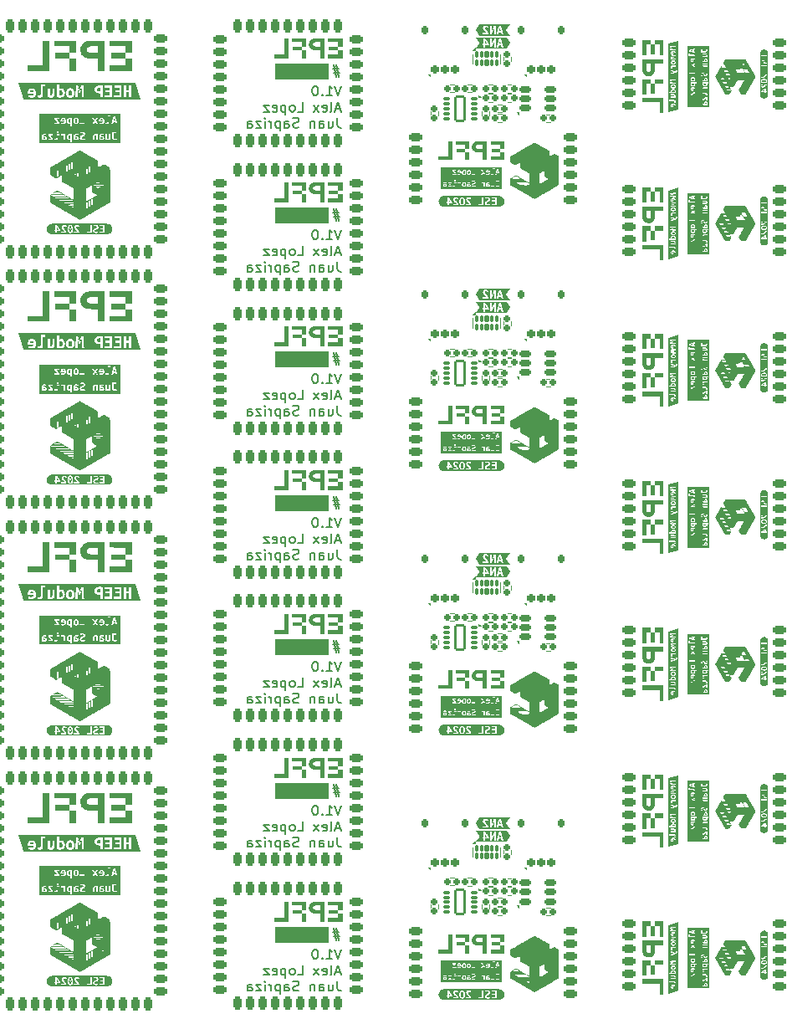
<source format=gbo>
G04 #@! TF.GenerationSoftware,KiCad,Pcbnew,8.0.4*
G04 #@! TF.CreationDate,2024-12-12T19:44:16+01:00*
G04 #@! TF.ProjectId,Combined_Module_Panel,436f6d62-696e-4656-945f-4d6f64756c65,rev?*
G04 #@! TF.SameCoordinates,Original*
G04 #@! TF.FileFunction,Legend,Bot*
G04 #@! TF.FilePolarity,Positive*
%FSLAX46Y46*%
G04 Gerber Fmt 4.6, Leading zero omitted, Abs format (unit mm)*
G04 Created by KiCad (PCBNEW 8.0.4) date 2024-12-12 19:44:16*
%MOMM*%
%LPD*%
G01*
G04 APERTURE LIST*
G04 Aperture macros list*
%AMRoundRect*
0 Rectangle with rounded corners*
0 $1 Rounding radius*
0 $2 $3 $4 $5 $6 $7 $8 $9 X,Y pos of 4 corners*
0 Add a 4 corners polygon primitive as box body*
4,1,4,$2,$3,$4,$5,$6,$7,$8,$9,$2,$3,0*
0 Add four circle primitives for the rounded corners*
1,1,$1+$1,$2,$3*
1,1,$1+$1,$4,$5*
1,1,$1+$1,$6,$7*
1,1,$1+$1,$8,$9*
0 Add four rect primitives between the rounded corners*
20,1,$1+$1,$2,$3,$4,$5,0*
20,1,$1+$1,$4,$5,$6,$7,0*
20,1,$1+$1,$6,$7,$8,$9,0*
20,1,$1+$1,$8,$9,$2,$3,0*%
G04 Aperture macros list end*
%ADD10C,0.000000*%
%ADD11C,0.100000*%
%ADD12C,0.200000*%
%ADD13RoundRect,0.167500X0.167500X0.192500X-0.167500X0.192500X-0.167500X-0.192500X0.167500X-0.192500X0*%
%ADD14RoundRect,0.115000X0.460000X1.210000X-0.460000X1.210000X-0.460000X-1.210000X0.460000X-1.210000X0*%
%ADD15RoundRect,0.085000X0.265000X0.085000X-0.265000X0.085000X-0.265000X-0.085000X0.265000X-0.085000X0*%
%ADD16RoundRect,0.162500X-0.162500X-0.287500X0.162500X-0.287500X0.162500X0.287500X-0.162500X0.287500X0*%
%ADD17RoundRect,0.200000X-0.200000X-0.250000X0.200000X-0.250000X0.200000X0.250000X-0.200000X0.250000X0*%
%ADD18RoundRect,0.167500X-0.167500X-0.192500X0.167500X-0.192500X0.167500X0.192500X-0.167500X0.192500X0*%
%ADD19RoundRect,0.085000X-0.085000X0.267500X-0.085000X-0.267500X0.085000X-0.267500X0.085000X0.267500X0*%
%ADD20RoundRect,0.135000X-0.135000X0.217500X-0.135000X-0.217500X0.135000X-0.217500X0.135000X0.217500X0*%
%ADD21RoundRect,0.167500X-0.192500X0.167500X-0.192500X-0.167500X0.192500X-0.167500X0.192500X0.167500X0*%
%ADD22RoundRect,0.175000X-0.425000X-0.175000X0.425000X-0.175000X0.425000X0.175000X-0.425000X0.175000X0*%
%ADD23RoundRect,0.167500X0.192500X-0.167500X0.192500X0.167500X-0.192500X0.167500X-0.192500X-0.167500X0*%
%ADD24RoundRect,0.225000X0.415000X-0.225000X0.415000X0.225000X-0.415000X0.225000X-0.415000X-0.225000X0*%
%ADD25C,0.600000*%
%ADD26C,2.000000*%
%ADD27RoundRect,0.225000X-0.415000X0.225000X-0.415000X-0.225000X0.415000X-0.225000X0.415000X0.225000X0*%
%ADD28RoundRect,0.225000X0.225000X0.415000X-0.225000X0.415000X-0.225000X-0.415000X0.225000X-0.415000X0*%
%ADD29RoundRect,0.225000X-0.225000X-0.415000X0.225000X-0.415000X0.225000X0.415000X-0.225000X0.415000X0*%
G04 APERTURE END LIST*
D10*
G36*
X128020512Y-91900112D02*
G01*
X127589270Y-91900112D01*
X127589270Y-91454911D01*
X126573985Y-91454911D01*
X126573985Y-91085168D01*
X128020512Y-91085168D01*
X128020512Y-91900112D01*
G37*
G36*
X122586039Y-93084800D02*
G01*
X121139514Y-93084800D01*
X121139514Y-92715057D01*
X122154796Y-92715057D01*
X122154796Y-91085168D01*
X122586039Y-91085168D01*
X122586039Y-93084800D01*
G37*
G36*
X122586039Y-136771100D02*
G01*
X121139514Y-136771100D01*
X121139514Y-136401357D01*
X122154796Y-136401357D01*
X122154796Y-134771468D01*
X122586039Y-134771468D01*
X122586039Y-136771100D01*
G37*
G36*
X127589270Y-77707756D02*
G01*
X126660762Y-77707756D01*
X126660762Y-77338012D01*
X127589270Y-77338012D01*
X127589270Y-77707756D01*
G37*
D11*
X121198000Y-49898500D02*
X126523000Y-49898500D01*
X126523000Y-51498500D01*
X121198000Y-51498500D01*
X121198000Y-49898500D01*
G36*
X121198000Y-49898500D02*
G01*
X126523000Y-49898500D01*
X126523000Y-51498500D01*
X121198000Y-51498500D01*
X121198000Y-49898500D01*
G37*
D10*
G36*
X128020512Y-122209000D02*
G01*
X126573985Y-122209000D01*
X126573985Y-121839257D01*
X127589270Y-121839257D01*
X127589270Y-121394056D01*
X128020512Y-121394056D01*
X128020512Y-122209000D01*
G37*
G36*
X127589270Y-135956156D02*
G01*
X126660762Y-135956156D01*
X126660762Y-135586412D01*
X127589270Y-135586412D01*
X127589270Y-135956156D01*
G37*
G36*
X124344961Y-121024312D02*
G01*
X123913720Y-121024312D01*
X123913720Y-120579111D01*
X122898435Y-120579111D01*
X122898435Y-120209368D01*
X124344961Y-120209368D01*
X124344961Y-121024312D01*
G37*
G36*
X128020512Y-77338012D02*
G01*
X127589270Y-77338012D01*
X127589270Y-76892811D01*
X126573985Y-76892811D01*
X126573985Y-76523068D01*
X128020512Y-76523068D01*
X128020512Y-77338012D01*
G37*
G36*
X128020512Y-106462212D02*
G01*
X127589270Y-106462212D01*
X127589270Y-106017011D01*
X126573985Y-106017011D01*
X126573985Y-105647268D01*
X128020512Y-105647268D01*
X128020512Y-106462212D01*
G37*
G36*
X126204242Y-93084800D02*
G01*
X125773000Y-93084800D01*
X125773000Y-92269856D01*
X125310821Y-92269856D01*
X125290469Y-92270116D01*
X125270134Y-92269915D01*
X125249825Y-92269253D01*
X125229549Y-92268132D01*
X125209314Y-92266553D01*
X125189127Y-92264517D01*
X125168997Y-92262026D01*
X125148931Y-92259079D01*
X125128936Y-92255680D01*
X125109022Y-92251829D01*
X125089194Y-92247527D01*
X125069461Y-92242776D01*
X125049831Y-92237576D01*
X125030312Y-92231929D01*
X125010910Y-92225836D01*
X124991635Y-92219299D01*
X124976624Y-92213717D01*
X124961784Y-92207748D01*
X124947122Y-92201399D01*
X124932643Y-92194672D01*
X124918356Y-92187572D01*
X124904267Y-92180105D01*
X124890383Y-92172273D01*
X124876711Y-92164081D01*
X124863259Y-92155534D01*
X124850033Y-92146635D01*
X124837041Y-92137390D01*
X124824289Y-92127803D01*
X124811784Y-92117878D01*
X124799534Y-92107618D01*
X124787546Y-92097030D01*
X124775825Y-92086116D01*
X124765909Y-92076023D01*
X124756291Y-92065672D01*
X124746977Y-92055069D01*
X124737970Y-92044221D01*
X124729274Y-92033135D01*
X124720895Y-92021819D01*
X124712837Y-92010278D01*
X124705104Y-91998521D01*
X124697700Y-91986553D01*
X124690630Y-91974382D01*
X124683899Y-91962014D01*
X124677510Y-91949457D01*
X124671468Y-91936717D01*
X124665778Y-91923802D01*
X124660444Y-91910717D01*
X124655470Y-91897471D01*
X124646628Y-91870736D01*
X124638965Y-91843735D01*
X124632481Y-91816506D01*
X124627177Y-91789086D01*
X124623050Y-91761514D01*
X124620103Y-91733828D01*
X124618335Y-91706066D01*
X124617868Y-91684058D01*
X125044986Y-91684058D01*
X125045074Y-91691717D01*
X125045472Y-91699347D01*
X125046176Y-91706939D01*
X125047186Y-91714485D01*
X125048497Y-91721975D01*
X125050107Y-91729400D01*
X125052015Y-91736752D01*
X125054216Y-91744021D01*
X125056710Y-91751198D01*
X125059492Y-91758274D01*
X125062562Y-91765241D01*
X125065916Y-91772089D01*
X125069551Y-91778809D01*
X125073465Y-91785392D01*
X125077656Y-91791830D01*
X125081888Y-91797304D01*
X125086285Y-91802630D01*
X125090844Y-91807803D01*
X125095560Y-91812822D01*
X125100429Y-91817682D01*
X125105448Y-91822380D01*
X125110611Y-91826914D01*
X125115916Y-91831279D01*
X125121357Y-91835472D01*
X125126930Y-91839490D01*
X125132632Y-91843331D01*
X125138459Y-91846989D01*
X125144405Y-91850463D01*
X125150468Y-91853749D01*
X125156642Y-91856843D01*
X125162924Y-91859742D01*
X125177763Y-91865760D01*
X125192801Y-91871211D01*
X125208021Y-91876094D01*
X125223409Y-91880402D01*
X125238946Y-91884132D01*
X125254618Y-91887280D01*
X125270407Y-91889841D01*
X125286297Y-91891812D01*
X125304436Y-91893812D01*
X125322599Y-91895537D01*
X125340784Y-91896988D01*
X125358989Y-91898163D01*
X125377208Y-91899064D01*
X125395441Y-91899689D01*
X125413682Y-91900038D01*
X125431930Y-91900112D01*
X125773000Y-91900112D01*
X125773000Y-91454911D01*
X125431554Y-91454911D01*
X125413306Y-91454985D01*
X125395064Y-91455334D01*
X125376831Y-91455959D01*
X125358611Y-91456860D01*
X125340407Y-91458035D01*
X125322222Y-91459486D01*
X125304058Y-91461211D01*
X125285920Y-91463211D01*
X125270010Y-91465165D01*
X125254205Y-91467728D01*
X125238523Y-91470897D01*
X125222979Y-91474666D01*
X125207593Y-91479031D01*
X125192380Y-91483988D01*
X125177359Y-91489532D01*
X125162547Y-91495658D01*
X125156280Y-91498518D01*
X125150122Y-91501576D01*
X125144077Y-91504828D01*
X125138148Y-91508270D01*
X125132340Y-91511899D01*
X125126658Y-91515711D01*
X125121105Y-91519704D01*
X125115685Y-91523874D01*
X125110404Y-91528217D01*
X125105265Y-91532730D01*
X125100272Y-91537410D01*
X125095431Y-91542254D01*
X125090744Y-91547257D01*
X125086216Y-91552417D01*
X125081853Y-91557730D01*
X125077656Y-91563192D01*
X125073548Y-91569509D01*
X125069706Y-91575967D01*
X125066132Y-91582557D01*
X125062830Y-91589270D01*
X125059800Y-91596099D01*
X125057046Y-91603034D01*
X125054571Y-91610067D01*
X125052376Y-91617190D01*
X125050464Y-91624393D01*
X125048837Y-91631670D01*
X125047498Y-91639011D01*
X125046450Y-91646407D01*
X125045695Y-91653851D01*
X125045234Y-91661333D01*
X125045072Y-91668845D01*
X125045209Y-91676379D01*
X125044986Y-91684058D01*
X124617868Y-91684058D01*
X124617745Y-91678266D01*
X124618335Y-91650466D01*
X124620103Y-91622704D01*
X124623050Y-91595018D01*
X124627177Y-91567446D01*
X124632481Y-91540027D01*
X124638965Y-91512797D01*
X124646628Y-91485796D01*
X124655470Y-91459061D01*
X124660427Y-91445723D01*
X124665746Y-91432547D01*
X124671424Y-91419538D01*
X124677455Y-91406705D01*
X124683836Y-91394054D01*
X124690561Y-91381593D01*
X124697628Y-91369327D01*
X124705030Y-91357264D01*
X124712764Y-91345412D01*
X124720826Y-91333776D01*
X124729211Y-91322365D01*
X124737914Y-91311184D01*
X124746931Y-91300241D01*
X124756259Y-91289542D01*
X124765891Y-91279096D01*
X124775825Y-91268908D01*
X124775825Y-91268907D01*
X124787462Y-91258025D01*
X124799365Y-91247464D01*
X124811527Y-91237229D01*
X124823942Y-91227323D01*
X124836604Y-91217750D01*
X124849504Y-91208517D01*
X124862636Y-91199625D01*
X124875993Y-91191081D01*
X124889568Y-91182887D01*
X124903355Y-91175049D01*
X124917346Y-91167571D01*
X124931534Y-91160457D01*
X124945914Y-91153710D01*
X124960476Y-91147337D01*
X124975216Y-91141340D01*
X124990125Y-91135724D01*
X125009491Y-91129155D01*
X125028983Y-91123035D01*
X125048595Y-91117365D01*
X125068318Y-91112146D01*
X125088144Y-91107379D01*
X125108066Y-91103066D01*
X125128076Y-91099209D01*
X125148165Y-91095807D01*
X125168327Y-91092863D01*
X125188553Y-91090378D01*
X125208836Y-91088352D01*
X125229167Y-91086788D01*
X125249539Y-91085686D01*
X125269944Y-91085048D01*
X125290374Y-91084875D01*
X125310821Y-91085168D01*
X126204242Y-91085168D01*
X126204242Y-91900112D01*
X126204242Y-93084800D01*
G37*
G36*
X124344961Y-136771100D02*
G01*
X123913720Y-136771100D01*
X123913720Y-135956156D01*
X124344961Y-135956156D01*
X124344961Y-136771100D01*
G37*
G36*
X128020512Y-121024312D02*
G01*
X127589270Y-121024312D01*
X127589270Y-120579111D01*
X126573985Y-120579111D01*
X126573985Y-120209368D01*
X128020512Y-120209368D01*
X128020512Y-121024312D01*
G37*
G36*
X126204242Y-107646900D02*
G01*
X125773000Y-107646900D01*
X125773000Y-106831956D01*
X125310821Y-106831956D01*
X125290469Y-106832216D01*
X125270134Y-106832015D01*
X125249825Y-106831353D01*
X125229549Y-106830232D01*
X125209314Y-106828653D01*
X125189127Y-106826617D01*
X125168997Y-106824126D01*
X125148931Y-106821179D01*
X125128936Y-106817780D01*
X125109022Y-106813929D01*
X125089194Y-106809627D01*
X125069461Y-106804876D01*
X125049831Y-106799676D01*
X125030312Y-106794029D01*
X125010910Y-106787936D01*
X124991635Y-106781399D01*
X124976624Y-106775817D01*
X124961784Y-106769848D01*
X124947122Y-106763499D01*
X124932643Y-106756772D01*
X124918356Y-106749672D01*
X124904267Y-106742205D01*
X124890383Y-106734373D01*
X124876711Y-106726181D01*
X124863259Y-106717634D01*
X124850033Y-106708735D01*
X124837041Y-106699490D01*
X124824289Y-106689903D01*
X124811784Y-106679978D01*
X124799534Y-106669718D01*
X124787546Y-106659130D01*
X124775825Y-106648216D01*
X124765909Y-106638123D01*
X124756291Y-106627772D01*
X124746977Y-106617169D01*
X124737970Y-106606321D01*
X124729274Y-106595235D01*
X124720895Y-106583919D01*
X124712837Y-106572378D01*
X124705104Y-106560621D01*
X124697700Y-106548653D01*
X124690630Y-106536482D01*
X124683899Y-106524114D01*
X124677510Y-106511557D01*
X124671468Y-106498817D01*
X124665778Y-106485902D01*
X124660444Y-106472817D01*
X124655470Y-106459571D01*
X124646628Y-106432836D01*
X124638965Y-106405835D01*
X124632481Y-106378606D01*
X124627177Y-106351186D01*
X124623050Y-106323614D01*
X124620103Y-106295928D01*
X124618335Y-106268166D01*
X124617868Y-106246158D01*
X125044986Y-106246158D01*
X125045074Y-106253817D01*
X125045472Y-106261447D01*
X125046176Y-106269039D01*
X125047186Y-106276585D01*
X125048497Y-106284075D01*
X125050107Y-106291500D01*
X125052015Y-106298852D01*
X125054216Y-106306121D01*
X125056710Y-106313298D01*
X125059492Y-106320374D01*
X125062562Y-106327341D01*
X125065916Y-106334189D01*
X125069551Y-106340909D01*
X125073465Y-106347492D01*
X125077656Y-106353930D01*
X125081888Y-106359404D01*
X125086285Y-106364730D01*
X125090844Y-106369903D01*
X125095560Y-106374922D01*
X125100429Y-106379782D01*
X125105448Y-106384480D01*
X125110611Y-106389014D01*
X125115916Y-106393379D01*
X125121357Y-106397572D01*
X125126930Y-106401590D01*
X125132632Y-106405431D01*
X125138459Y-106409089D01*
X125144405Y-106412563D01*
X125150468Y-106415849D01*
X125156642Y-106418943D01*
X125162924Y-106421842D01*
X125177763Y-106427860D01*
X125192801Y-106433311D01*
X125208021Y-106438194D01*
X125223409Y-106442502D01*
X125238946Y-106446232D01*
X125254618Y-106449380D01*
X125270407Y-106451941D01*
X125286297Y-106453912D01*
X125304436Y-106455912D01*
X125322599Y-106457637D01*
X125340784Y-106459088D01*
X125358989Y-106460263D01*
X125377208Y-106461164D01*
X125395441Y-106461789D01*
X125413682Y-106462138D01*
X125431930Y-106462212D01*
X125773000Y-106462212D01*
X125773000Y-106017011D01*
X125431554Y-106017011D01*
X125413306Y-106017085D01*
X125395064Y-106017434D01*
X125376831Y-106018059D01*
X125358611Y-106018960D01*
X125340407Y-106020135D01*
X125322222Y-106021586D01*
X125304058Y-106023311D01*
X125285920Y-106025311D01*
X125270010Y-106027265D01*
X125254205Y-106029828D01*
X125238523Y-106032997D01*
X125222979Y-106036766D01*
X125207593Y-106041131D01*
X125192380Y-106046088D01*
X125177359Y-106051632D01*
X125162547Y-106057758D01*
X125156280Y-106060618D01*
X125150122Y-106063676D01*
X125144077Y-106066928D01*
X125138148Y-106070370D01*
X125132340Y-106073999D01*
X125126658Y-106077811D01*
X125121105Y-106081804D01*
X125115685Y-106085974D01*
X125110404Y-106090317D01*
X125105265Y-106094830D01*
X125100272Y-106099510D01*
X125095431Y-106104354D01*
X125090744Y-106109357D01*
X125086216Y-106114517D01*
X125081853Y-106119830D01*
X125077656Y-106125292D01*
X125073548Y-106131609D01*
X125069706Y-106138067D01*
X125066132Y-106144657D01*
X125062830Y-106151370D01*
X125059800Y-106158199D01*
X125057046Y-106165134D01*
X125054571Y-106172167D01*
X125052376Y-106179290D01*
X125050464Y-106186493D01*
X125048837Y-106193770D01*
X125047498Y-106201111D01*
X125046450Y-106208507D01*
X125045695Y-106215951D01*
X125045234Y-106223433D01*
X125045072Y-106230945D01*
X125045209Y-106238479D01*
X125044986Y-106246158D01*
X124617868Y-106246158D01*
X124617745Y-106240366D01*
X124618335Y-106212566D01*
X124620103Y-106184804D01*
X124623050Y-106157118D01*
X124627177Y-106129546D01*
X124632481Y-106102127D01*
X124638965Y-106074897D01*
X124646628Y-106047896D01*
X124655470Y-106021161D01*
X124660427Y-106007823D01*
X124665746Y-105994647D01*
X124671424Y-105981638D01*
X124677455Y-105968805D01*
X124683836Y-105956154D01*
X124690561Y-105943693D01*
X124697628Y-105931427D01*
X124705030Y-105919364D01*
X124712764Y-105907512D01*
X124720826Y-105895876D01*
X124729211Y-105884465D01*
X124737914Y-105873284D01*
X124746931Y-105862341D01*
X124756259Y-105851642D01*
X124765891Y-105841196D01*
X124775825Y-105831008D01*
X124775825Y-105831007D01*
X124787462Y-105820125D01*
X124799365Y-105809564D01*
X124811527Y-105799329D01*
X124823942Y-105789423D01*
X124836604Y-105779850D01*
X124849504Y-105770617D01*
X124862636Y-105761725D01*
X124875993Y-105753181D01*
X124889568Y-105744987D01*
X124903355Y-105737149D01*
X124917346Y-105729671D01*
X124931534Y-105722557D01*
X124945914Y-105715810D01*
X124960476Y-105709437D01*
X124975216Y-105703440D01*
X124990125Y-105697824D01*
X125009491Y-105691255D01*
X125028983Y-105685135D01*
X125048595Y-105679465D01*
X125068318Y-105674246D01*
X125088144Y-105669479D01*
X125108066Y-105665166D01*
X125128076Y-105661309D01*
X125148165Y-105657907D01*
X125168327Y-105654963D01*
X125188553Y-105652478D01*
X125208836Y-105650452D01*
X125229167Y-105648888D01*
X125249539Y-105647786D01*
X125269944Y-105647148D01*
X125290374Y-105646975D01*
X125310821Y-105647268D01*
X126204242Y-105647268D01*
X126204242Y-106462212D01*
X126204242Y-107646900D01*
G37*
G36*
X124344961Y-91900112D02*
G01*
X123913720Y-91900112D01*
X123913720Y-91454911D01*
X122898435Y-91454911D01*
X122898435Y-91085168D01*
X124344961Y-91085168D01*
X124344961Y-91900112D01*
G37*
G36*
X126204242Y-136771100D02*
G01*
X125773000Y-136771100D01*
X125773000Y-135956156D01*
X125310821Y-135956156D01*
X125290469Y-135956416D01*
X125270134Y-135956215D01*
X125249825Y-135955553D01*
X125229549Y-135954432D01*
X125209314Y-135952853D01*
X125189127Y-135950817D01*
X125168997Y-135948326D01*
X125148931Y-135945379D01*
X125128936Y-135941980D01*
X125109022Y-135938129D01*
X125089194Y-135933827D01*
X125069461Y-135929076D01*
X125049831Y-135923876D01*
X125030312Y-135918229D01*
X125010910Y-135912136D01*
X124991635Y-135905599D01*
X124976624Y-135900017D01*
X124961784Y-135894048D01*
X124947122Y-135887699D01*
X124932643Y-135880972D01*
X124918356Y-135873872D01*
X124904267Y-135866405D01*
X124890383Y-135858573D01*
X124876711Y-135850381D01*
X124863259Y-135841834D01*
X124850033Y-135832935D01*
X124837041Y-135823690D01*
X124824289Y-135814103D01*
X124811784Y-135804178D01*
X124799534Y-135793918D01*
X124787546Y-135783330D01*
X124775825Y-135772416D01*
X124765909Y-135762323D01*
X124756291Y-135751972D01*
X124746977Y-135741369D01*
X124737970Y-135730521D01*
X124729274Y-135719435D01*
X124720895Y-135708119D01*
X124712837Y-135696578D01*
X124705104Y-135684821D01*
X124697700Y-135672853D01*
X124690630Y-135660682D01*
X124683899Y-135648314D01*
X124677510Y-135635757D01*
X124671468Y-135623017D01*
X124665778Y-135610102D01*
X124660444Y-135597017D01*
X124655470Y-135583771D01*
X124646628Y-135557036D01*
X124638965Y-135530035D01*
X124632481Y-135502806D01*
X124627177Y-135475386D01*
X124623050Y-135447814D01*
X124620103Y-135420128D01*
X124618335Y-135392366D01*
X124617868Y-135370358D01*
X125044986Y-135370358D01*
X125045074Y-135378017D01*
X125045472Y-135385647D01*
X125046176Y-135393239D01*
X125047186Y-135400785D01*
X125048497Y-135408275D01*
X125050107Y-135415700D01*
X125052015Y-135423052D01*
X125054216Y-135430321D01*
X125056710Y-135437498D01*
X125059492Y-135444574D01*
X125062562Y-135451541D01*
X125065916Y-135458389D01*
X125069551Y-135465109D01*
X125073465Y-135471692D01*
X125077656Y-135478130D01*
X125081888Y-135483604D01*
X125086285Y-135488930D01*
X125090844Y-135494103D01*
X125095560Y-135499122D01*
X125100429Y-135503982D01*
X125105448Y-135508680D01*
X125110611Y-135513214D01*
X125115916Y-135517579D01*
X125121357Y-135521772D01*
X125126930Y-135525790D01*
X125132632Y-135529631D01*
X125138459Y-135533289D01*
X125144405Y-135536763D01*
X125150468Y-135540049D01*
X125156642Y-135543143D01*
X125162924Y-135546042D01*
X125177763Y-135552060D01*
X125192801Y-135557511D01*
X125208021Y-135562394D01*
X125223409Y-135566702D01*
X125238946Y-135570432D01*
X125254618Y-135573580D01*
X125270407Y-135576141D01*
X125286297Y-135578112D01*
X125304436Y-135580112D01*
X125322599Y-135581837D01*
X125340784Y-135583288D01*
X125358989Y-135584463D01*
X125377208Y-135585364D01*
X125395441Y-135585989D01*
X125413682Y-135586338D01*
X125431930Y-135586412D01*
X125773000Y-135586412D01*
X125773000Y-135141211D01*
X125431554Y-135141211D01*
X125413306Y-135141285D01*
X125395064Y-135141634D01*
X125376831Y-135142259D01*
X125358611Y-135143160D01*
X125340407Y-135144335D01*
X125322222Y-135145786D01*
X125304058Y-135147511D01*
X125285920Y-135149511D01*
X125270010Y-135151465D01*
X125254205Y-135154028D01*
X125238523Y-135157197D01*
X125222979Y-135160966D01*
X125207593Y-135165331D01*
X125192380Y-135170288D01*
X125177359Y-135175832D01*
X125162547Y-135181958D01*
X125156280Y-135184818D01*
X125150122Y-135187876D01*
X125144077Y-135191128D01*
X125138148Y-135194570D01*
X125132340Y-135198199D01*
X125126658Y-135202011D01*
X125121105Y-135206004D01*
X125115685Y-135210174D01*
X125110404Y-135214517D01*
X125105265Y-135219030D01*
X125100272Y-135223710D01*
X125095431Y-135228554D01*
X125090744Y-135233557D01*
X125086216Y-135238717D01*
X125081853Y-135244030D01*
X125077656Y-135249492D01*
X125073548Y-135255809D01*
X125069706Y-135262267D01*
X125066132Y-135268857D01*
X125062830Y-135275570D01*
X125059800Y-135282399D01*
X125057046Y-135289334D01*
X125054571Y-135296367D01*
X125052376Y-135303490D01*
X125050464Y-135310693D01*
X125048837Y-135317970D01*
X125047498Y-135325311D01*
X125046450Y-135332707D01*
X125045695Y-135340151D01*
X125045234Y-135347633D01*
X125045072Y-135355145D01*
X125045209Y-135362679D01*
X125044986Y-135370358D01*
X124617868Y-135370358D01*
X124617745Y-135364566D01*
X124618335Y-135336766D01*
X124620103Y-135309004D01*
X124623050Y-135281318D01*
X124627177Y-135253746D01*
X124632481Y-135226327D01*
X124638965Y-135199097D01*
X124646628Y-135172096D01*
X124655470Y-135145361D01*
X124660427Y-135132023D01*
X124665746Y-135118847D01*
X124671424Y-135105838D01*
X124677455Y-135093005D01*
X124683836Y-135080354D01*
X124690561Y-135067893D01*
X124697628Y-135055627D01*
X124705030Y-135043564D01*
X124712764Y-135031712D01*
X124720826Y-135020076D01*
X124729211Y-135008665D01*
X124737914Y-134997484D01*
X124746931Y-134986541D01*
X124756259Y-134975842D01*
X124765891Y-134965396D01*
X124775825Y-134955208D01*
X124775825Y-134955207D01*
X124787462Y-134944325D01*
X124799365Y-134933764D01*
X124811527Y-134923529D01*
X124823942Y-134913623D01*
X124836604Y-134904050D01*
X124849504Y-134894817D01*
X124862636Y-134885925D01*
X124875993Y-134877381D01*
X124889568Y-134869187D01*
X124903355Y-134861349D01*
X124917346Y-134853871D01*
X124931534Y-134846757D01*
X124945914Y-134840010D01*
X124960476Y-134833637D01*
X124975216Y-134827640D01*
X124990125Y-134822024D01*
X125009491Y-134815455D01*
X125028983Y-134809335D01*
X125048595Y-134803665D01*
X125068318Y-134798446D01*
X125088144Y-134793679D01*
X125108066Y-134789366D01*
X125128076Y-134785509D01*
X125148165Y-134782107D01*
X125168327Y-134779163D01*
X125188553Y-134776678D01*
X125208836Y-134774652D01*
X125229167Y-134773088D01*
X125249539Y-134771986D01*
X125269944Y-134771348D01*
X125290374Y-134771175D01*
X125310821Y-134771468D01*
X126204242Y-134771468D01*
X126204242Y-135586412D01*
X126204242Y-136771100D01*
G37*
G36*
X123913719Y-121394056D02*
G01*
X122985211Y-121394056D01*
X122985211Y-121024312D01*
X123913719Y-121024312D01*
X123913719Y-121394056D01*
G37*
G36*
X123913719Y-48583556D02*
G01*
X122985211Y-48583556D01*
X122985211Y-48213812D01*
X123913719Y-48213812D01*
X123913719Y-48583556D01*
G37*
D11*
X121198000Y-137271100D02*
X126523000Y-137271100D01*
X126523000Y-138871100D01*
X121198000Y-138871100D01*
X121198000Y-137271100D01*
G36*
X121198000Y-137271100D02*
G01*
X126523000Y-137271100D01*
X126523000Y-138871100D01*
X121198000Y-138871100D01*
X121198000Y-137271100D01*
G37*
D10*
G36*
X128020512Y-63960600D02*
G01*
X126573985Y-63960600D01*
X126573985Y-63590857D01*
X127589270Y-63590857D01*
X127589270Y-63145656D01*
X128020512Y-63145656D01*
X128020512Y-63960600D01*
G37*
G36*
X122586039Y-63960600D02*
G01*
X121139514Y-63960600D01*
X121139514Y-63590857D01*
X122154796Y-63590857D01*
X122154796Y-61960968D01*
X122586039Y-61960968D01*
X122586039Y-63960600D01*
G37*
G36*
X127589270Y-63145656D02*
G01*
X126660762Y-63145656D01*
X126660762Y-62775912D01*
X127589270Y-62775912D01*
X127589270Y-63145656D01*
G37*
G36*
X128020512Y-78522700D02*
G01*
X126573985Y-78522700D01*
X126573985Y-78152957D01*
X127589270Y-78152957D01*
X127589270Y-77707756D01*
X128020512Y-77707756D01*
X128020512Y-78522700D01*
G37*
G36*
X124344961Y-48213812D02*
G01*
X123913720Y-48213812D01*
X123913720Y-47768611D01*
X122898435Y-47768611D01*
X122898435Y-47398868D01*
X124344961Y-47398868D01*
X124344961Y-48213812D01*
G37*
G36*
X126204242Y-63960600D02*
G01*
X125773000Y-63960600D01*
X125773000Y-63145656D01*
X125310821Y-63145656D01*
X125290469Y-63145916D01*
X125270134Y-63145715D01*
X125249825Y-63145053D01*
X125229549Y-63143932D01*
X125209314Y-63142353D01*
X125189127Y-63140317D01*
X125168997Y-63137826D01*
X125148931Y-63134879D01*
X125128936Y-63131480D01*
X125109022Y-63127629D01*
X125089194Y-63123327D01*
X125069461Y-63118576D01*
X125049831Y-63113376D01*
X125030312Y-63107729D01*
X125010910Y-63101636D01*
X124991635Y-63095099D01*
X124976624Y-63089517D01*
X124961784Y-63083548D01*
X124947122Y-63077199D01*
X124932643Y-63070472D01*
X124918356Y-63063372D01*
X124904267Y-63055905D01*
X124890383Y-63048073D01*
X124876711Y-63039881D01*
X124863259Y-63031334D01*
X124850033Y-63022435D01*
X124837041Y-63013190D01*
X124824289Y-63003603D01*
X124811784Y-62993678D01*
X124799534Y-62983418D01*
X124787546Y-62972830D01*
X124775825Y-62961916D01*
X124765909Y-62951823D01*
X124756291Y-62941472D01*
X124746977Y-62930869D01*
X124737970Y-62920021D01*
X124729274Y-62908935D01*
X124720895Y-62897619D01*
X124712837Y-62886078D01*
X124705104Y-62874321D01*
X124697700Y-62862353D01*
X124690630Y-62850182D01*
X124683899Y-62837814D01*
X124677510Y-62825257D01*
X124671468Y-62812517D01*
X124665778Y-62799602D01*
X124660444Y-62786517D01*
X124655470Y-62773271D01*
X124646628Y-62746536D01*
X124638965Y-62719535D01*
X124632481Y-62692306D01*
X124627177Y-62664886D01*
X124623050Y-62637314D01*
X124620103Y-62609628D01*
X124618335Y-62581866D01*
X124617868Y-62559858D01*
X125044986Y-62559858D01*
X125045074Y-62567517D01*
X125045472Y-62575147D01*
X125046176Y-62582739D01*
X125047186Y-62590285D01*
X125048497Y-62597775D01*
X125050107Y-62605200D01*
X125052015Y-62612552D01*
X125054216Y-62619821D01*
X125056710Y-62626998D01*
X125059492Y-62634074D01*
X125062562Y-62641041D01*
X125065916Y-62647889D01*
X125069551Y-62654609D01*
X125073465Y-62661192D01*
X125077656Y-62667630D01*
X125081888Y-62673104D01*
X125086285Y-62678430D01*
X125090844Y-62683603D01*
X125095560Y-62688622D01*
X125100429Y-62693482D01*
X125105448Y-62698180D01*
X125110611Y-62702714D01*
X125115916Y-62707079D01*
X125121357Y-62711272D01*
X125126930Y-62715290D01*
X125132632Y-62719131D01*
X125138459Y-62722789D01*
X125144405Y-62726263D01*
X125150468Y-62729549D01*
X125156642Y-62732643D01*
X125162924Y-62735542D01*
X125177763Y-62741560D01*
X125192801Y-62747011D01*
X125208021Y-62751894D01*
X125223409Y-62756202D01*
X125238946Y-62759932D01*
X125254618Y-62763080D01*
X125270407Y-62765641D01*
X125286297Y-62767612D01*
X125304436Y-62769612D01*
X125322599Y-62771337D01*
X125340784Y-62772788D01*
X125358989Y-62773963D01*
X125377208Y-62774864D01*
X125395441Y-62775489D01*
X125413682Y-62775838D01*
X125431930Y-62775912D01*
X125773000Y-62775912D01*
X125773000Y-62330711D01*
X125431554Y-62330711D01*
X125413306Y-62330785D01*
X125395064Y-62331134D01*
X125376831Y-62331759D01*
X125358611Y-62332660D01*
X125340407Y-62333835D01*
X125322222Y-62335286D01*
X125304058Y-62337011D01*
X125285920Y-62339011D01*
X125270010Y-62340965D01*
X125254205Y-62343528D01*
X125238523Y-62346697D01*
X125222979Y-62350466D01*
X125207593Y-62354831D01*
X125192380Y-62359788D01*
X125177359Y-62365332D01*
X125162547Y-62371458D01*
X125156280Y-62374318D01*
X125150122Y-62377376D01*
X125144077Y-62380628D01*
X125138148Y-62384070D01*
X125132340Y-62387699D01*
X125126658Y-62391511D01*
X125121105Y-62395504D01*
X125115685Y-62399674D01*
X125110404Y-62404017D01*
X125105265Y-62408530D01*
X125100272Y-62413210D01*
X125095431Y-62418054D01*
X125090744Y-62423057D01*
X125086216Y-62428217D01*
X125081853Y-62433530D01*
X125077656Y-62438992D01*
X125073548Y-62445309D01*
X125069706Y-62451767D01*
X125066132Y-62458357D01*
X125062830Y-62465070D01*
X125059800Y-62471899D01*
X125057046Y-62478834D01*
X125054571Y-62485867D01*
X125052376Y-62492990D01*
X125050464Y-62500193D01*
X125048837Y-62507470D01*
X125047498Y-62514811D01*
X125046450Y-62522207D01*
X125045695Y-62529651D01*
X125045234Y-62537133D01*
X125045072Y-62544645D01*
X125045209Y-62552179D01*
X125044986Y-62559858D01*
X124617868Y-62559858D01*
X124617745Y-62554066D01*
X124618335Y-62526266D01*
X124620103Y-62498504D01*
X124623050Y-62470818D01*
X124627177Y-62443246D01*
X124632481Y-62415827D01*
X124638965Y-62388597D01*
X124646628Y-62361596D01*
X124655470Y-62334861D01*
X124660427Y-62321523D01*
X124665746Y-62308347D01*
X124671424Y-62295338D01*
X124677455Y-62282505D01*
X124683836Y-62269854D01*
X124690561Y-62257393D01*
X124697628Y-62245127D01*
X124705030Y-62233064D01*
X124712764Y-62221212D01*
X124720826Y-62209576D01*
X124729211Y-62198165D01*
X124737914Y-62186984D01*
X124746931Y-62176041D01*
X124756259Y-62165342D01*
X124765891Y-62154896D01*
X124775825Y-62144708D01*
X124775825Y-62144707D01*
X124787462Y-62133825D01*
X124799365Y-62123264D01*
X124811527Y-62113029D01*
X124823942Y-62103123D01*
X124836604Y-62093550D01*
X124849504Y-62084317D01*
X124862636Y-62075425D01*
X124875993Y-62066881D01*
X124889568Y-62058687D01*
X124903355Y-62050849D01*
X124917346Y-62043371D01*
X124931534Y-62036257D01*
X124945914Y-62029510D01*
X124960476Y-62023137D01*
X124975216Y-62017140D01*
X124990125Y-62011524D01*
X125009491Y-62004955D01*
X125028983Y-61998835D01*
X125048595Y-61993165D01*
X125068318Y-61987946D01*
X125088144Y-61983179D01*
X125108066Y-61978866D01*
X125128076Y-61975009D01*
X125148165Y-61971607D01*
X125168327Y-61968663D01*
X125188553Y-61966178D01*
X125208836Y-61964152D01*
X125229167Y-61962588D01*
X125249539Y-61961486D01*
X125269944Y-61960848D01*
X125290374Y-61960675D01*
X125310821Y-61960968D01*
X126204242Y-61960968D01*
X126204242Y-62775912D01*
X126204242Y-63960600D01*
G37*
G36*
X124344961Y-135586412D02*
G01*
X123913720Y-135586412D01*
X123913720Y-135141211D01*
X122898435Y-135141211D01*
X122898435Y-134771468D01*
X124344961Y-134771468D01*
X124344961Y-135586412D01*
G37*
G36*
X127589270Y-121394056D02*
G01*
X126660762Y-121394056D01*
X126660762Y-121024312D01*
X127589270Y-121024312D01*
X127589270Y-121394056D01*
G37*
G36*
X123913719Y-77707756D02*
G01*
X122985211Y-77707756D01*
X122985211Y-77338012D01*
X123913719Y-77338012D01*
X123913719Y-77707756D01*
G37*
G36*
X127589270Y-106831956D02*
G01*
X126660762Y-106831956D01*
X126660762Y-106462212D01*
X127589270Y-106462212D01*
X127589270Y-106831956D01*
G37*
G36*
X124344961Y-122209000D02*
G01*
X123913720Y-122209000D01*
X123913720Y-121394056D01*
X124344961Y-121394056D01*
X124344961Y-122209000D01*
G37*
G36*
X122586039Y-107646900D02*
G01*
X121139514Y-107646900D01*
X121139514Y-107277157D01*
X122154796Y-107277157D01*
X122154796Y-105647268D01*
X122586039Y-105647268D01*
X122586039Y-107646900D01*
G37*
G36*
X126204242Y-78522700D02*
G01*
X125773000Y-78522700D01*
X125773000Y-77707756D01*
X125310821Y-77707756D01*
X125290469Y-77708016D01*
X125270134Y-77707815D01*
X125249825Y-77707153D01*
X125229549Y-77706032D01*
X125209314Y-77704453D01*
X125189127Y-77702417D01*
X125168997Y-77699926D01*
X125148931Y-77696979D01*
X125128936Y-77693580D01*
X125109022Y-77689729D01*
X125089194Y-77685427D01*
X125069461Y-77680676D01*
X125049831Y-77675476D01*
X125030312Y-77669829D01*
X125010910Y-77663736D01*
X124991635Y-77657199D01*
X124976624Y-77651617D01*
X124961784Y-77645648D01*
X124947122Y-77639299D01*
X124932643Y-77632572D01*
X124918356Y-77625472D01*
X124904267Y-77618005D01*
X124890383Y-77610173D01*
X124876711Y-77601981D01*
X124863259Y-77593434D01*
X124850033Y-77584535D01*
X124837041Y-77575290D01*
X124824289Y-77565703D01*
X124811784Y-77555778D01*
X124799534Y-77545518D01*
X124787546Y-77534930D01*
X124775825Y-77524016D01*
X124765909Y-77513923D01*
X124756291Y-77503572D01*
X124746977Y-77492969D01*
X124737970Y-77482121D01*
X124729274Y-77471035D01*
X124720895Y-77459719D01*
X124712837Y-77448178D01*
X124705104Y-77436421D01*
X124697700Y-77424453D01*
X124690630Y-77412282D01*
X124683899Y-77399914D01*
X124677510Y-77387357D01*
X124671468Y-77374617D01*
X124665778Y-77361702D01*
X124660444Y-77348617D01*
X124655470Y-77335371D01*
X124646628Y-77308636D01*
X124638965Y-77281635D01*
X124632481Y-77254406D01*
X124627177Y-77226986D01*
X124623050Y-77199414D01*
X124620103Y-77171728D01*
X124618335Y-77143966D01*
X124617868Y-77121958D01*
X125044986Y-77121958D01*
X125045074Y-77129617D01*
X125045472Y-77137247D01*
X125046176Y-77144839D01*
X125047186Y-77152385D01*
X125048497Y-77159875D01*
X125050107Y-77167300D01*
X125052015Y-77174652D01*
X125054216Y-77181921D01*
X125056710Y-77189098D01*
X125059492Y-77196174D01*
X125062562Y-77203141D01*
X125065916Y-77209989D01*
X125069551Y-77216709D01*
X125073465Y-77223292D01*
X125077656Y-77229730D01*
X125081888Y-77235204D01*
X125086285Y-77240530D01*
X125090844Y-77245703D01*
X125095560Y-77250722D01*
X125100429Y-77255582D01*
X125105448Y-77260280D01*
X125110611Y-77264814D01*
X125115916Y-77269179D01*
X125121357Y-77273372D01*
X125126930Y-77277390D01*
X125132632Y-77281231D01*
X125138459Y-77284889D01*
X125144405Y-77288363D01*
X125150468Y-77291649D01*
X125156642Y-77294743D01*
X125162924Y-77297642D01*
X125177763Y-77303660D01*
X125192801Y-77309111D01*
X125208021Y-77313994D01*
X125223409Y-77318302D01*
X125238946Y-77322032D01*
X125254618Y-77325180D01*
X125270407Y-77327741D01*
X125286297Y-77329712D01*
X125304436Y-77331712D01*
X125322599Y-77333437D01*
X125340784Y-77334888D01*
X125358989Y-77336063D01*
X125377208Y-77336964D01*
X125395441Y-77337589D01*
X125413682Y-77337938D01*
X125431930Y-77338012D01*
X125773000Y-77338012D01*
X125773000Y-76892811D01*
X125431554Y-76892811D01*
X125413306Y-76892885D01*
X125395064Y-76893234D01*
X125376831Y-76893859D01*
X125358611Y-76894760D01*
X125340407Y-76895935D01*
X125322222Y-76897386D01*
X125304058Y-76899111D01*
X125285920Y-76901111D01*
X125270010Y-76903065D01*
X125254205Y-76905628D01*
X125238523Y-76908797D01*
X125222979Y-76912566D01*
X125207593Y-76916931D01*
X125192380Y-76921888D01*
X125177359Y-76927432D01*
X125162547Y-76933558D01*
X125156280Y-76936418D01*
X125150122Y-76939476D01*
X125144077Y-76942728D01*
X125138148Y-76946170D01*
X125132340Y-76949799D01*
X125126658Y-76953611D01*
X125121105Y-76957604D01*
X125115685Y-76961774D01*
X125110404Y-76966117D01*
X125105265Y-76970630D01*
X125100272Y-76975310D01*
X125095431Y-76980154D01*
X125090744Y-76985157D01*
X125086216Y-76990317D01*
X125081853Y-76995630D01*
X125077656Y-77001092D01*
X125073548Y-77007409D01*
X125069706Y-77013867D01*
X125066132Y-77020457D01*
X125062830Y-77027170D01*
X125059800Y-77033999D01*
X125057046Y-77040934D01*
X125054571Y-77047967D01*
X125052376Y-77055090D01*
X125050464Y-77062293D01*
X125048837Y-77069570D01*
X125047498Y-77076911D01*
X125046450Y-77084307D01*
X125045695Y-77091751D01*
X125045234Y-77099233D01*
X125045072Y-77106745D01*
X125045209Y-77114279D01*
X125044986Y-77121958D01*
X124617868Y-77121958D01*
X124617745Y-77116166D01*
X124618335Y-77088366D01*
X124620103Y-77060604D01*
X124623050Y-77032918D01*
X124627177Y-77005346D01*
X124632481Y-76977927D01*
X124638965Y-76950697D01*
X124646628Y-76923696D01*
X124655470Y-76896961D01*
X124660427Y-76883623D01*
X124665746Y-76870447D01*
X124671424Y-76857438D01*
X124677455Y-76844605D01*
X124683836Y-76831954D01*
X124690561Y-76819493D01*
X124697628Y-76807227D01*
X124705030Y-76795164D01*
X124712764Y-76783312D01*
X124720826Y-76771676D01*
X124729211Y-76760265D01*
X124737914Y-76749084D01*
X124746931Y-76738141D01*
X124756259Y-76727442D01*
X124765891Y-76716996D01*
X124775825Y-76706808D01*
X124775825Y-76706807D01*
X124787462Y-76695925D01*
X124799365Y-76685364D01*
X124811527Y-76675129D01*
X124823942Y-76665223D01*
X124836604Y-76655650D01*
X124849504Y-76646417D01*
X124862636Y-76637525D01*
X124875993Y-76628981D01*
X124889568Y-76620787D01*
X124903355Y-76612949D01*
X124917346Y-76605471D01*
X124931534Y-76598357D01*
X124945914Y-76591610D01*
X124960476Y-76585237D01*
X124975216Y-76579240D01*
X124990125Y-76573624D01*
X125009491Y-76567055D01*
X125028983Y-76560935D01*
X125048595Y-76555265D01*
X125068318Y-76550046D01*
X125088144Y-76545279D01*
X125108066Y-76540966D01*
X125128076Y-76537109D01*
X125148165Y-76533707D01*
X125168327Y-76530763D01*
X125188553Y-76528278D01*
X125208836Y-76526252D01*
X125229167Y-76524688D01*
X125249539Y-76523586D01*
X125269944Y-76522948D01*
X125290374Y-76522775D01*
X125310821Y-76523068D01*
X126204242Y-76523068D01*
X126204242Y-77338012D01*
X126204242Y-78522700D01*
G37*
G36*
X122586039Y-78522700D02*
G01*
X121139514Y-78522700D01*
X121139514Y-78152957D01*
X122154796Y-78152957D01*
X122154796Y-76523068D01*
X122586039Y-76523068D01*
X122586039Y-78522700D01*
G37*
G36*
X126204242Y-49398500D02*
G01*
X125773000Y-49398500D01*
X125773000Y-48583556D01*
X125310821Y-48583556D01*
X125290469Y-48583816D01*
X125270134Y-48583615D01*
X125249825Y-48582953D01*
X125229549Y-48581832D01*
X125209314Y-48580253D01*
X125189127Y-48578217D01*
X125168997Y-48575726D01*
X125148931Y-48572779D01*
X125128936Y-48569380D01*
X125109022Y-48565529D01*
X125089194Y-48561227D01*
X125069461Y-48556476D01*
X125049831Y-48551276D01*
X125030312Y-48545629D01*
X125010910Y-48539536D01*
X124991635Y-48532999D01*
X124976624Y-48527417D01*
X124961784Y-48521448D01*
X124947122Y-48515099D01*
X124932643Y-48508372D01*
X124918356Y-48501272D01*
X124904267Y-48493805D01*
X124890383Y-48485973D01*
X124876711Y-48477781D01*
X124863259Y-48469234D01*
X124850033Y-48460335D01*
X124837041Y-48451090D01*
X124824289Y-48441503D01*
X124811784Y-48431578D01*
X124799534Y-48421318D01*
X124787546Y-48410730D01*
X124775825Y-48399816D01*
X124765909Y-48389723D01*
X124756291Y-48379372D01*
X124746977Y-48368769D01*
X124737970Y-48357921D01*
X124729274Y-48346835D01*
X124720895Y-48335519D01*
X124712837Y-48323978D01*
X124705104Y-48312221D01*
X124697700Y-48300253D01*
X124690630Y-48288082D01*
X124683899Y-48275714D01*
X124677510Y-48263157D01*
X124671468Y-48250417D01*
X124665778Y-48237502D01*
X124660444Y-48224417D01*
X124655470Y-48211171D01*
X124646628Y-48184436D01*
X124638965Y-48157435D01*
X124632481Y-48130206D01*
X124627177Y-48102786D01*
X124623050Y-48075214D01*
X124620103Y-48047528D01*
X124618335Y-48019766D01*
X124617868Y-47997758D01*
X125044986Y-47997758D01*
X125045074Y-48005417D01*
X125045472Y-48013047D01*
X125046176Y-48020639D01*
X125047186Y-48028185D01*
X125048497Y-48035675D01*
X125050107Y-48043100D01*
X125052015Y-48050452D01*
X125054216Y-48057721D01*
X125056710Y-48064898D01*
X125059492Y-48071974D01*
X125062562Y-48078941D01*
X125065916Y-48085789D01*
X125069551Y-48092509D01*
X125073465Y-48099092D01*
X125077656Y-48105530D01*
X125081888Y-48111004D01*
X125086285Y-48116330D01*
X125090844Y-48121503D01*
X125095560Y-48126522D01*
X125100429Y-48131382D01*
X125105448Y-48136080D01*
X125110611Y-48140614D01*
X125115916Y-48144979D01*
X125121357Y-48149172D01*
X125126930Y-48153190D01*
X125132632Y-48157031D01*
X125138459Y-48160689D01*
X125144405Y-48164163D01*
X125150468Y-48167449D01*
X125156642Y-48170543D01*
X125162924Y-48173442D01*
X125177763Y-48179460D01*
X125192801Y-48184911D01*
X125208021Y-48189794D01*
X125223409Y-48194102D01*
X125238946Y-48197832D01*
X125254618Y-48200980D01*
X125270407Y-48203541D01*
X125286297Y-48205512D01*
X125304436Y-48207512D01*
X125322599Y-48209237D01*
X125340784Y-48210688D01*
X125358989Y-48211863D01*
X125377208Y-48212764D01*
X125395441Y-48213389D01*
X125413682Y-48213738D01*
X125431930Y-48213812D01*
X125773000Y-48213812D01*
X125773000Y-47768611D01*
X125431554Y-47768611D01*
X125413306Y-47768685D01*
X125395064Y-47769034D01*
X125376831Y-47769659D01*
X125358611Y-47770560D01*
X125340407Y-47771735D01*
X125322222Y-47773186D01*
X125304058Y-47774911D01*
X125285920Y-47776911D01*
X125270010Y-47778865D01*
X125254205Y-47781428D01*
X125238523Y-47784597D01*
X125222979Y-47788366D01*
X125207593Y-47792731D01*
X125192380Y-47797688D01*
X125177359Y-47803232D01*
X125162547Y-47809358D01*
X125156280Y-47812218D01*
X125150122Y-47815276D01*
X125144077Y-47818528D01*
X125138148Y-47821970D01*
X125132340Y-47825599D01*
X125126658Y-47829411D01*
X125121105Y-47833404D01*
X125115685Y-47837574D01*
X125110404Y-47841917D01*
X125105265Y-47846430D01*
X125100272Y-47851110D01*
X125095431Y-47855954D01*
X125090744Y-47860957D01*
X125086216Y-47866117D01*
X125081853Y-47871430D01*
X125077656Y-47876892D01*
X125073548Y-47883209D01*
X125069706Y-47889667D01*
X125066132Y-47896257D01*
X125062830Y-47902970D01*
X125059800Y-47909799D01*
X125057046Y-47916734D01*
X125054571Y-47923767D01*
X125052376Y-47930890D01*
X125050464Y-47938093D01*
X125048837Y-47945370D01*
X125047498Y-47952711D01*
X125046450Y-47960107D01*
X125045695Y-47967551D01*
X125045234Y-47975033D01*
X125045072Y-47982545D01*
X125045209Y-47990079D01*
X125044986Y-47997758D01*
X124617868Y-47997758D01*
X124617745Y-47991966D01*
X124618335Y-47964166D01*
X124620103Y-47936404D01*
X124623050Y-47908718D01*
X124627177Y-47881146D01*
X124632481Y-47853727D01*
X124638965Y-47826497D01*
X124646628Y-47799496D01*
X124655470Y-47772761D01*
X124660427Y-47759423D01*
X124665746Y-47746247D01*
X124671424Y-47733238D01*
X124677455Y-47720405D01*
X124683836Y-47707754D01*
X124690561Y-47695293D01*
X124697628Y-47683027D01*
X124705030Y-47670964D01*
X124712764Y-47659112D01*
X124720826Y-47647476D01*
X124729211Y-47636065D01*
X124737914Y-47624884D01*
X124746931Y-47613941D01*
X124756259Y-47603242D01*
X124765891Y-47592796D01*
X124775825Y-47582608D01*
X124775825Y-47582607D01*
X124787462Y-47571725D01*
X124799365Y-47561164D01*
X124811527Y-47550929D01*
X124823942Y-47541023D01*
X124836604Y-47531450D01*
X124849504Y-47522217D01*
X124862636Y-47513325D01*
X124875993Y-47504781D01*
X124889568Y-47496587D01*
X124903355Y-47488749D01*
X124917346Y-47481271D01*
X124931534Y-47474157D01*
X124945914Y-47467410D01*
X124960476Y-47461037D01*
X124975216Y-47455040D01*
X124990125Y-47449424D01*
X125009491Y-47442855D01*
X125028983Y-47436735D01*
X125048595Y-47431065D01*
X125068318Y-47425846D01*
X125088144Y-47421079D01*
X125108066Y-47416766D01*
X125128076Y-47412909D01*
X125148165Y-47409507D01*
X125168327Y-47406563D01*
X125188553Y-47404078D01*
X125208836Y-47402052D01*
X125229167Y-47400488D01*
X125249539Y-47399386D01*
X125269944Y-47398748D01*
X125290374Y-47398575D01*
X125310821Y-47398868D01*
X126204242Y-47398868D01*
X126204242Y-48213812D01*
X126204242Y-49398500D01*
G37*
G36*
X128020512Y-49398500D02*
G01*
X126573985Y-49398500D01*
X126573985Y-49028757D01*
X127589270Y-49028757D01*
X127589270Y-48583556D01*
X128020512Y-48583556D01*
X128020512Y-49398500D01*
G37*
G36*
X124344961Y-77338012D02*
G01*
X123913720Y-77338012D01*
X123913720Y-76892811D01*
X122898435Y-76892811D01*
X122898435Y-76523068D01*
X124344961Y-76523068D01*
X124344961Y-77338012D01*
G37*
D11*
X121198000Y-64460600D02*
X126523000Y-64460600D01*
X126523000Y-66060600D01*
X121198000Y-66060600D01*
X121198000Y-64460600D01*
G36*
X121198000Y-64460600D02*
G01*
X126523000Y-64460600D01*
X126523000Y-66060600D01*
X121198000Y-66060600D01*
X121198000Y-64460600D01*
G37*
D10*
G36*
X128020512Y-135586412D02*
G01*
X127589270Y-135586412D01*
X127589270Y-135141211D01*
X126573985Y-135141211D01*
X126573985Y-134771468D01*
X128020512Y-134771468D01*
X128020512Y-135586412D01*
G37*
G36*
X124344961Y-93084800D02*
G01*
X123913720Y-93084800D01*
X123913720Y-92269856D01*
X124344961Y-92269856D01*
X124344961Y-93084800D01*
G37*
G36*
X124344961Y-49398500D02*
G01*
X123913720Y-49398500D01*
X123913720Y-48583556D01*
X124344961Y-48583556D01*
X124344961Y-49398500D01*
G37*
D11*
X121198000Y-93584800D02*
X126523000Y-93584800D01*
X126523000Y-95184800D01*
X121198000Y-95184800D01*
X121198000Y-93584800D01*
G36*
X121198000Y-93584800D02*
G01*
X126523000Y-93584800D01*
X126523000Y-95184800D01*
X121198000Y-95184800D01*
X121198000Y-93584800D01*
G37*
D10*
G36*
X128020512Y-93084800D02*
G01*
X126573985Y-93084800D01*
X126573985Y-92715057D01*
X127589270Y-92715057D01*
X127589270Y-92269856D01*
X128020512Y-92269856D01*
X128020512Y-93084800D01*
G37*
G36*
X124344961Y-107646900D02*
G01*
X123913720Y-107646900D01*
X123913720Y-106831956D01*
X124344961Y-106831956D01*
X124344961Y-107646900D01*
G37*
G36*
X128020512Y-136771100D02*
G01*
X126573985Y-136771100D01*
X126573985Y-136401357D01*
X127589270Y-136401357D01*
X127589270Y-135956156D01*
X128020512Y-135956156D01*
X128020512Y-136771100D01*
G37*
G36*
X126204242Y-122209000D02*
G01*
X125773000Y-122209000D01*
X125773000Y-121394056D01*
X125310821Y-121394056D01*
X125290469Y-121394316D01*
X125270134Y-121394115D01*
X125249825Y-121393453D01*
X125229549Y-121392332D01*
X125209314Y-121390753D01*
X125189127Y-121388717D01*
X125168997Y-121386226D01*
X125148931Y-121383279D01*
X125128936Y-121379880D01*
X125109022Y-121376029D01*
X125089194Y-121371727D01*
X125069461Y-121366976D01*
X125049831Y-121361776D01*
X125030312Y-121356129D01*
X125010910Y-121350036D01*
X124991635Y-121343499D01*
X124976624Y-121337917D01*
X124961784Y-121331948D01*
X124947122Y-121325599D01*
X124932643Y-121318872D01*
X124918356Y-121311772D01*
X124904267Y-121304305D01*
X124890383Y-121296473D01*
X124876711Y-121288281D01*
X124863259Y-121279734D01*
X124850033Y-121270835D01*
X124837041Y-121261590D01*
X124824289Y-121252003D01*
X124811784Y-121242078D01*
X124799534Y-121231818D01*
X124787546Y-121221230D01*
X124775825Y-121210316D01*
X124765909Y-121200223D01*
X124756291Y-121189872D01*
X124746977Y-121179269D01*
X124737970Y-121168421D01*
X124729274Y-121157335D01*
X124720895Y-121146019D01*
X124712837Y-121134478D01*
X124705104Y-121122721D01*
X124697700Y-121110753D01*
X124690630Y-121098582D01*
X124683899Y-121086214D01*
X124677510Y-121073657D01*
X124671468Y-121060917D01*
X124665778Y-121048002D01*
X124660444Y-121034917D01*
X124655470Y-121021671D01*
X124646628Y-120994936D01*
X124638965Y-120967935D01*
X124632481Y-120940706D01*
X124627177Y-120913286D01*
X124623050Y-120885714D01*
X124620103Y-120858028D01*
X124618335Y-120830266D01*
X124617868Y-120808258D01*
X125044986Y-120808258D01*
X125045074Y-120815917D01*
X125045472Y-120823547D01*
X125046176Y-120831139D01*
X125047186Y-120838685D01*
X125048497Y-120846175D01*
X125050107Y-120853600D01*
X125052015Y-120860952D01*
X125054216Y-120868221D01*
X125056710Y-120875398D01*
X125059492Y-120882474D01*
X125062562Y-120889441D01*
X125065916Y-120896289D01*
X125069551Y-120903009D01*
X125073465Y-120909592D01*
X125077656Y-120916030D01*
X125081888Y-120921504D01*
X125086285Y-120926830D01*
X125090844Y-120932003D01*
X125095560Y-120937022D01*
X125100429Y-120941882D01*
X125105448Y-120946580D01*
X125110611Y-120951114D01*
X125115916Y-120955479D01*
X125121357Y-120959672D01*
X125126930Y-120963690D01*
X125132632Y-120967531D01*
X125138459Y-120971189D01*
X125144405Y-120974663D01*
X125150468Y-120977949D01*
X125156642Y-120981043D01*
X125162924Y-120983942D01*
X125177763Y-120989960D01*
X125192801Y-120995411D01*
X125208021Y-121000294D01*
X125223409Y-121004602D01*
X125238946Y-121008332D01*
X125254618Y-121011480D01*
X125270407Y-121014041D01*
X125286297Y-121016012D01*
X125304436Y-121018012D01*
X125322599Y-121019737D01*
X125340784Y-121021188D01*
X125358989Y-121022363D01*
X125377208Y-121023264D01*
X125395441Y-121023889D01*
X125413682Y-121024238D01*
X125431930Y-121024312D01*
X125773000Y-121024312D01*
X125773000Y-120579111D01*
X125431554Y-120579111D01*
X125413306Y-120579185D01*
X125395064Y-120579534D01*
X125376831Y-120580159D01*
X125358611Y-120581060D01*
X125340407Y-120582235D01*
X125322222Y-120583686D01*
X125304058Y-120585411D01*
X125285920Y-120587411D01*
X125270010Y-120589365D01*
X125254205Y-120591928D01*
X125238523Y-120595097D01*
X125222979Y-120598866D01*
X125207593Y-120603231D01*
X125192380Y-120608188D01*
X125177359Y-120613732D01*
X125162547Y-120619858D01*
X125156280Y-120622718D01*
X125150122Y-120625776D01*
X125144077Y-120629028D01*
X125138148Y-120632470D01*
X125132340Y-120636099D01*
X125126658Y-120639911D01*
X125121105Y-120643904D01*
X125115685Y-120648074D01*
X125110404Y-120652417D01*
X125105265Y-120656930D01*
X125100272Y-120661610D01*
X125095431Y-120666454D01*
X125090744Y-120671457D01*
X125086216Y-120676617D01*
X125081853Y-120681930D01*
X125077656Y-120687392D01*
X125073548Y-120693709D01*
X125069706Y-120700167D01*
X125066132Y-120706757D01*
X125062830Y-120713470D01*
X125059800Y-120720299D01*
X125057046Y-120727234D01*
X125054571Y-120734267D01*
X125052376Y-120741390D01*
X125050464Y-120748593D01*
X125048837Y-120755870D01*
X125047498Y-120763211D01*
X125046450Y-120770607D01*
X125045695Y-120778051D01*
X125045234Y-120785533D01*
X125045072Y-120793045D01*
X125045209Y-120800579D01*
X125044986Y-120808258D01*
X124617868Y-120808258D01*
X124617745Y-120802466D01*
X124618335Y-120774666D01*
X124620103Y-120746904D01*
X124623050Y-120719218D01*
X124627177Y-120691646D01*
X124632481Y-120664227D01*
X124638965Y-120636997D01*
X124646628Y-120609996D01*
X124655470Y-120583261D01*
X124660427Y-120569923D01*
X124665746Y-120556747D01*
X124671424Y-120543738D01*
X124677455Y-120530905D01*
X124683836Y-120518254D01*
X124690561Y-120505793D01*
X124697628Y-120493527D01*
X124705030Y-120481464D01*
X124712764Y-120469612D01*
X124720826Y-120457976D01*
X124729211Y-120446565D01*
X124737914Y-120435384D01*
X124746931Y-120424441D01*
X124756259Y-120413742D01*
X124765891Y-120403296D01*
X124775825Y-120393108D01*
X124775825Y-120393107D01*
X124787462Y-120382225D01*
X124799365Y-120371664D01*
X124811527Y-120361429D01*
X124823942Y-120351523D01*
X124836604Y-120341950D01*
X124849504Y-120332717D01*
X124862636Y-120323825D01*
X124875993Y-120315281D01*
X124889568Y-120307087D01*
X124903355Y-120299249D01*
X124917346Y-120291771D01*
X124931534Y-120284657D01*
X124945914Y-120277910D01*
X124960476Y-120271537D01*
X124975216Y-120265540D01*
X124990125Y-120259924D01*
X125009491Y-120253355D01*
X125028983Y-120247235D01*
X125048595Y-120241565D01*
X125068318Y-120236346D01*
X125088144Y-120231579D01*
X125108066Y-120227266D01*
X125128076Y-120223409D01*
X125148165Y-120220007D01*
X125168327Y-120217063D01*
X125188553Y-120214578D01*
X125208836Y-120212552D01*
X125229167Y-120210988D01*
X125249539Y-120209886D01*
X125269944Y-120209248D01*
X125290374Y-120209075D01*
X125310821Y-120209368D01*
X126204242Y-120209368D01*
X126204242Y-121024312D01*
X126204242Y-122209000D01*
G37*
G36*
X123913719Y-92269856D02*
G01*
X122985211Y-92269856D01*
X122985211Y-91900112D01*
X123913719Y-91900112D01*
X123913719Y-92269856D01*
G37*
G36*
X122586039Y-122209000D02*
G01*
X121139514Y-122209000D01*
X121139514Y-121839257D01*
X122154796Y-121839257D01*
X122154796Y-120209368D01*
X122586039Y-120209368D01*
X122586039Y-122209000D01*
G37*
D11*
X121198000Y-108146900D02*
X126523000Y-108146900D01*
X126523000Y-109746900D01*
X121198000Y-109746900D01*
X121198000Y-108146900D01*
G36*
X121198000Y-108146900D02*
G01*
X126523000Y-108146900D01*
X126523000Y-109746900D01*
X121198000Y-109746900D01*
X121198000Y-108146900D01*
G37*
D10*
G36*
X128020512Y-48213812D02*
G01*
X127589270Y-48213812D01*
X127589270Y-47768611D01*
X126573985Y-47768611D01*
X126573985Y-47398868D01*
X128020512Y-47398868D01*
X128020512Y-48213812D01*
G37*
G36*
X123913719Y-135956156D02*
G01*
X122985211Y-135956156D01*
X122985211Y-135586412D01*
X123913719Y-135586412D01*
X123913719Y-135956156D01*
G37*
G36*
X128020512Y-107646900D02*
G01*
X126573985Y-107646900D01*
X126573985Y-107277157D01*
X127589270Y-107277157D01*
X127589270Y-106831956D01*
X128020512Y-106831956D01*
X128020512Y-107646900D01*
G37*
D11*
X121198000Y-79022700D02*
X126523000Y-79022700D01*
X126523000Y-80622700D01*
X121198000Y-80622700D01*
X121198000Y-79022700D01*
G36*
X121198000Y-79022700D02*
G01*
X126523000Y-79022700D01*
X126523000Y-80622700D01*
X121198000Y-80622700D01*
X121198000Y-79022700D01*
G37*
D10*
G36*
X124344961Y-62775912D02*
G01*
X123913720Y-62775912D01*
X123913720Y-62330711D01*
X122898435Y-62330711D01*
X122898435Y-61960968D01*
X124344961Y-61960968D01*
X124344961Y-62775912D01*
G37*
G36*
X123913719Y-63145656D02*
G01*
X122985211Y-63145656D01*
X122985211Y-62775912D01*
X123913719Y-62775912D01*
X123913719Y-63145656D01*
G37*
G36*
X127589270Y-92269856D02*
G01*
X126660762Y-92269856D01*
X126660762Y-91900112D01*
X127589270Y-91900112D01*
X127589270Y-92269856D01*
G37*
G36*
X124344961Y-106462212D02*
G01*
X123913720Y-106462212D01*
X123913720Y-106017011D01*
X122898435Y-106017011D01*
X122898435Y-105647268D01*
X124344961Y-105647268D01*
X124344961Y-106462212D01*
G37*
D11*
X121198000Y-122709000D02*
X126523000Y-122709000D01*
X126523000Y-124309000D01*
X121198000Y-124309000D01*
X121198000Y-122709000D01*
G36*
X121198000Y-122709000D02*
G01*
X126523000Y-122709000D01*
X126523000Y-124309000D01*
X121198000Y-124309000D01*
X121198000Y-122709000D01*
G37*
D10*
G36*
X124344961Y-78522700D02*
G01*
X123913720Y-78522700D01*
X123913720Y-77707756D01*
X124344961Y-77707756D01*
X124344961Y-78522700D01*
G37*
G36*
X123913719Y-106831956D02*
G01*
X122985211Y-106831956D01*
X122985211Y-106462212D01*
X123913719Y-106462212D01*
X123913719Y-106831956D01*
G37*
G36*
X127589270Y-48583556D02*
G01*
X126660762Y-48583556D01*
X126660762Y-48213812D01*
X127589270Y-48213812D01*
X127589270Y-48583556D01*
G37*
G36*
X128020512Y-62775912D02*
G01*
X127589270Y-62775912D01*
X127589270Y-62330711D01*
X126573985Y-62330711D01*
X126573985Y-61960968D01*
X128020512Y-61960968D01*
X128020512Y-62775912D01*
G37*
G36*
X122586039Y-49398500D02*
G01*
X121139514Y-49398500D01*
X121139514Y-49028757D01*
X122154796Y-49028757D01*
X122154796Y-47398868D01*
X122586039Y-47398868D01*
X122586039Y-49398500D01*
G37*
G36*
X124344961Y-63960600D02*
G01*
X123913720Y-63960600D01*
X123913720Y-63145656D01*
X124344961Y-63145656D01*
X124344961Y-63960600D01*
G37*
D12*
X127912453Y-81320031D02*
X127579120Y-82320031D01*
X127579120Y-82320031D02*
X127245787Y-81320031D01*
X126388644Y-82320031D02*
X126960072Y-82320031D01*
X126674358Y-82320031D02*
X126674358Y-81320031D01*
X126674358Y-81320031D02*
X126769596Y-81462888D01*
X126769596Y-81462888D02*
X126864834Y-81558126D01*
X126864834Y-81558126D02*
X126960072Y-81605745D01*
X125960072Y-82224792D02*
X125912453Y-82272412D01*
X125912453Y-82272412D02*
X125960072Y-82320031D01*
X125960072Y-82320031D02*
X126007691Y-82272412D01*
X126007691Y-82272412D02*
X125960072Y-82224792D01*
X125960072Y-82224792D02*
X125960072Y-82320031D01*
X125293406Y-81320031D02*
X125198168Y-81320031D01*
X125198168Y-81320031D02*
X125102930Y-81367650D01*
X125102930Y-81367650D02*
X125055311Y-81415269D01*
X125055311Y-81415269D02*
X125007692Y-81510507D01*
X125007692Y-81510507D02*
X124960073Y-81700983D01*
X124960073Y-81700983D02*
X124960073Y-81939078D01*
X124960073Y-81939078D02*
X125007692Y-82129554D01*
X125007692Y-82129554D02*
X125055311Y-82224792D01*
X125055311Y-82224792D02*
X125102930Y-82272412D01*
X125102930Y-82272412D02*
X125198168Y-82320031D01*
X125198168Y-82320031D02*
X125293406Y-82320031D01*
X125293406Y-82320031D02*
X125388644Y-82272412D01*
X125388644Y-82272412D02*
X125436263Y-82224792D01*
X125436263Y-82224792D02*
X125483882Y-82129554D01*
X125483882Y-82129554D02*
X125531501Y-81939078D01*
X125531501Y-81939078D02*
X125531501Y-81700983D01*
X125531501Y-81700983D02*
X125483882Y-81510507D01*
X125483882Y-81510507D02*
X125436263Y-81415269D01*
X125436263Y-81415269D02*
X125388644Y-81367650D01*
X125388644Y-81367650D02*
X125293406Y-81320031D01*
X127817215Y-83644260D02*
X127341025Y-83644260D01*
X127912453Y-83929975D02*
X127579120Y-82929975D01*
X127579120Y-82929975D02*
X127245787Y-83929975D01*
X126769596Y-83929975D02*
X126864834Y-83882356D01*
X126864834Y-83882356D02*
X126912453Y-83787117D01*
X126912453Y-83787117D02*
X126912453Y-82929975D01*
X126007691Y-83882356D02*
X126102929Y-83929975D01*
X126102929Y-83929975D02*
X126293405Y-83929975D01*
X126293405Y-83929975D02*
X126388643Y-83882356D01*
X126388643Y-83882356D02*
X126436262Y-83787117D01*
X126436262Y-83787117D02*
X126436262Y-83406165D01*
X126436262Y-83406165D02*
X126388643Y-83310927D01*
X126388643Y-83310927D02*
X126293405Y-83263308D01*
X126293405Y-83263308D02*
X126102929Y-83263308D01*
X126102929Y-83263308D02*
X126007691Y-83310927D01*
X126007691Y-83310927D02*
X125960072Y-83406165D01*
X125960072Y-83406165D02*
X125960072Y-83501403D01*
X125960072Y-83501403D02*
X126436262Y-83596641D01*
X125626738Y-83929975D02*
X125102929Y-83263308D01*
X125626738Y-83263308D02*
X125102929Y-83929975D01*
X123483881Y-83929975D02*
X123960071Y-83929975D01*
X123960071Y-83929975D02*
X123960071Y-82929975D01*
X123007690Y-83929975D02*
X123102928Y-83882356D01*
X123102928Y-83882356D02*
X123150547Y-83834736D01*
X123150547Y-83834736D02*
X123198166Y-83739498D01*
X123198166Y-83739498D02*
X123198166Y-83453784D01*
X123198166Y-83453784D02*
X123150547Y-83358546D01*
X123150547Y-83358546D02*
X123102928Y-83310927D01*
X123102928Y-83310927D02*
X123007690Y-83263308D01*
X123007690Y-83263308D02*
X122864833Y-83263308D01*
X122864833Y-83263308D02*
X122769595Y-83310927D01*
X122769595Y-83310927D02*
X122721976Y-83358546D01*
X122721976Y-83358546D02*
X122674357Y-83453784D01*
X122674357Y-83453784D02*
X122674357Y-83739498D01*
X122674357Y-83739498D02*
X122721976Y-83834736D01*
X122721976Y-83834736D02*
X122769595Y-83882356D01*
X122769595Y-83882356D02*
X122864833Y-83929975D01*
X122864833Y-83929975D02*
X123007690Y-83929975D01*
X122245785Y-83263308D02*
X122245785Y-84263308D01*
X122245785Y-83310927D02*
X122150547Y-83263308D01*
X122150547Y-83263308D02*
X121960071Y-83263308D01*
X121960071Y-83263308D02*
X121864833Y-83310927D01*
X121864833Y-83310927D02*
X121817214Y-83358546D01*
X121817214Y-83358546D02*
X121769595Y-83453784D01*
X121769595Y-83453784D02*
X121769595Y-83739498D01*
X121769595Y-83739498D02*
X121817214Y-83834736D01*
X121817214Y-83834736D02*
X121864833Y-83882356D01*
X121864833Y-83882356D02*
X121960071Y-83929975D01*
X121960071Y-83929975D02*
X122150547Y-83929975D01*
X122150547Y-83929975D02*
X122245785Y-83882356D01*
X120960071Y-83882356D02*
X121055309Y-83929975D01*
X121055309Y-83929975D02*
X121245785Y-83929975D01*
X121245785Y-83929975D02*
X121341023Y-83882356D01*
X121341023Y-83882356D02*
X121388642Y-83787117D01*
X121388642Y-83787117D02*
X121388642Y-83406165D01*
X121388642Y-83406165D02*
X121341023Y-83310927D01*
X121341023Y-83310927D02*
X121245785Y-83263308D01*
X121245785Y-83263308D02*
X121055309Y-83263308D01*
X121055309Y-83263308D02*
X120960071Y-83310927D01*
X120960071Y-83310927D02*
X120912452Y-83406165D01*
X120912452Y-83406165D02*
X120912452Y-83501403D01*
X120912452Y-83501403D02*
X121388642Y-83596641D01*
X120579118Y-83263308D02*
X120055309Y-83263308D01*
X120055309Y-83263308D02*
X120579118Y-83929975D01*
X120579118Y-83929975D02*
X120055309Y-83929975D01*
X127483882Y-84539919D02*
X127483882Y-85254204D01*
X127483882Y-85254204D02*
X127531501Y-85397061D01*
X127531501Y-85397061D02*
X127626739Y-85492300D01*
X127626739Y-85492300D02*
X127769596Y-85539919D01*
X127769596Y-85539919D02*
X127864834Y-85539919D01*
X126579120Y-84873252D02*
X126579120Y-85539919D01*
X127007691Y-84873252D02*
X127007691Y-85397061D01*
X127007691Y-85397061D02*
X126960072Y-85492300D01*
X126960072Y-85492300D02*
X126864834Y-85539919D01*
X126864834Y-85539919D02*
X126721977Y-85539919D01*
X126721977Y-85539919D02*
X126626739Y-85492300D01*
X126626739Y-85492300D02*
X126579120Y-85444680D01*
X125674358Y-85539919D02*
X125674358Y-85016109D01*
X125674358Y-85016109D02*
X125721977Y-84920871D01*
X125721977Y-84920871D02*
X125817215Y-84873252D01*
X125817215Y-84873252D02*
X126007691Y-84873252D01*
X126007691Y-84873252D02*
X126102929Y-84920871D01*
X125674358Y-85492300D02*
X125769596Y-85539919D01*
X125769596Y-85539919D02*
X126007691Y-85539919D01*
X126007691Y-85539919D02*
X126102929Y-85492300D01*
X126102929Y-85492300D02*
X126150548Y-85397061D01*
X126150548Y-85397061D02*
X126150548Y-85301823D01*
X126150548Y-85301823D02*
X126102929Y-85206585D01*
X126102929Y-85206585D02*
X126007691Y-85158966D01*
X126007691Y-85158966D02*
X125769596Y-85158966D01*
X125769596Y-85158966D02*
X125674358Y-85111347D01*
X125198167Y-84873252D02*
X125198167Y-85539919D01*
X125198167Y-84968490D02*
X125150548Y-84920871D01*
X125150548Y-84920871D02*
X125055310Y-84873252D01*
X125055310Y-84873252D02*
X124912453Y-84873252D01*
X124912453Y-84873252D02*
X124817215Y-84920871D01*
X124817215Y-84920871D02*
X124769596Y-85016109D01*
X124769596Y-85016109D02*
X124769596Y-85539919D01*
X123579119Y-85492300D02*
X123436262Y-85539919D01*
X123436262Y-85539919D02*
X123198167Y-85539919D01*
X123198167Y-85539919D02*
X123102929Y-85492300D01*
X123102929Y-85492300D02*
X123055310Y-85444680D01*
X123055310Y-85444680D02*
X123007691Y-85349442D01*
X123007691Y-85349442D02*
X123007691Y-85254204D01*
X123007691Y-85254204D02*
X123055310Y-85158966D01*
X123055310Y-85158966D02*
X123102929Y-85111347D01*
X123102929Y-85111347D02*
X123198167Y-85063728D01*
X123198167Y-85063728D02*
X123388643Y-85016109D01*
X123388643Y-85016109D02*
X123483881Y-84968490D01*
X123483881Y-84968490D02*
X123531500Y-84920871D01*
X123531500Y-84920871D02*
X123579119Y-84825633D01*
X123579119Y-84825633D02*
X123579119Y-84730395D01*
X123579119Y-84730395D02*
X123531500Y-84635157D01*
X123531500Y-84635157D02*
X123483881Y-84587538D01*
X123483881Y-84587538D02*
X123388643Y-84539919D01*
X123388643Y-84539919D02*
X123150548Y-84539919D01*
X123150548Y-84539919D02*
X123007691Y-84587538D01*
X122150548Y-85539919D02*
X122150548Y-85016109D01*
X122150548Y-85016109D02*
X122198167Y-84920871D01*
X122198167Y-84920871D02*
X122293405Y-84873252D01*
X122293405Y-84873252D02*
X122483881Y-84873252D01*
X122483881Y-84873252D02*
X122579119Y-84920871D01*
X122150548Y-85492300D02*
X122245786Y-85539919D01*
X122245786Y-85539919D02*
X122483881Y-85539919D01*
X122483881Y-85539919D02*
X122579119Y-85492300D01*
X122579119Y-85492300D02*
X122626738Y-85397061D01*
X122626738Y-85397061D02*
X122626738Y-85301823D01*
X122626738Y-85301823D02*
X122579119Y-85206585D01*
X122579119Y-85206585D02*
X122483881Y-85158966D01*
X122483881Y-85158966D02*
X122245786Y-85158966D01*
X122245786Y-85158966D02*
X122150548Y-85111347D01*
X121674357Y-84873252D02*
X121674357Y-85873252D01*
X121674357Y-84920871D02*
X121579119Y-84873252D01*
X121579119Y-84873252D02*
X121388643Y-84873252D01*
X121388643Y-84873252D02*
X121293405Y-84920871D01*
X121293405Y-84920871D02*
X121245786Y-84968490D01*
X121245786Y-84968490D02*
X121198167Y-85063728D01*
X121198167Y-85063728D02*
X121198167Y-85349442D01*
X121198167Y-85349442D02*
X121245786Y-85444680D01*
X121245786Y-85444680D02*
X121293405Y-85492300D01*
X121293405Y-85492300D02*
X121388643Y-85539919D01*
X121388643Y-85539919D02*
X121579119Y-85539919D01*
X121579119Y-85539919D02*
X121674357Y-85492300D01*
X120769595Y-85539919D02*
X120769595Y-84873252D01*
X120769595Y-85063728D02*
X120721976Y-84968490D01*
X120721976Y-84968490D02*
X120674357Y-84920871D01*
X120674357Y-84920871D02*
X120579119Y-84873252D01*
X120579119Y-84873252D02*
X120483881Y-84873252D01*
X120150547Y-85539919D02*
X120150547Y-84873252D01*
X120150547Y-84539919D02*
X120198166Y-84587538D01*
X120198166Y-84587538D02*
X120150547Y-84635157D01*
X120150547Y-84635157D02*
X120102928Y-84587538D01*
X120102928Y-84587538D02*
X120150547Y-84539919D01*
X120150547Y-84539919D02*
X120150547Y-84635157D01*
X119769595Y-84873252D02*
X119245786Y-84873252D01*
X119245786Y-84873252D02*
X119769595Y-85539919D01*
X119769595Y-85539919D02*
X119245786Y-85539919D01*
X118436262Y-85539919D02*
X118436262Y-85016109D01*
X118436262Y-85016109D02*
X118483881Y-84920871D01*
X118483881Y-84920871D02*
X118579119Y-84873252D01*
X118579119Y-84873252D02*
X118769595Y-84873252D01*
X118769595Y-84873252D02*
X118864833Y-84920871D01*
X118436262Y-85492300D02*
X118531500Y-85539919D01*
X118531500Y-85539919D02*
X118769595Y-85539919D01*
X118769595Y-85539919D02*
X118864833Y-85492300D01*
X118864833Y-85492300D02*
X118912452Y-85397061D01*
X118912452Y-85397061D02*
X118912452Y-85301823D01*
X118912452Y-85301823D02*
X118864833Y-85206585D01*
X118864833Y-85206585D02*
X118769595Y-85158966D01*
X118769595Y-85158966D02*
X118531500Y-85158966D01*
X118531500Y-85158966D02*
X118436262Y-85111347D01*
X127912453Y-125006331D02*
X127579120Y-126006331D01*
X127579120Y-126006331D02*
X127245787Y-125006331D01*
X126388644Y-126006331D02*
X126960072Y-126006331D01*
X126674358Y-126006331D02*
X126674358Y-125006331D01*
X126674358Y-125006331D02*
X126769596Y-125149188D01*
X126769596Y-125149188D02*
X126864834Y-125244426D01*
X126864834Y-125244426D02*
X126960072Y-125292045D01*
X125960072Y-125911092D02*
X125912453Y-125958712D01*
X125912453Y-125958712D02*
X125960072Y-126006331D01*
X125960072Y-126006331D02*
X126007691Y-125958712D01*
X126007691Y-125958712D02*
X125960072Y-125911092D01*
X125960072Y-125911092D02*
X125960072Y-126006331D01*
X125293406Y-125006331D02*
X125198168Y-125006331D01*
X125198168Y-125006331D02*
X125102930Y-125053950D01*
X125102930Y-125053950D02*
X125055311Y-125101569D01*
X125055311Y-125101569D02*
X125007692Y-125196807D01*
X125007692Y-125196807D02*
X124960073Y-125387283D01*
X124960073Y-125387283D02*
X124960073Y-125625378D01*
X124960073Y-125625378D02*
X125007692Y-125815854D01*
X125007692Y-125815854D02*
X125055311Y-125911092D01*
X125055311Y-125911092D02*
X125102930Y-125958712D01*
X125102930Y-125958712D02*
X125198168Y-126006331D01*
X125198168Y-126006331D02*
X125293406Y-126006331D01*
X125293406Y-126006331D02*
X125388644Y-125958712D01*
X125388644Y-125958712D02*
X125436263Y-125911092D01*
X125436263Y-125911092D02*
X125483882Y-125815854D01*
X125483882Y-125815854D02*
X125531501Y-125625378D01*
X125531501Y-125625378D02*
X125531501Y-125387283D01*
X125531501Y-125387283D02*
X125483882Y-125196807D01*
X125483882Y-125196807D02*
X125436263Y-125101569D01*
X125436263Y-125101569D02*
X125388644Y-125053950D01*
X125388644Y-125053950D02*
X125293406Y-125006331D01*
X127817215Y-127330560D02*
X127341025Y-127330560D01*
X127912453Y-127616275D02*
X127579120Y-126616275D01*
X127579120Y-126616275D02*
X127245787Y-127616275D01*
X126769596Y-127616275D02*
X126864834Y-127568656D01*
X126864834Y-127568656D02*
X126912453Y-127473417D01*
X126912453Y-127473417D02*
X126912453Y-126616275D01*
X126007691Y-127568656D02*
X126102929Y-127616275D01*
X126102929Y-127616275D02*
X126293405Y-127616275D01*
X126293405Y-127616275D02*
X126388643Y-127568656D01*
X126388643Y-127568656D02*
X126436262Y-127473417D01*
X126436262Y-127473417D02*
X126436262Y-127092465D01*
X126436262Y-127092465D02*
X126388643Y-126997227D01*
X126388643Y-126997227D02*
X126293405Y-126949608D01*
X126293405Y-126949608D02*
X126102929Y-126949608D01*
X126102929Y-126949608D02*
X126007691Y-126997227D01*
X126007691Y-126997227D02*
X125960072Y-127092465D01*
X125960072Y-127092465D02*
X125960072Y-127187703D01*
X125960072Y-127187703D02*
X126436262Y-127282941D01*
X125626738Y-127616275D02*
X125102929Y-126949608D01*
X125626738Y-126949608D02*
X125102929Y-127616275D01*
X123483881Y-127616275D02*
X123960071Y-127616275D01*
X123960071Y-127616275D02*
X123960071Y-126616275D01*
X123007690Y-127616275D02*
X123102928Y-127568656D01*
X123102928Y-127568656D02*
X123150547Y-127521036D01*
X123150547Y-127521036D02*
X123198166Y-127425798D01*
X123198166Y-127425798D02*
X123198166Y-127140084D01*
X123198166Y-127140084D02*
X123150547Y-127044846D01*
X123150547Y-127044846D02*
X123102928Y-126997227D01*
X123102928Y-126997227D02*
X123007690Y-126949608D01*
X123007690Y-126949608D02*
X122864833Y-126949608D01*
X122864833Y-126949608D02*
X122769595Y-126997227D01*
X122769595Y-126997227D02*
X122721976Y-127044846D01*
X122721976Y-127044846D02*
X122674357Y-127140084D01*
X122674357Y-127140084D02*
X122674357Y-127425798D01*
X122674357Y-127425798D02*
X122721976Y-127521036D01*
X122721976Y-127521036D02*
X122769595Y-127568656D01*
X122769595Y-127568656D02*
X122864833Y-127616275D01*
X122864833Y-127616275D02*
X123007690Y-127616275D01*
X122245785Y-126949608D02*
X122245785Y-127949608D01*
X122245785Y-126997227D02*
X122150547Y-126949608D01*
X122150547Y-126949608D02*
X121960071Y-126949608D01*
X121960071Y-126949608D02*
X121864833Y-126997227D01*
X121864833Y-126997227D02*
X121817214Y-127044846D01*
X121817214Y-127044846D02*
X121769595Y-127140084D01*
X121769595Y-127140084D02*
X121769595Y-127425798D01*
X121769595Y-127425798D02*
X121817214Y-127521036D01*
X121817214Y-127521036D02*
X121864833Y-127568656D01*
X121864833Y-127568656D02*
X121960071Y-127616275D01*
X121960071Y-127616275D02*
X122150547Y-127616275D01*
X122150547Y-127616275D02*
X122245785Y-127568656D01*
X120960071Y-127568656D02*
X121055309Y-127616275D01*
X121055309Y-127616275D02*
X121245785Y-127616275D01*
X121245785Y-127616275D02*
X121341023Y-127568656D01*
X121341023Y-127568656D02*
X121388642Y-127473417D01*
X121388642Y-127473417D02*
X121388642Y-127092465D01*
X121388642Y-127092465D02*
X121341023Y-126997227D01*
X121341023Y-126997227D02*
X121245785Y-126949608D01*
X121245785Y-126949608D02*
X121055309Y-126949608D01*
X121055309Y-126949608D02*
X120960071Y-126997227D01*
X120960071Y-126997227D02*
X120912452Y-127092465D01*
X120912452Y-127092465D02*
X120912452Y-127187703D01*
X120912452Y-127187703D02*
X121388642Y-127282941D01*
X120579118Y-126949608D02*
X120055309Y-126949608D01*
X120055309Y-126949608D02*
X120579118Y-127616275D01*
X120579118Y-127616275D02*
X120055309Y-127616275D01*
X127483882Y-128226219D02*
X127483882Y-128940504D01*
X127483882Y-128940504D02*
X127531501Y-129083361D01*
X127531501Y-129083361D02*
X127626739Y-129178600D01*
X127626739Y-129178600D02*
X127769596Y-129226219D01*
X127769596Y-129226219D02*
X127864834Y-129226219D01*
X126579120Y-128559552D02*
X126579120Y-129226219D01*
X127007691Y-128559552D02*
X127007691Y-129083361D01*
X127007691Y-129083361D02*
X126960072Y-129178600D01*
X126960072Y-129178600D02*
X126864834Y-129226219D01*
X126864834Y-129226219D02*
X126721977Y-129226219D01*
X126721977Y-129226219D02*
X126626739Y-129178600D01*
X126626739Y-129178600D02*
X126579120Y-129130980D01*
X125674358Y-129226219D02*
X125674358Y-128702409D01*
X125674358Y-128702409D02*
X125721977Y-128607171D01*
X125721977Y-128607171D02*
X125817215Y-128559552D01*
X125817215Y-128559552D02*
X126007691Y-128559552D01*
X126007691Y-128559552D02*
X126102929Y-128607171D01*
X125674358Y-129178600D02*
X125769596Y-129226219D01*
X125769596Y-129226219D02*
X126007691Y-129226219D01*
X126007691Y-129226219D02*
X126102929Y-129178600D01*
X126102929Y-129178600D02*
X126150548Y-129083361D01*
X126150548Y-129083361D02*
X126150548Y-128988123D01*
X126150548Y-128988123D02*
X126102929Y-128892885D01*
X126102929Y-128892885D02*
X126007691Y-128845266D01*
X126007691Y-128845266D02*
X125769596Y-128845266D01*
X125769596Y-128845266D02*
X125674358Y-128797647D01*
X125198167Y-128559552D02*
X125198167Y-129226219D01*
X125198167Y-128654790D02*
X125150548Y-128607171D01*
X125150548Y-128607171D02*
X125055310Y-128559552D01*
X125055310Y-128559552D02*
X124912453Y-128559552D01*
X124912453Y-128559552D02*
X124817215Y-128607171D01*
X124817215Y-128607171D02*
X124769596Y-128702409D01*
X124769596Y-128702409D02*
X124769596Y-129226219D01*
X123579119Y-129178600D02*
X123436262Y-129226219D01*
X123436262Y-129226219D02*
X123198167Y-129226219D01*
X123198167Y-129226219D02*
X123102929Y-129178600D01*
X123102929Y-129178600D02*
X123055310Y-129130980D01*
X123055310Y-129130980D02*
X123007691Y-129035742D01*
X123007691Y-129035742D02*
X123007691Y-128940504D01*
X123007691Y-128940504D02*
X123055310Y-128845266D01*
X123055310Y-128845266D02*
X123102929Y-128797647D01*
X123102929Y-128797647D02*
X123198167Y-128750028D01*
X123198167Y-128750028D02*
X123388643Y-128702409D01*
X123388643Y-128702409D02*
X123483881Y-128654790D01*
X123483881Y-128654790D02*
X123531500Y-128607171D01*
X123531500Y-128607171D02*
X123579119Y-128511933D01*
X123579119Y-128511933D02*
X123579119Y-128416695D01*
X123579119Y-128416695D02*
X123531500Y-128321457D01*
X123531500Y-128321457D02*
X123483881Y-128273838D01*
X123483881Y-128273838D02*
X123388643Y-128226219D01*
X123388643Y-128226219D02*
X123150548Y-128226219D01*
X123150548Y-128226219D02*
X123007691Y-128273838D01*
X122150548Y-129226219D02*
X122150548Y-128702409D01*
X122150548Y-128702409D02*
X122198167Y-128607171D01*
X122198167Y-128607171D02*
X122293405Y-128559552D01*
X122293405Y-128559552D02*
X122483881Y-128559552D01*
X122483881Y-128559552D02*
X122579119Y-128607171D01*
X122150548Y-129178600D02*
X122245786Y-129226219D01*
X122245786Y-129226219D02*
X122483881Y-129226219D01*
X122483881Y-129226219D02*
X122579119Y-129178600D01*
X122579119Y-129178600D02*
X122626738Y-129083361D01*
X122626738Y-129083361D02*
X122626738Y-128988123D01*
X122626738Y-128988123D02*
X122579119Y-128892885D01*
X122579119Y-128892885D02*
X122483881Y-128845266D01*
X122483881Y-128845266D02*
X122245786Y-128845266D01*
X122245786Y-128845266D02*
X122150548Y-128797647D01*
X121674357Y-128559552D02*
X121674357Y-129559552D01*
X121674357Y-128607171D02*
X121579119Y-128559552D01*
X121579119Y-128559552D02*
X121388643Y-128559552D01*
X121388643Y-128559552D02*
X121293405Y-128607171D01*
X121293405Y-128607171D02*
X121245786Y-128654790D01*
X121245786Y-128654790D02*
X121198167Y-128750028D01*
X121198167Y-128750028D02*
X121198167Y-129035742D01*
X121198167Y-129035742D02*
X121245786Y-129130980D01*
X121245786Y-129130980D02*
X121293405Y-129178600D01*
X121293405Y-129178600D02*
X121388643Y-129226219D01*
X121388643Y-129226219D02*
X121579119Y-129226219D01*
X121579119Y-129226219D02*
X121674357Y-129178600D01*
X120769595Y-129226219D02*
X120769595Y-128559552D01*
X120769595Y-128750028D02*
X120721976Y-128654790D01*
X120721976Y-128654790D02*
X120674357Y-128607171D01*
X120674357Y-128607171D02*
X120579119Y-128559552D01*
X120579119Y-128559552D02*
X120483881Y-128559552D01*
X120150547Y-129226219D02*
X120150547Y-128559552D01*
X120150547Y-128226219D02*
X120198166Y-128273838D01*
X120198166Y-128273838D02*
X120150547Y-128321457D01*
X120150547Y-128321457D02*
X120102928Y-128273838D01*
X120102928Y-128273838D02*
X120150547Y-128226219D01*
X120150547Y-128226219D02*
X120150547Y-128321457D01*
X119769595Y-128559552D02*
X119245786Y-128559552D01*
X119245786Y-128559552D02*
X119769595Y-129226219D01*
X119769595Y-129226219D02*
X119245786Y-129226219D01*
X118436262Y-129226219D02*
X118436262Y-128702409D01*
X118436262Y-128702409D02*
X118483881Y-128607171D01*
X118483881Y-128607171D02*
X118579119Y-128559552D01*
X118579119Y-128559552D02*
X118769595Y-128559552D01*
X118769595Y-128559552D02*
X118864833Y-128607171D01*
X118436262Y-129178600D02*
X118531500Y-129226219D01*
X118531500Y-129226219D02*
X118769595Y-129226219D01*
X118769595Y-129226219D02*
X118864833Y-129178600D01*
X118864833Y-129178600D02*
X118912452Y-129083361D01*
X118912452Y-129083361D02*
X118912452Y-128988123D01*
X118912452Y-128988123D02*
X118864833Y-128892885D01*
X118864833Y-128892885D02*
X118769595Y-128845266D01*
X118769595Y-128845266D02*
X118531500Y-128845266D01*
X118531500Y-128845266D02*
X118436262Y-128797647D01*
X127912453Y-52195831D02*
X127579120Y-53195831D01*
X127579120Y-53195831D02*
X127245787Y-52195831D01*
X126388644Y-53195831D02*
X126960072Y-53195831D01*
X126674358Y-53195831D02*
X126674358Y-52195831D01*
X126674358Y-52195831D02*
X126769596Y-52338688D01*
X126769596Y-52338688D02*
X126864834Y-52433926D01*
X126864834Y-52433926D02*
X126960072Y-52481545D01*
X125960072Y-53100592D02*
X125912453Y-53148212D01*
X125912453Y-53148212D02*
X125960072Y-53195831D01*
X125960072Y-53195831D02*
X126007691Y-53148212D01*
X126007691Y-53148212D02*
X125960072Y-53100592D01*
X125960072Y-53100592D02*
X125960072Y-53195831D01*
X125293406Y-52195831D02*
X125198168Y-52195831D01*
X125198168Y-52195831D02*
X125102930Y-52243450D01*
X125102930Y-52243450D02*
X125055311Y-52291069D01*
X125055311Y-52291069D02*
X125007692Y-52386307D01*
X125007692Y-52386307D02*
X124960073Y-52576783D01*
X124960073Y-52576783D02*
X124960073Y-52814878D01*
X124960073Y-52814878D02*
X125007692Y-53005354D01*
X125007692Y-53005354D02*
X125055311Y-53100592D01*
X125055311Y-53100592D02*
X125102930Y-53148212D01*
X125102930Y-53148212D02*
X125198168Y-53195831D01*
X125198168Y-53195831D02*
X125293406Y-53195831D01*
X125293406Y-53195831D02*
X125388644Y-53148212D01*
X125388644Y-53148212D02*
X125436263Y-53100592D01*
X125436263Y-53100592D02*
X125483882Y-53005354D01*
X125483882Y-53005354D02*
X125531501Y-52814878D01*
X125531501Y-52814878D02*
X125531501Y-52576783D01*
X125531501Y-52576783D02*
X125483882Y-52386307D01*
X125483882Y-52386307D02*
X125436263Y-52291069D01*
X125436263Y-52291069D02*
X125388644Y-52243450D01*
X125388644Y-52243450D02*
X125293406Y-52195831D01*
X127817215Y-54520060D02*
X127341025Y-54520060D01*
X127912453Y-54805775D02*
X127579120Y-53805775D01*
X127579120Y-53805775D02*
X127245787Y-54805775D01*
X126769596Y-54805775D02*
X126864834Y-54758156D01*
X126864834Y-54758156D02*
X126912453Y-54662917D01*
X126912453Y-54662917D02*
X126912453Y-53805775D01*
X126007691Y-54758156D02*
X126102929Y-54805775D01*
X126102929Y-54805775D02*
X126293405Y-54805775D01*
X126293405Y-54805775D02*
X126388643Y-54758156D01*
X126388643Y-54758156D02*
X126436262Y-54662917D01*
X126436262Y-54662917D02*
X126436262Y-54281965D01*
X126436262Y-54281965D02*
X126388643Y-54186727D01*
X126388643Y-54186727D02*
X126293405Y-54139108D01*
X126293405Y-54139108D02*
X126102929Y-54139108D01*
X126102929Y-54139108D02*
X126007691Y-54186727D01*
X126007691Y-54186727D02*
X125960072Y-54281965D01*
X125960072Y-54281965D02*
X125960072Y-54377203D01*
X125960072Y-54377203D02*
X126436262Y-54472441D01*
X125626738Y-54805775D02*
X125102929Y-54139108D01*
X125626738Y-54139108D02*
X125102929Y-54805775D01*
X123483881Y-54805775D02*
X123960071Y-54805775D01*
X123960071Y-54805775D02*
X123960071Y-53805775D01*
X123007690Y-54805775D02*
X123102928Y-54758156D01*
X123102928Y-54758156D02*
X123150547Y-54710536D01*
X123150547Y-54710536D02*
X123198166Y-54615298D01*
X123198166Y-54615298D02*
X123198166Y-54329584D01*
X123198166Y-54329584D02*
X123150547Y-54234346D01*
X123150547Y-54234346D02*
X123102928Y-54186727D01*
X123102928Y-54186727D02*
X123007690Y-54139108D01*
X123007690Y-54139108D02*
X122864833Y-54139108D01*
X122864833Y-54139108D02*
X122769595Y-54186727D01*
X122769595Y-54186727D02*
X122721976Y-54234346D01*
X122721976Y-54234346D02*
X122674357Y-54329584D01*
X122674357Y-54329584D02*
X122674357Y-54615298D01*
X122674357Y-54615298D02*
X122721976Y-54710536D01*
X122721976Y-54710536D02*
X122769595Y-54758156D01*
X122769595Y-54758156D02*
X122864833Y-54805775D01*
X122864833Y-54805775D02*
X123007690Y-54805775D01*
X122245785Y-54139108D02*
X122245785Y-55139108D01*
X122245785Y-54186727D02*
X122150547Y-54139108D01*
X122150547Y-54139108D02*
X121960071Y-54139108D01*
X121960071Y-54139108D02*
X121864833Y-54186727D01*
X121864833Y-54186727D02*
X121817214Y-54234346D01*
X121817214Y-54234346D02*
X121769595Y-54329584D01*
X121769595Y-54329584D02*
X121769595Y-54615298D01*
X121769595Y-54615298D02*
X121817214Y-54710536D01*
X121817214Y-54710536D02*
X121864833Y-54758156D01*
X121864833Y-54758156D02*
X121960071Y-54805775D01*
X121960071Y-54805775D02*
X122150547Y-54805775D01*
X122150547Y-54805775D02*
X122245785Y-54758156D01*
X120960071Y-54758156D02*
X121055309Y-54805775D01*
X121055309Y-54805775D02*
X121245785Y-54805775D01*
X121245785Y-54805775D02*
X121341023Y-54758156D01*
X121341023Y-54758156D02*
X121388642Y-54662917D01*
X121388642Y-54662917D02*
X121388642Y-54281965D01*
X121388642Y-54281965D02*
X121341023Y-54186727D01*
X121341023Y-54186727D02*
X121245785Y-54139108D01*
X121245785Y-54139108D02*
X121055309Y-54139108D01*
X121055309Y-54139108D02*
X120960071Y-54186727D01*
X120960071Y-54186727D02*
X120912452Y-54281965D01*
X120912452Y-54281965D02*
X120912452Y-54377203D01*
X120912452Y-54377203D02*
X121388642Y-54472441D01*
X120579118Y-54139108D02*
X120055309Y-54139108D01*
X120055309Y-54139108D02*
X120579118Y-54805775D01*
X120579118Y-54805775D02*
X120055309Y-54805775D01*
X127483882Y-55415719D02*
X127483882Y-56130004D01*
X127483882Y-56130004D02*
X127531501Y-56272861D01*
X127531501Y-56272861D02*
X127626739Y-56368100D01*
X127626739Y-56368100D02*
X127769596Y-56415719D01*
X127769596Y-56415719D02*
X127864834Y-56415719D01*
X126579120Y-55749052D02*
X126579120Y-56415719D01*
X127007691Y-55749052D02*
X127007691Y-56272861D01*
X127007691Y-56272861D02*
X126960072Y-56368100D01*
X126960072Y-56368100D02*
X126864834Y-56415719D01*
X126864834Y-56415719D02*
X126721977Y-56415719D01*
X126721977Y-56415719D02*
X126626739Y-56368100D01*
X126626739Y-56368100D02*
X126579120Y-56320480D01*
X125674358Y-56415719D02*
X125674358Y-55891909D01*
X125674358Y-55891909D02*
X125721977Y-55796671D01*
X125721977Y-55796671D02*
X125817215Y-55749052D01*
X125817215Y-55749052D02*
X126007691Y-55749052D01*
X126007691Y-55749052D02*
X126102929Y-55796671D01*
X125674358Y-56368100D02*
X125769596Y-56415719D01*
X125769596Y-56415719D02*
X126007691Y-56415719D01*
X126007691Y-56415719D02*
X126102929Y-56368100D01*
X126102929Y-56368100D02*
X126150548Y-56272861D01*
X126150548Y-56272861D02*
X126150548Y-56177623D01*
X126150548Y-56177623D02*
X126102929Y-56082385D01*
X126102929Y-56082385D02*
X126007691Y-56034766D01*
X126007691Y-56034766D02*
X125769596Y-56034766D01*
X125769596Y-56034766D02*
X125674358Y-55987147D01*
X125198167Y-55749052D02*
X125198167Y-56415719D01*
X125198167Y-55844290D02*
X125150548Y-55796671D01*
X125150548Y-55796671D02*
X125055310Y-55749052D01*
X125055310Y-55749052D02*
X124912453Y-55749052D01*
X124912453Y-55749052D02*
X124817215Y-55796671D01*
X124817215Y-55796671D02*
X124769596Y-55891909D01*
X124769596Y-55891909D02*
X124769596Y-56415719D01*
X123579119Y-56368100D02*
X123436262Y-56415719D01*
X123436262Y-56415719D02*
X123198167Y-56415719D01*
X123198167Y-56415719D02*
X123102929Y-56368100D01*
X123102929Y-56368100D02*
X123055310Y-56320480D01*
X123055310Y-56320480D02*
X123007691Y-56225242D01*
X123007691Y-56225242D02*
X123007691Y-56130004D01*
X123007691Y-56130004D02*
X123055310Y-56034766D01*
X123055310Y-56034766D02*
X123102929Y-55987147D01*
X123102929Y-55987147D02*
X123198167Y-55939528D01*
X123198167Y-55939528D02*
X123388643Y-55891909D01*
X123388643Y-55891909D02*
X123483881Y-55844290D01*
X123483881Y-55844290D02*
X123531500Y-55796671D01*
X123531500Y-55796671D02*
X123579119Y-55701433D01*
X123579119Y-55701433D02*
X123579119Y-55606195D01*
X123579119Y-55606195D02*
X123531500Y-55510957D01*
X123531500Y-55510957D02*
X123483881Y-55463338D01*
X123483881Y-55463338D02*
X123388643Y-55415719D01*
X123388643Y-55415719D02*
X123150548Y-55415719D01*
X123150548Y-55415719D02*
X123007691Y-55463338D01*
X122150548Y-56415719D02*
X122150548Y-55891909D01*
X122150548Y-55891909D02*
X122198167Y-55796671D01*
X122198167Y-55796671D02*
X122293405Y-55749052D01*
X122293405Y-55749052D02*
X122483881Y-55749052D01*
X122483881Y-55749052D02*
X122579119Y-55796671D01*
X122150548Y-56368100D02*
X122245786Y-56415719D01*
X122245786Y-56415719D02*
X122483881Y-56415719D01*
X122483881Y-56415719D02*
X122579119Y-56368100D01*
X122579119Y-56368100D02*
X122626738Y-56272861D01*
X122626738Y-56272861D02*
X122626738Y-56177623D01*
X122626738Y-56177623D02*
X122579119Y-56082385D01*
X122579119Y-56082385D02*
X122483881Y-56034766D01*
X122483881Y-56034766D02*
X122245786Y-56034766D01*
X122245786Y-56034766D02*
X122150548Y-55987147D01*
X121674357Y-55749052D02*
X121674357Y-56749052D01*
X121674357Y-55796671D02*
X121579119Y-55749052D01*
X121579119Y-55749052D02*
X121388643Y-55749052D01*
X121388643Y-55749052D02*
X121293405Y-55796671D01*
X121293405Y-55796671D02*
X121245786Y-55844290D01*
X121245786Y-55844290D02*
X121198167Y-55939528D01*
X121198167Y-55939528D02*
X121198167Y-56225242D01*
X121198167Y-56225242D02*
X121245786Y-56320480D01*
X121245786Y-56320480D02*
X121293405Y-56368100D01*
X121293405Y-56368100D02*
X121388643Y-56415719D01*
X121388643Y-56415719D02*
X121579119Y-56415719D01*
X121579119Y-56415719D02*
X121674357Y-56368100D01*
X120769595Y-56415719D02*
X120769595Y-55749052D01*
X120769595Y-55939528D02*
X120721976Y-55844290D01*
X120721976Y-55844290D02*
X120674357Y-55796671D01*
X120674357Y-55796671D02*
X120579119Y-55749052D01*
X120579119Y-55749052D02*
X120483881Y-55749052D01*
X120150547Y-56415719D02*
X120150547Y-55749052D01*
X120150547Y-55415719D02*
X120198166Y-55463338D01*
X120198166Y-55463338D02*
X120150547Y-55510957D01*
X120150547Y-55510957D02*
X120102928Y-55463338D01*
X120102928Y-55463338D02*
X120150547Y-55415719D01*
X120150547Y-55415719D02*
X120150547Y-55510957D01*
X119769595Y-55749052D02*
X119245786Y-55749052D01*
X119245786Y-55749052D02*
X119769595Y-56415719D01*
X119769595Y-56415719D02*
X119245786Y-56415719D01*
X118436262Y-56415719D02*
X118436262Y-55891909D01*
X118436262Y-55891909D02*
X118483881Y-55796671D01*
X118483881Y-55796671D02*
X118579119Y-55749052D01*
X118579119Y-55749052D02*
X118769595Y-55749052D01*
X118769595Y-55749052D02*
X118864833Y-55796671D01*
X118436262Y-56368100D02*
X118531500Y-56415719D01*
X118531500Y-56415719D02*
X118769595Y-56415719D01*
X118769595Y-56415719D02*
X118864833Y-56368100D01*
X118864833Y-56368100D02*
X118912452Y-56272861D01*
X118912452Y-56272861D02*
X118912452Y-56177623D01*
X118912452Y-56177623D02*
X118864833Y-56082385D01*
X118864833Y-56082385D02*
X118769595Y-56034766D01*
X118769595Y-56034766D02*
X118531500Y-56034766D01*
X118531500Y-56034766D02*
X118436262Y-55987147D01*
X127912453Y-66757931D02*
X127579120Y-67757931D01*
X127579120Y-67757931D02*
X127245787Y-66757931D01*
X126388644Y-67757931D02*
X126960072Y-67757931D01*
X126674358Y-67757931D02*
X126674358Y-66757931D01*
X126674358Y-66757931D02*
X126769596Y-66900788D01*
X126769596Y-66900788D02*
X126864834Y-66996026D01*
X126864834Y-66996026D02*
X126960072Y-67043645D01*
X125960072Y-67662692D02*
X125912453Y-67710312D01*
X125912453Y-67710312D02*
X125960072Y-67757931D01*
X125960072Y-67757931D02*
X126007691Y-67710312D01*
X126007691Y-67710312D02*
X125960072Y-67662692D01*
X125960072Y-67662692D02*
X125960072Y-67757931D01*
X125293406Y-66757931D02*
X125198168Y-66757931D01*
X125198168Y-66757931D02*
X125102930Y-66805550D01*
X125102930Y-66805550D02*
X125055311Y-66853169D01*
X125055311Y-66853169D02*
X125007692Y-66948407D01*
X125007692Y-66948407D02*
X124960073Y-67138883D01*
X124960073Y-67138883D02*
X124960073Y-67376978D01*
X124960073Y-67376978D02*
X125007692Y-67567454D01*
X125007692Y-67567454D02*
X125055311Y-67662692D01*
X125055311Y-67662692D02*
X125102930Y-67710312D01*
X125102930Y-67710312D02*
X125198168Y-67757931D01*
X125198168Y-67757931D02*
X125293406Y-67757931D01*
X125293406Y-67757931D02*
X125388644Y-67710312D01*
X125388644Y-67710312D02*
X125436263Y-67662692D01*
X125436263Y-67662692D02*
X125483882Y-67567454D01*
X125483882Y-67567454D02*
X125531501Y-67376978D01*
X125531501Y-67376978D02*
X125531501Y-67138883D01*
X125531501Y-67138883D02*
X125483882Y-66948407D01*
X125483882Y-66948407D02*
X125436263Y-66853169D01*
X125436263Y-66853169D02*
X125388644Y-66805550D01*
X125388644Y-66805550D02*
X125293406Y-66757931D01*
X127817215Y-69082160D02*
X127341025Y-69082160D01*
X127912453Y-69367875D02*
X127579120Y-68367875D01*
X127579120Y-68367875D02*
X127245787Y-69367875D01*
X126769596Y-69367875D02*
X126864834Y-69320256D01*
X126864834Y-69320256D02*
X126912453Y-69225017D01*
X126912453Y-69225017D02*
X126912453Y-68367875D01*
X126007691Y-69320256D02*
X126102929Y-69367875D01*
X126102929Y-69367875D02*
X126293405Y-69367875D01*
X126293405Y-69367875D02*
X126388643Y-69320256D01*
X126388643Y-69320256D02*
X126436262Y-69225017D01*
X126436262Y-69225017D02*
X126436262Y-68844065D01*
X126436262Y-68844065D02*
X126388643Y-68748827D01*
X126388643Y-68748827D02*
X126293405Y-68701208D01*
X126293405Y-68701208D02*
X126102929Y-68701208D01*
X126102929Y-68701208D02*
X126007691Y-68748827D01*
X126007691Y-68748827D02*
X125960072Y-68844065D01*
X125960072Y-68844065D02*
X125960072Y-68939303D01*
X125960072Y-68939303D02*
X126436262Y-69034541D01*
X125626738Y-69367875D02*
X125102929Y-68701208D01*
X125626738Y-68701208D02*
X125102929Y-69367875D01*
X123483881Y-69367875D02*
X123960071Y-69367875D01*
X123960071Y-69367875D02*
X123960071Y-68367875D01*
X123007690Y-69367875D02*
X123102928Y-69320256D01*
X123102928Y-69320256D02*
X123150547Y-69272636D01*
X123150547Y-69272636D02*
X123198166Y-69177398D01*
X123198166Y-69177398D02*
X123198166Y-68891684D01*
X123198166Y-68891684D02*
X123150547Y-68796446D01*
X123150547Y-68796446D02*
X123102928Y-68748827D01*
X123102928Y-68748827D02*
X123007690Y-68701208D01*
X123007690Y-68701208D02*
X122864833Y-68701208D01*
X122864833Y-68701208D02*
X122769595Y-68748827D01*
X122769595Y-68748827D02*
X122721976Y-68796446D01*
X122721976Y-68796446D02*
X122674357Y-68891684D01*
X122674357Y-68891684D02*
X122674357Y-69177398D01*
X122674357Y-69177398D02*
X122721976Y-69272636D01*
X122721976Y-69272636D02*
X122769595Y-69320256D01*
X122769595Y-69320256D02*
X122864833Y-69367875D01*
X122864833Y-69367875D02*
X123007690Y-69367875D01*
X122245785Y-68701208D02*
X122245785Y-69701208D01*
X122245785Y-68748827D02*
X122150547Y-68701208D01*
X122150547Y-68701208D02*
X121960071Y-68701208D01*
X121960071Y-68701208D02*
X121864833Y-68748827D01*
X121864833Y-68748827D02*
X121817214Y-68796446D01*
X121817214Y-68796446D02*
X121769595Y-68891684D01*
X121769595Y-68891684D02*
X121769595Y-69177398D01*
X121769595Y-69177398D02*
X121817214Y-69272636D01*
X121817214Y-69272636D02*
X121864833Y-69320256D01*
X121864833Y-69320256D02*
X121960071Y-69367875D01*
X121960071Y-69367875D02*
X122150547Y-69367875D01*
X122150547Y-69367875D02*
X122245785Y-69320256D01*
X120960071Y-69320256D02*
X121055309Y-69367875D01*
X121055309Y-69367875D02*
X121245785Y-69367875D01*
X121245785Y-69367875D02*
X121341023Y-69320256D01*
X121341023Y-69320256D02*
X121388642Y-69225017D01*
X121388642Y-69225017D02*
X121388642Y-68844065D01*
X121388642Y-68844065D02*
X121341023Y-68748827D01*
X121341023Y-68748827D02*
X121245785Y-68701208D01*
X121245785Y-68701208D02*
X121055309Y-68701208D01*
X121055309Y-68701208D02*
X120960071Y-68748827D01*
X120960071Y-68748827D02*
X120912452Y-68844065D01*
X120912452Y-68844065D02*
X120912452Y-68939303D01*
X120912452Y-68939303D02*
X121388642Y-69034541D01*
X120579118Y-68701208D02*
X120055309Y-68701208D01*
X120055309Y-68701208D02*
X120579118Y-69367875D01*
X120579118Y-69367875D02*
X120055309Y-69367875D01*
X127483882Y-69977819D02*
X127483882Y-70692104D01*
X127483882Y-70692104D02*
X127531501Y-70834961D01*
X127531501Y-70834961D02*
X127626739Y-70930200D01*
X127626739Y-70930200D02*
X127769596Y-70977819D01*
X127769596Y-70977819D02*
X127864834Y-70977819D01*
X126579120Y-70311152D02*
X126579120Y-70977819D01*
X127007691Y-70311152D02*
X127007691Y-70834961D01*
X127007691Y-70834961D02*
X126960072Y-70930200D01*
X126960072Y-70930200D02*
X126864834Y-70977819D01*
X126864834Y-70977819D02*
X126721977Y-70977819D01*
X126721977Y-70977819D02*
X126626739Y-70930200D01*
X126626739Y-70930200D02*
X126579120Y-70882580D01*
X125674358Y-70977819D02*
X125674358Y-70454009D01*
X125674358Y-70454009D02*
X125721977Y-70358771D01*
X125721977Y-70358771D02*
X125817215Y-70311152D01*
X125817215Y-70311152D02*
X126007691Y-70311152D01*
X126007691Y-70311152D02*
X126102929Y-70358771D01*
X125674358Y-70930200D02*
X125769596Y-70977819D01*
X125769596Y-70977819D02*
X126007691Y-70977819D01*
X126007691Y-70977819D02*
X126102929Y-70930200D01*
X126102929Y-70930200D02*
X126150548Y-70834961D01*
X126150548Y-70834961D02*
X126150548Y-70739723D01*
X126150548Y-70739723D02*
X126102929Y-70644485D01*
X126102929Y-70644485D02*
X126007691Y-70596866D01*
X126007691Y-70596866D02*
X125769596Y-70596866D01*
X125769596Y-70596866D02*
X125674358Y-70549247D01*
X125198167Y-70311152D02*
X125198167Y-70977819D01*
X125198167Y-70406390D02*
X125150548Y-70358771D01*
X125150548Y-70358771D02*
X125055310Y-70311152D01*
X125055310Y-70311152D02*
X124912453Y-70311152D01*
X124912453Y-70311152D02*
X124817215Y-70358771D01*
X124817215Y-70358771D02*
X124769596Y-70454009D01*
X124769596Y-70454009D02*
X124769596Y-70977819D01*
X123579119Y-70930200D02*
X123436262Y-70977819D01*
X123436262Y-70977819D02*
X123198167Y-70977819D01*
X123198167Y-70977819D02*
X123102929Y-70930200D01*
X123102929Y-70930200D02*
X123055310Y-70882580D01*
X123055310Y-70882580D02*
X123007691Y-70787342D01*
X123007691Y-70787342D02*
X123007691Y-70692104D01*
X123007691Y-70692104D02*
X123055310Y-70596866D01*
X123055310Y-70596866D02*
X123102929Y-70549247D01*
X123102929Y-70549247D02*
X123198167Y-70501628D01*
X123198167Y-70501628D02*
X123388643Y-70454009D01*
X123388643Y-70454009D02*
X123483881Y-70406390D01*
X123483881Y-70406390D02*
X123531500Y-70358771D01*
X123531500Y-70358771D02*
X123579119Y-70263533D01*
X123579119Y-70263533D02*
X123579119Y-70168295D01*
X123579119Y-70168295D02*
X123531500Y-70073057D01*
X123531500Y-70073057D02*
X123483881Y-70025438D01*
X123483881Y-70025438D02*
X123388643Y-69977819D01*
X123388643Y-69977819D02*
X123150548Y-69977819D01*
X123150548Y-69977819D02*
X123007691Y-70025438D01*
X122150548Y-70977819D02*
X122150548Y-70454009D01*
X122150548Y-70454009D02*
X122198167Y-70358771D01*
X122198167Y-70358771D02*
X122293405Y-70311152D01*
X122293405Y-70311152D02*
X122483881Y-70311152D01*
X122483881Y-70311152D02*
X122579119Y-70358771D01*
X122150548Y-70930200D02*
X122245786Y-70977819D01*
X122245786Y-70977819D02*
X122483881Y-70977819D01*
X122483881Y-70977819D02*
X122579119Y-70930200D01*
X122579119Y-70930200D02*
X122626738Y-70834961D01*
X122626738Y-70834961D02*
X122626738Y-70739723D01*
X122626738Y-70739723D02*
X122579119Y-70644485D01*
X122579119Y-70644485D02*
X122483881Y-70596866D01*
X122483881Y-70596866D02*
X122245786Y-70596866D01*
X122245786Y-70596866D02*
X122150548Y-70549247D01*
X121674357Y-70311152D02*
X121674357Y-71311152D01*
X121674357Y-70358771D02*
X121579119Y-70311152D01*
X121579119Y-70311152D02*
X121388643Y-70311152D01*
X121388643Y-70311152D02*
X121293405Y-70358771D01*
X121293405Y-70358771D02*
X121245786Y-70406390D01*
X121245786Y-70406390D02*
X121198167Y-70501628D01*
X121198167Y-70501628D02*
X121198167Y-70787342D01*
X121198167Y-70787342D02*
X121245786Y-70882580D01*
X121245786Y-70882580D02*
X121293405Y-70930200D01*
X121293405Y-70930200D02*
X121388643Y-70977819D01*
X121388643Y-70977819D02*
X121579119Y-70977819D01*
X121579119Y-70977819D02*
X121674357Y-70930200D01*
X120769595Y-70977819D02*
X120769595Y-70311152D01*
X120769595Y-70501628D02*
X120721976Y-70406390D01*
X120721976Y-70406390D02*
X120674357Y-70358771D01*
X120674357Y-70358771D02*
X120579119Y-70311152D01*
X120579119Y-70311152D02*
X120483881Y-70311152D01*
X120150547Y-70977819D02*
X120150547Y-70311152D01*
X120150547Y-69977819D02*
X120198166Y-70025438D01*
X120198166Y-70025438D02*
X120150547Y-70073057D01*
X120150547Y-70073057D02*
X120102928Y-70025438D01*
X120102928Y-70025438D02*
X120150547Y-69977819D01*
X120150547Y-69977819D02*
X120150547Y-70073057D01*
X119769595Y-70311152D02*
X119245786Y-70311152D01*
X119245786Y-70311152D02*
X119769595Y-70977819D01*
X119769595Y-70977819D02*
X119245786Y-70977819D01*
X118436262Y-70977819D02*
X118436262Y-70454009D01*
X118436262Y-70454009D02*
X118483881Y-70358771D01*
X118483881Y-70358771D02*
X118579119Y-70311152D01*
X118579119Y-70311152D02*
X118769595Y-70311152D01*
X118769595Y-70311152D02*
X118864833Y-70358771D01*
X118436262Y-70930200D02*
X118531500Y-70977819D01*
X118531500Y-70977819D02*
X118769595Y-70977819D01*
X118769595Y-70977819D02*
X118864833Y-70930200D01*
X118864833Y-70930200D02*
X118912452Y-70834961D01*
X118912452Y-70834961D02*
X118912452Y-70739723D01*
X118912452Y-70739723D02*
X118864833Y-70644485D01*
X118864833Y-70644485D02*
X118769595Y-70596866D01*
X118769595Y-70596866D02*
X118531500Y-70596866D01*
X118531500Y-70596866D02*
X118436262Y-70549247D01*
X127912453Y-95882131D02*
X127579120Y-96882131D01*
X127579120Y-96882131D02*
X127245787Y-95882131D01*
X126388644Y-96882131D02*
X126960072Y-96882131D01*
X126674358Y-96882131D02*
X126674358Y-95882131D01*
X126674358Y-95882131D02*
X126769596Y-96024988D01*
X126769596Y-96024988D02*
X126864834Y-96120226D01*
X126864834Y-96120226D02*
X126960072Y-96167845D01*
X125960072Y-96786892D02*
X125912453Y-96834512D01*
X125912453Y-96834512D02*
X125960072Y-96882131D01*
X125960072Y-96882131D02*
X126007691Y-96834512D01*
X126007691Y-96834512D02*
X125960072Y-96786892D01*
X125960072Y-96786892D02*
X125960072Y-96882131D01*
X125293406Y-95882131D02*
X125198168Y-95882131D01*
X125198168Y-95882131D02*
X125102930Y-95929750D01*
X125102930Y-95929750D02*
X125055311Y-95977369D01*
X125055311Y-95977369D02*
X125007692Y-96072607D01*
X125007692Y-96072607D02*
X124960073Y-96263083D01*
X124960073Y-96263083D02*
X124960073Y-96501178D01*
X124960073Y-96501178D02*
X125007692Y-96691654D01*
X125007692Y-96691654D02*
X125055311Y-96786892D01*
X125055311Y-96786892D02*
X125102930Y-96834512D01*
X125102930Y-96834512D02*
X125198168Y-96882131D01*
X125198168Y-96882131D02*
X125293406Y-96882131D01*
X125293406Y-96882131D02*
X125388644Y-96834512D01*
X125388644Y-96834512D02*
X125436263Y-96786892D01*
X125436263Y-96786892D02*
X125483882Y-96691654D01*
X125483882Y-96691654D02*
X125531501Y-96501178D01*
X125531501Y-96501178D02*
X125531501Y-96263083D01*
X125531501Y-96263083D02*
X125483882Y-96072607D01*
X125483882Y-96072607D02*
X125436263Y-95977369D01*
X125436263Y-95977369D02*
X125388644Y-95929750D01*
X125388644Y-95929750D02*
X125293406Y-95882131D01*
X127817215Y-98206360D02*
X127341025Y-98206360D01*
X127912453Y-98492075D02*
X127579120Y-97492075D01*
X127579120Y-97492075D02*
X127245787Y-98492075D01*
X126769596Y-98492075D02*
X126864834Y-98444456D01*
X126864834Y-98444456D02*
X126912453Y-98349217D01*
X126912453Y-98349217D02*
X126912453Y-97492075D01*
X126007691Y-98444456D02*
X126102929Y-98492075D01*
X126102929Y-98492075D02*
X126293405Y-98492075D01*
X126293405Y-98492075D02*
X126388643Y-98444456D01*
X126388643Y-98444456D02*
X126436262Y-98349217D01*
X126436262Y-98349217D02*
X126436262Y-97968265D01*
X126436262Y-97968265D02*
X126388643Y-97873027D01*
X126388643Y-97873027D02*
X126293405Y-97825408D01*
X126293405Y-97825408D02*
X126102929Y-97825408D01*
X126102929Y-97825408D02*
X126007691Y-97873027D01*
X126007691Y-97873027D02*
X125960072Y-97968265D01*
X125960072Y-97968265D02*
X125960072Y-98063503D01*
X125960072Y-98063503D02*
X126436262Y-98158741D01*
X125626738Y-98492075D02*
X125102929Y-97825408D01*
X125626738Y-97825408D02*
X125102929Y-98492075D01*
X123483881Y-98492075D02*
X123960071Y-98492075D01*
X123960071Y-98492075D02*
X123960071Y-97492075D01*
X123007690Y-98492075D02*
X123102928Y-98444456D01*
X123102928Y-98444456D02*
X123150547Y-98396836D01*
X123150547Y-98396836D02*
X123198166Y-98301598D01*
X123198166Y-98301598D02*
X123198166Y-98015884D01*
X123198166Y-98015884D02*
X123150547Y-97920646D01*
X123150547Y-97920646D02*
X123102928Y-97873027D01*
X123102928Y-97873027D02*
X123007690Y-97825408D01*
X123007690Y-97825408D02*
X122864833Y-97825408D01*
X122864833Y-97825408D02*
X122769595Y-97873027D01*
X122769595Y-97873027D02*
X122721976Y-97920646D01*
X122721976Y-97920646D02*
X122674357Y-98015884D01*
X122674357Y-98015884D02*
X122674357Y-98301598D01*
X122674357Y-98301598D02*
X122721976Y-98396836D01*
X122721976Y-98396836D02*
X122769595Y-98444456D01*
X122769595Y-98444456D02*
X122864833Y-98492075D01*
X122864833Y-98492075D02*
X123007690Y-98492075D01*
X122245785Y-97825408D02*
X122245785Y-98825408D01*
X122245785Y-97873027D02*
X122150547Y-97825408D01*
X122150547Y-97825408D02*
X121960071Y-97825408D01*
X121960071Y-97825408D02*
X121864833Y-97873027D01*
X121864833Y-97873027D02*
X121817214Y-97920646D01*
X121817214Y-97920646D02*
X121769595Y-98015884D01*
X121769595Y-98015884D02*
X121769595Y-98301598D01*
X121769595Y-98301598D02*
X121817214Y-98396836D01*
X121817214Y-98396836D02*
X121864833Y-98444456D01*
X121864833Y-98444456D02*
X121960071Y-98492075D01*
X121960071Y-98492075D02*
X122150547Y-98492075D01*
X122150547Y-98492075D02*
X122245785Y-98444456D01*
X120960071Y-98444456D02*
X121055309Y-98492075D01*
X121055309Y-98492075D02*
X121245785Y-98492075D01*
X121245785Y-98492075D02*
X121341023Y-98444456D01*
X121341023Y-98444456D02*
X121388642Y-98349217D01*
X121388642Y-98349217D02*
X121388642Y-97968265D01*
X121388642Y-97968265D02*
X121341023Y-97873027D01*
X121341023Y-97873027D02*
X121245785Y-97825408D01*
X121245785Y-97825408D02*
X121055309Y-97825408D01*
X121055309Y-97825408D02*
X120960071Y-97873027D01*
X120960071Y-97873027D02*
X120912452Y-97968265D01*
X120912452Y-97968265D02*
X120912452Y-98063503D01*
X120912452Y-98063503D02*
X121388642Y-98158741D01*
X120579118Y-97825408D02*
X120055309Y-97825408D01*
X120055309Y-97825408D02*
X120579118Y-98492075D01*
X120579118Y-98492075D02*
X120055309Y-98492075D01*
X127483882Y-99102019D02*
X127483882Y-99816304D01*
X127483882Y-99816304D02*
X127531501Y-99959161D01*
X127531501Y-99959161D02*
X127626739Y-100054400D01*
X127626739Y-100054400D02*
X127769596Y-100102019D01*
X127769596Y-100102019D02*
X127864834Y-100102019D01*
X126579120Y-99435352D02*
X126579120Y-100102019D01*
X127007691Y-99435352D02*
X127007691Y-99959161D01*
X127007691Y-99959161D02*
X126960072Y-100054400D01*
X126960072Y-100054400D02*
X126864834Y-100102019D01*
X126864834Y-100102019D02*
X126721977Y-100102019D01*
X126721977Y-100102019D02*
X126626739Y-100054400D01*
X126626739Y-100054400D02*
X126579120Y-100006780D01*
X125674358Y-100102019D02*
X125674358Y-99578209D01*
X125674358Y-99578209D02*
X125721977Y-99482971D01*
X125721977Y-99482971D02*
X125817215Y-99435352D01*
X125817215Y-99435352D02*
X126007691Y-99435352D01*
X126007691Y-99435352D02*
X126102929Y-99482971D01*
X125674358Y-100054400D02*
X125769596Y-100102019D01*
X125769596Y-100102019D02*
X126007691Y-100102019D01*
X126007691Y-100102019D02*
X126102929Y-100054400D01*
X126102929Y-100054400D02*
X126150548Y-99959161D01*
X126150548Y-99959161D02*
X126150548Y-99863923D01*
X126150548Y-99863923D02*
X126102929Y-99768685D01*
X126102929Y-99768685D02*
X126007691Y-99721066D01*
X126007691Y-99721066D02*
X125769596Y-99721066D01*
X125769596Y-99721066D02*
X125674358Y-99673447D01*
X125198167Y-99435352D02*
X125198167Y-100102019D01*
X125198167Y-99530590D02*
X125150548Y-99482971D01*
X125150548Y-99482971D02*
X125055310Y-99435352D01*
X125055310Y-99435352D02*
X124912453Y-99435352D01*
X124912453Y-99435352D02*
X124817215Y-99482971D01*
X124817215Y-99482971D02*
X124769596Y-99578209D01*
X124769596Y-99578209D02*
X124769596Y-100102019D01*
X123579119Y-100054400D02*
X123436262Y-100102019D01*
X123436262Y-100102019D02*
X123198167Y-100102019D01*
X123198167Y-100102019D02*
X123102929Y-100054400D01*
X123102929Y-100054400D02*
X123055310Y-100006780D01*
X123055310Y-100006780D02*
X123007691Y-99911542D01*
X123007691Y-99911542D02*
X123007691Y-99816304D01*
X123007691Y-99816304D02*
X123055310Y-99721066D01*
X123055310Y-99721066D02*
X123102929Y-99673447D01*
X123102929Y-99673447D02*
X123198167Y-99625828D01*
X123198167Y-99625828D02*
X123388643Y-99578209D01*
X123388643Y-99578209D02*
X123483881Y-99530590D01*
X123483881Y-99530590D02*
X123531500Y-99482971D01*
X123531500Y-99482971D02*
X123579119Y-99387733D01*
X123579119Y-99387733D02*
X123579119Y-99292495D01*
X123579119Y-99292495D02*
X123531500Y-99197257D01*
X123531500Y-99197257D02*
X123483881Y-99149638D01*
X123483881Y-99149638D02*
X123388643Y-99102019D01*
X123388643Y-99102019D02*
X123150548Y-99102019D01*
X123150548Y-99102019D02*
X123007691Y-99149638D01*
X122150548Y-100102019D02*
X122150548Y-99578209D01*
X122150548Y-99578209D02*
X122198167Y-99482971D01*
X122198167Y-99482971D02*
X122293405Y-99435352D01*
X122293405Y-99435352D02*
X122483881Y-99435352D01*
X122483881Y-99435352D02*
X122579119Y-99482971D01*
X122150548Y-100054400D02*
X122245786Y-100102019D01*
X122245786Y-100102019D02*
X122483881Y-100102019D01*
X122483881Y-100102019D02*
X122579119Y-100054400D01*
X122579119Y-100054400D02*
X122626738Y-99959161D01*
X122626738Y-99959161D02*
X122626738Y-99863923D01*
X122626738Y-99863923D02*
X122579119Y-99768685D01*
X122579119Y-99768685D02*
X122483881Y-99721066D01*
X122483881Y-99721066D02*
X122245786Y-99721066D01*
X122245786Y-99721066D02*
X122150548Y-99673447D01*
X121674357Y-99435352D02*
X121674357Y-100435352D01*
X121674357Y-99482971D02*
X121579119Y-99435352D01*
X121579119Y-99435352D02*
X121388643Y-99435352D01*
X121388643Y-99435352D02*
X121293405Y-99482971D01*
X121293405Y-99482971D02*
X121245786Y-99530590D01*
X121245786Y-99530590D02*
X121198167Y-99625828D01*
X121198167Y-99625828D02*
X121198167Y-99911542D01*
X121198167Y-99911542D02*
X121245786Y-100006780D01*
X121245786Y-100006780D02*
X121293405Y-100054400D01*
X121293405Y-100054400D02*
X121388643Y-100102019D01*
X121388643Y-100102019D02*
X121579119Y-100102019D01*
X121579119Y-100102019D02*
X121674357Y-100054400D01*
X120769595Y-100102019D02*
X120769595Y-99435352D01*
X120769595Y-99625828D02*
X120721976Y-99530590D01*
X120721976Y-99530590D02*
X120674357Y-99482971D01*
X120674357Y-99482971D02*
X120579119Y-99435352D01*
X120579119Y-99435352D02*
X120483881Y-99435352D01*
X120150547Y-100102019D02*
X120150547Y-99435352D01*
X120150547Y-99102019D02*
X120198166Y-99149638D01*
X120198166Y-99149638D02*
X120150547Y-99197257D01*
X120150547Y-99197257D02*
X120102928Y-99149638D01*
X120102928Y-99149638D02*
X120150547Y-99102019D01*
X120150547Y-99102019D02*
X120150547Y-99197257D01*
X119769595Y-99435352D02*
X119245786Y-99435352D01*
X119245786Y-99435352D02*
X119769595Y-100102019D01*
X119769595Y-100102019D02*
X119245786Y-100102019D01*
X118436262Y-100102019D02*
X118436262Y-99578209D01*
X118436262Y-99578209D02*
X118483881Y-99482971D01*
X118483881Y-99482971D02*
X118579119Y-99435352D01*
X118579119Y-99435352D02*
X118769595Y-99435352D01*
X118769595Y-99435352D02*
X118864833Y-99482971D01*
X118436262Y-100054400D02*
X118531500Y-100102019D01*
X118531500Y-100102019D02*
X118769595Y-100102019D01*
X118769595Y-100102019D02*
X118864833Y-100054400D01*
X118864833Y-100054400D02*
X118912452Y-99959161D01*
X118912452Y-99959161D02*
X118912452Y-99863923D01*
X118912452Y-99863923D02*
X118864833Y-99768685D01*
X118864833Y-99768685D02*
X118769595Y-99721066D01*
X118769595Y-99721066D02*
X118531500Y-99721066D01*
X118531500Y-99721066D02*
X118436262Y-99673447D01*
X127644993Y-65011152D02*
X127002136Y-65011152D01*
X127387850Y-64582580D02*
X127644993Y-65868295D01*
X127087850Y-65439723D02*
X127730707Y-65439723D01*
X127344993Y-65868295D02*
X127087850Y-64582580D01*
X127644993Y-108697452D02*
X127002136Y-108697452D01*
X127387850Y-108268880D02*
X127644993Y-109554595D01*
X127087850Y-109126023D02*
X127730707Y-109126023D01*
X127344993Y-109554595D02*
X127087850Y-108268880D01*
X127644993Y-94135352D02*
X127002136Y-94135352D01*
X127387850Y-93706780D02*
X127644993Y-94992495D01*
X127087850Y-94563923D02*
X127730707Y-94563923D01*
X127344993Y-94992495D02*
X127087850Y-93706780D01*
X127912453Y-110444231D02*
X127579120Y-111444231D01*
X127579120Y-111444231D02*
X127245787Y-110444231D01*
X126388644Y-111444231D02*
X126960072Y-111444231D01*
X126674358Y-111444231D02*
X126674358Y-110444231D01*
X126674358Y-110444231D02*
X126769596Y-110587088D01*
X126769596Y-110587088D02*
X126864834Y-110682326D01*
X126864834Y-110682326D02*
X126960072Y-110729945D01*
X125960072Y-111348992D02*
X125912453Y-111396612D01*
X125912453Y-111396612D02*
X125960072Y-111444231D01*
X125960072Y-111444231D02*
X126007691Y-111396612D01*
X126007691Y-111396612D02*
X125960072Y-111348992D01*
X125960072Y-111348992D02*
X125960072Y-111444231D01*
X125293406Y-110444231D02*
X125198168Y-110444231D01*
X125198168Y-110444231D02*
X125102930Y-110491850D01*
X125102930Y-110491850D02*
X125055311Y-110539469D01*
X125055311Y-110539469D02*
X125007692Y-110634707D01*
X125007692Y-110634707D02*
X124960073Y-110825183D01*
X124960073Y-110825183D02*
X124960073Y-111063278D01*
X124960073Y-111063278D02*
X125007692Y-111253754D01*
X125007692Y-111253754D02*
X125055311Y-111348992D01*
X125055311Y-111348992D02*
X125102930Y-111396612D01*
X125102930Y-111396612D02*
X125198168Y-111444231D01*
X125198168Y-111444231D02*
X125293406Y-111444231D01*
X125293406Y-111444231D02*
X125388644Y-111396612D01*
X125388644Y-111396612D02*
X125436263Y-111348992D01*
X125436263Y-111348992D02*
X125483882Y-111253754D01*
X125483882Y-111253754D02*
X125531501Y-111063278D01*
X125531501Y-111063278D02*
X125531501Y-110825183D01*
X125531501Y-110825183D02*
X125483882Y-110634707D01*
X125483882Y-110634707D02*
X125436263Y-110539469D01*
X125436263Y-110539469D02*
X125388644Y-110491850D01*
X125388644Y-110491850D02*
X125293406Y-110444231D01*
X127817215Y-112768460D02*
X127341025Y-112768460D01*
X127912453Y-113054175D02*
X127579120Y-112054175D01*
X127579120Y-112054175D02*
X127245787Y-113054175D01*
X126769596Y-113054175D02*
X126864834Y-113006556D01*
X126864834Y-113006556D02*
X126912453Y-112911317D01*
X126912453Y-112911317D02*
X126912453Y-112054175D01*
X126007691Y-113006556D02*
X126102929Y-113054175D01*
X126102929Y-113054175D02*
X126293405Y-113054175D01*
X126293405Y-113054175D02*
X126388643Y-113006556D01*
X126388643Y-113006556D02*
X126436262Y-112911317D01*
X126436262Y-112911317D02*
X126436262Y-112530365D01*
X126436262Y-112530365D02*
X126388643Y-112435127D01*
X126388643Y-112435127D02*
X126293405Y-112387508D01*
X126293405Y-112387508D02*
X126102929Y-112387508D01*
X126102929Y-112387508D02*
X126007691Y-112435127D01*
X126007691Y-112435127D02*
X125960072Y-112530365D01*
X125960072Y-112530365D02*
X125960072Y-112625603D01*
X125960072Y-112625603D02*
X126436262Y-112720841D01*
X125626738Y-113054175D02*
X125102929Y-112387508D01*
X125626738Y-112387508D02*
X125102929Y-113054175D01*
X123483881Y-113054175D02*
X123960071Y-113054175D01*
X123960071Y-113054175D02*
X123960071Y-112054175D01*
X123007690Y-113054175D02*
X123102928Y-113006556D01*
X123102928Y-113006556D02*
X123150547Y-112958936D01*
X123150547Y-112958936D02*
X123198166Y-112863698D01*
X123198166Y-112863698D02*
X123198166Y-112577984D01*
X123198166Y-112577984D02*
X123150547Y-112482746D01*
X123150547Y-112482746D02*
X123102928Y-112435127D01*
X123102928Y-112435127D02*
X123007690Y-112387508D01*
X123007690Y-112387508D02*
X122864833Y-112387508D01*
X122864833Y-112387508D02*
X122769595Y-112435127D01*
X122769595Y-112435127D02*
X122721976Y-112482746D01*
X122721976Y-112482746D02*
X122674357Y-112577984D01*
X122674357Y-112577984D02*
X122674357Y-112863698D01*
X122674357Y-112863698D02*
X122721976Y-112958936D01*
X122721976Y-112958936D02*
X122769595Y-113006556D01*
X122769595Y-113006556D02*
X122864833Y-113054175D01*
X122864833Y-113054175D02*
X123007690Y-113054175D01*
X122245785Y-112387508D02*
X122245785Y-113387508D01*
X122245785Y-112435127D02*
X122150547Y-112387508D01*
X122150547Y-112387508D02*
X121960071Y-112387508D01*
X121960071Y-112387508D02*
X121864833Y-112435127D01*
X121864833Y-112435127D02*
X121817214Y-112482746D01*
X121817214Y-112482746D02*
X121769595Y-112577984D01*
X121769595Y-112577984D02*
X121769595Y-112863698D01*
X121769595Y-112863698D02*
X121817214Y-112958936D01*
X121817214Y-112958936D02*
X121864833Y-113006556D01*
X121864833Y-113006556D02*
X121960071Y-113054175D01*
X121960071Y-113054175D02*
X122150547Y-113054175D01*
X122150547Y-113054175D02*
X122245785Y-113006556D01*
X120960071Y-113006556D02*
X121055309Y-113054175D01*
X121055309Y-113054175D02*
X121245785Y-113054175D01*
X121245785Y-113054175D02*
X121341023Y-113006556D01*
X121341023Y-113006556D02*
X121388642Y-112911317D01*
X121388642Y-112911317D02*
X121388642Y-112530365D01*
X121388642Y-112530365D02*
X121341023Y-112435127D01*
X121341023Y-112435127D02*
X121245785Y-112387508D01*
X121245785Y-112387508D02*
X121055309Y-112387508D01*
X121055309Y-112387508D02*
X120960071Y-112435127D01*
X120960071Y-112435127D02*
X120912452Y-112530365D01*
X120912452Y-112530365D02*
X120912452Y-112625603D01*
X120912452Y-112625603D02*
X121388642Y-112720841D01*
X120579118Y-112387508D02*
X120055309Y-112387508D01*
X120055309Y-112387508D02*
X120579118Y-113054175D01*
X120579118Y-113054175D02*
X120055309Y-113054175D01*
X127483882Y-113664119D02*
X127483882Y-114378404D01*
X127483882Y-114378404D02*
X127531501Y-114521261D01*
X127531501Y-114521261D02*
X127626739Y-114616500D01*
X127626739Y-114616500D02*
X127769596Y-114664119D01*
X127769596Y-114664119D02*
X127864834Y-114664119D01*
X126579120Y-113997452D02*
X126579120Y-114664119D01*
X127007691Y-113997452D02*
X127007691Y-114521261D01*
X127007691Y-114521261D02*
X126960072Y-114616500D01*
X126960072Y-114616500D02*
X126864834Y-114664119D01*
X126864834Y-114664119D02*
X126721977Y-114664119D01*
X126721977Y-114664119D02*
X126626739Y-114616500D01*
X126626739Y-114616500D02*
X126579120Y-114568880D01*
X125674358Y-114664119D02*
X125674358Y-114140309D01*
X125674358Y-114140309D02*
X125721977Y-114045071D01*
X125721977Y-114045071D02*
X125817215Y-113997452D01*
X125817215Y-113997452D02*
X126007691Y-113997452D01*
X126007691Y-113997452D02*
X126102929Y-114045071D01*
X125674358Y-114616500D02*
X125769596Y-114664119D01*
X125769596Y-114664119D02*
X126007691Y-114664119D01*
X126007691Y-114664119D02*
X126102929Y-114616500D01*
X126102929Y-114616500D02*
X126150548Y-114521261D01*
X126150548Y-114521261D02*
X126150548Y-114426023D01*
X126150548Y-114426023D02*
X126102929Y-114330785D01*
X126102929Y-114330785D02*
X126007691Y-114283166D01*
X126007691Y-114283166D02*
X125769596Y-114283166D01*
X125769596Y-114283166D02*
X125674358Y-114235547D01*
X125198167Y-113997452D02*
X125198167Y-114664119D01*
X125198167Y-114092690D02*
X125150548Y-114045071D01*
X125150548Y-114045071D02*
X125055310Y-113997452D01*
X125055310Y-113997452D02*
X124912453Y-113997452D01*
X124912453Y-113997452D02*
X124817215Y-114045071D01*
X124817215Y-114045071D02*
X124769596Y-114140309D01*
X124769596Y-114140309D02*
X124769596Y-114664119D01*
X123579119Y-114616500D02*
X123436262Y-114664119D01*
X123436262Y-114664119D02*
X123198167Y-114664119D01*
X123198167Y-114664119D02*
X123102929Y-114616500D01*
X123102929Y-114616500D02*
X123055310Y-114568880D01*
X123055310Y-114568880D02*
X123007691Y-114473642D01*
X123007691Y-114473642D02*
X123007691Y-114378404D01*
X123007691Y-114378404D02*
X123055310Y-114283166D01*
X123055310Y-114283166D02*
X123102929Y-114235547D01*
X123102929Y-114235547D02*
X123198167Y-114187928D01*
X123198167Y-114187928D02*
X123388643Y-114140309D01*
X123388643Y-114140309D02*
X123483881Y-114092690D01*
X123483881Y-114092690D02*
X123531500Y-114045071D01*
X123531500Y-114045071D02*
X123579119Y-113949833D01*
X123579119Y-113949833D02*
X123579119Y-113854595D01*
X123579119Y-113854595D02*
X123531500Y-113759357D01*
X123531500Y-113759357D02*
X123483881Y-113711738D01*
X123483881Y-113711738D02*
X123388643Y-113664119D01*
X123388643Y-113664119D02*
X123150548Y-113664119D01*
X123150548Y-113664119D02*
X123007691Y-113711738D01*
X122150548Y-114664119D02*
X122150548Y-114140309D01*
X122150548Y-114140309D02*
X122198167Y-114045071D01*
X122198167Y-114045071D02*
X122293405Y-113997452D01*
X122293405Y-113997452D02*
X122483881Y-113997452D01*
X122483881Y-113997452D02*
X122579119Y-114045071D01*
X122150548Y-114616500D02*
X122245786Y-114664119D01*
X122245786Y-114664119D02*
X122483881Y-114664119D01*
X122483881Y-114664119D02*
X122579119Y-114616500D01*
X122579119Y-114616500D02*
X122626738Y-114521261D01*
X122626738Y-114521261D02*
X122626738Y-114426023D01*
X122626738Y-114426023D02*
X122579119Y-114330785D01*
X122579119Y-114330785D02*
X122483881Y-114283166D01*
X122483881Y-114283166D02*
X122245786Y-114283166D01*
X122245786Y-114283166D02*
X122150548Y-114235547D01*
X121674357Y-113997452D02*
X121674357Y-114997452D01*
X121674357Y-114045071D02*
X121579119Y-113997452D01*
X121579119Y-113997452D02*
X121388643Y-113997452D01*
X121388643Y-113997452D02*
X121293405Y-114045071D01*
X121293405Y-114045071D02*
X121245786Y-114092690D01*
X121245786Y-114092690D02*
X121198167Y-114187928D01*
X121198167Y-114187928D02*
X121198167Y-114473642D01*
X121198167Y-114473642D02*
X121245786Y-114568880D01*
X121245786Y-114568880D02*
X121293405Y-114616500D01*
X121293405Y-114616500D02*
X121388643Y-114664119D01*
X121388643Y-114664119D02*
X121579119Y-114664119D01*
X121579119Y-114664119D02*
X121674357Y-114616500D01*
X120769595Y-114664119D02*
X120769595Y-113997452D01*
X120769595Y-114187928D02*
X120721976Y-114092690D01*
X120721976Y-114092690D02*
X120674357Y-114045071D01*
X120674357Y-114045071D02*
X120579119Y-113997452D01*
X120579119Y-113997452D02*
X120483881Y-113997452D01*
X120150547Y-114664119D02*
X120150547Y-113997452D01*
X120150547Y-113664119D02*
X120198166Y-113711738D01*
X120198166Y-113711738D02*
X120150547Y-113759357D01*
X120150547Y-113759357D02*
X120102928Y-113711738D01*
X120102928Y-113711738D02*
X120150547Y-113664119D01*
X120150547Y-113664119D02*
X120150547Y-113759357D01*
X119769595Y-113997452D02*
X119245786Y-113997452D01*
X119245786Y-113997452D02*
X119769595Y-114664119D01*
X119769595Y-114664119D02*
X119245786Y-114664119D01*
X118436262Y-114664119D02*
X118436262Y-114140309D01*
X118436262Y-114140309D02*
X118483881Y-114045071D01*
X118483881Y-114045071D02*
X118579119Y-113997452D01*
X118579119Y-113997452D02*
X118769595Y-113997452D01*
X118769595Y-113997452D02*
X118864833Y-114045071D01*
X118436262Y-114616500D02*
X118531500Y-114664119D01*
X118531500Y-114664119D02*
X118769595Y-114664119D01*
X118769595Y-114664119D02*
X118864833Y-114616500D01*
X118864833Y-114616500D02*
X118912452Y-114521261D01*
X118912452Y-114521261D02*
X118912452Y-114426023D01*
X118912452Y-114426023D02*
X118864833Y-114330785D01*
X118864833Y-114330785D02*
X118769595Y-114283166D01*
X118769595Y-114283166D02*
X118531500Y-114283166D01*
X118531500Y-114283166D02*
X118436262Y-114235547D01*
X127912453Y-139568431D02*
X127579120Y-140568431D01*
X127579120Y-140568431D02*
X127245787Y-139568431D01*
X126388644Y-140568431D02*
X126960072Y-140568431D01*
X126674358Y-140568431D02*
X126674358Y-139568431D01*
X126674358Y-139568431D02*
X126769596Y-139711288D01*
X126769596Y-139711288D02*
X126864834Y-139806526D01*
X126864834Y-139806526D02*
X126960072Y-139854145D01*
X125960072Y-140473192D02*
X125912453Y-140520812D01*
X125912453Y-140520812D02*
X125960072Y-140568431D01*
X125960072Y-140568431D02*
X126007691Y-140520812D01*
X126007691Y-140520812D02*
X125960072Y-140473192D01*
X125960072Y-140473192D02*
X125960072Y-140568431D01*
X125293406Y-139568431D02*
X125198168Y-139568431D01*
X125198168Y-139568431D02*
X125102930Y-139616050D01*
X125102930Y-139616050D02*
X125055311Y-139663669D01*
X125055311Y-139663669D02*
X125007692Y-139758907D01*
X125007692Y-139758907D02*
X124960073Y-139949383D01*
X124960073Y-139949383D02*
X124960073Y-140187478D01*
X124960073Y-140187478D02*
X125007692Y-140377954D01*
X125007692Y-140377954D02*
X125055311Y-140473192D01*
X125055311Y-140473192D02*
X125102930Y-140520812D01*
X125102930Y-140520812D02*
X125198168Y-140568431D01*
X125198168Y-140568431D02*
X125293406Y-140568431D01*
X125293406Y-140568431D02*
X125388644Y-140520812D01*
X125388644Y-140520812D02*
X125436263Y-140473192D01*
X125436263Y-140473192D02*
X125483882Y-140377954D01*
X125483882Y-140377954D02*
X125531501Y-140187478D01*
X125531501Y-140187478D02*
X125531501Y-139949383D01*
X125531501Y-139949383D02*
X125483882Y-139758907D01*
X125483882Y-139758907D02*
X125436263Y-139663669D01*
X125436263Y-139663669D02*
X125388644Y-139616050D01*
X125388644Y-139616050D02*
X125293406Y-139568431D01*
X127817215Y-141892660D02*
X127341025Y-141892660D01*
X127912453Y-142178375D02*
X127579120Y-141178375D01*
X127579120Y-141178375D02*
X127245787Y-142178375D01*
X126769596Y-142178375D02*
X126864834Y-142130756D01*
X126864834Y-142130756D02*
X126912453Y-142035517D01*
X126912453Y-142035517D02*
X126912453Y-141178375D01*
X126007691Y-142130756D02*
X126102929Y-142178375D01*
X126102929Y-142178375D02*
X126293405Y-142178375D01*
X126293405Y-142178375D02*
X126388643Y-142130756D01*
X126388643Y-142130756D02*
X126436262Y-142035517D01*
X126436262Y-142035517D02*
X126436262Y-141654565D01*
X126436262Y-141654565D02*
X126388643Y-141559327D01*
X126388643Y-141559327D02*
X126293405Y-141511708D01*
X126293405Y-141511708D02*
X126102929Y-141511708D01*
X126102929Y-141511708D02*
X126007691Y-141559327D01*
X126007691Y-141559327D02*
X125960072Y-141654565D01*
X125960072Y-141654565D02*
X125960072Y-141749803D01*
X125960072Y-141749803D02*
X126436262Y-141845041D01*
X125626738Y-142178375D02*
X125102929Y-141511708D01*
X125626738Y-141511708D02*
X125102929Y-142178375D01*
X123483881Y-142178375D02*
X123960071Y-142178375D01*
X123960071Y-142178375D02*
X123960071Y-141178375D01*
X123007690Y-142178375D02*
X123102928Y-142130756D01*
X123102928Y-142130756D02*
X123150547Y-142083136D01*
X123150547Y-142083136D02*
X123198166Y-141987898D01*
X123198166Y-141987898D02*
X123198166Y-141702184D01*
X123198166Y-141702184D02*
X123150547Y-141606946D01*
X123150547Y-141606946D02*
X123102928Y-141559327D01*
X123102928Y-141559327D02*
X123007690Y-141511708D01*
X123007690Y-141511708D02*
X122864833Y-141511708D01*
X122864833Y-141511708D02*
X122769595Y-141559327D01*
X122769595Y-141559327D02*
X122721976Y-141606946D01*
X122721976Y-141606946D02*
X122674357Y-141702184D01*
X122674357Y-141702184D02*
X122674357Y-141987898D01*
X122674357Y-141987898D02*
X122721976Y-142083136D01*
X122721976Y-142083136D02*
X122769595Y-142130756D01*
X122769595Y-142130756D02*
X122864833Y-142178375D01*
X122864833Y-142178375D02*
X123007690Y-142178375D01*
X122245785Y-141511708D02*
X122245785Y-142511708D01*
X122245785Y-141559327D02*
X122150547Y-141511708D01*
X122150547Y-141511708D02*
X121960071Y-141511708D01*
X121960071Y-141511708D02*
X121864833Y-141559327D01*
X121864833Y-141559327D02*
X121817214Y-141606946D01*
X121817214Y-141606946D02*
X121769595Y-141702184D01*
X121769595Y-141702184D02*
X121769595Y-141987898D01*
X121769595Y-141987898D02*
X121817214Y-142083136D01*
X121817214Y-142083136D02*
X121864833Y-142130756D01*
X121864833Y-142130756D02*
X121960071Y-142178375D01*
X121960071Y-142178375D02*
X122150547Y-142178375D01*
X122150547Y-142178375D02*
X122245785Y-142130756D01*
X120960071Y-142130756D02*
X121055309Y-142178375D01*
X121055309Y-142178375D02*
X121245785Y-142178375D01*
X121245785Y-142178375D02*
X121341023Y-142130756D01*
X121341023Y-142130756D02*
X121388642Y-142035517D01*
X121388642Y-142035517D02*
X121388642Y-141654565D01*
X121388642Y-141654565D02*
X121341023Y-141559327D01*
X121341023Y-141559327D02*
X121245785Y-141511708D01*
X121245785Y-141511708D02*
X121055309Y-141511708D01*
X121055309Y-141511708D02*
X120960071Y-141559327D01*
X120960071Y-141559327D02*
X120912452Y-141654565D01*
X120912452Y-141654565D02*
X120912452Y-141749803D01*
X120912452Y-141749803D02*
X121388642Y-141845041D01*
X120579118Y-141511708D02*
X120055309Y-141511708D01*
X120055309Y-141511708D02*
X120579118Y-142178375D01*
X120579118Y-142178375D02*
X120055309Y-142178375D01*
X127483882Y-142788319D02*
X127483882Y-143502604D01*
X127483882Y-143502604D02*
X127531501Y-143645461D01*
X127531501Y-143645461D02*
X127626739Y-143740700D01*
X127626739Y-143740700D02*
X127769596Y-143788319D01*
X127769596Y-143788319D02*
X127864834Y-143788319D01*
X126579120Y-143121652D02*
X126579120Y-143788319D01*
X127007691Y-143121652D02*
X127007691Y-143645461D01*
X127007691Y-143645461D02*
X126960072Y-143740700D01*
X126960072Y-143740700D02*
X126864834Y-143788319D01*
X126864834Y-143788319D02*
X126721977Y-143788319D01*
X126721977Y-143788319D02*
X126626739Y-143740700D01*
X126626739Y-143740700D02*
X126579120Y-143693080D01*
X125674358Y-143788319D02*
X125674358Y-143264509D01*
X125674358Y-143264509D02*
X125721977Y-143169271D01*
X125721977Y-143169271D02*
X125817215Y-143121652D01*
X125817215Y-143121652D02*
X126007691Y-143121652D01*
X126007691Y-143121652D02*
X126102929Y-143169271D01*
X125674358Y-143740700D02*
X125769596Y-143788319D01*
X125769596Y-143788319D02*
X126007691Y-143788319D01*
X126007691Y-143788319D02*
X126102929Y-143740700D01*
X126102929Y-143740700D02*
X126150548Y-143645461D01*
X126150548Y-143645461D02*
X126150548Y-143550223D01*
X126150548Y-143550223D02*
X126102929Y-143454985D01*
X126102929Y-143454985D02*
X126007691Y-143407366D01*
X126007691Y-143407366D02*
X125769596Y-143407366D01*
X125769596Y-143407366D02*
X125674358Y-143359747D01*
X125198167Y-143121652D02*
X125198167Y-143788319D01*
X125198167Y-143216890D02*
X125150548Y-143169271D01*
X125150548Y-143169271D02*
X125055310Y-143121652D01*
X125055310Y-143121652D02*
X124912453Y-143121652D01*
X124912453Y-143121652D02*
X124817215Y-143169271D01*
X124817215Y-143169271D02*
X124769596Y-143264509D01*
X124769596Y-143264509D02*
X124769596Y-143788319D01*
X123579119Y-143740700D02*
X123436262Y-143788319D01*
X123436262Y-143788319D02*
X123198167Y-143788319D01*
X123198167Y-143788319D02*
X123102929Y-143740700D01*
X123102929Y-143740700D02*
X123055310Y-143693080D01*
X123055310Y-143693080D02*
X123007691Y-143597842D01*
X123007691Y-143597842D02*
X123007691Y-143502604D01*
X123007691Y-143502604D02*
X123055310Y-143407366D01*
X123055310Y-143407366D02*
X123102929Y-143359747D01*
X123102929Y-143359747D02*
X123198167Y-143312128D01*
X123198167Y-143312128D02*
X123388643Y-143264509D01*
X123388643Y-143264509D02*
X123483881Y-143216890D01*
X123483881Y-143216890D02*
X123531500Y-143169271D01*
X123531500Y-143169271D02*
X123579119Y-143074033D01*
X123579119Y-143074033D02*
X123579119Y-142978795D01*
X123579119Y-142978795D02*
X123531500Y-142883557D01*
X123531500Y-142883557D02*
X123483881Y-142835938D01*
X123483881Y-142835938D02*
X123388643Y-142788319D01*
X123388643Y-142788319D02*
X123150548Y-142788319D01*
X123150548Y-142788319D02*
X123007691Y-142835938D01*
X122150548Y-143788319D02*
X122150548Y-143264509D01*
X122150548Y-143264509D02*
X122198167Y-143169271D01*
X122198167Y-143169271D02*
X122293405Y-143121652D01*
X122293405Y-143121652D02*
X122483881Y-143121652D01*
X122483881Y-143121652D02*
X122579119Y-143169271D01*
X122150548Y-143740700D02*
X122245786Y-143788319D01*
X122245786Y-143788319D02*
X122483881Y-143788319D01*
X122483881Y-143788319D02*
X122579119Y-143740700D01*
X122579119Y-143740700D02*
X122626738Y-143645461D01*
X122626738Y-143645461D02*
X122626738Y-143550223D01*
X122626738Y-143550223D02*
X122579119Y-143454985D01*
X122579119Y-143454985D02*
X122483881Y-143407366D01*
X122483881Y-143407366D02*
X122245786Y-143407366D01*
X122245786Y-143407366D02*
X122150548Y-143359747D01*
X121674357Y-143121652D02*
X121674357Y-144121652D01*
X121674357Y-143169271D02*
X121579119Y-143121652D01*
X121579119Y-143121652D02*
X121388643Y-143121652D01*
X121388643Y-143121652D02*
X121293405Y-143169271D01*
X121293405Y-143169271D02*
X121245786Y-143216890D01*
X121245786Y-143216890D02*
X121198167Y-143312128D01*
X121198167Y-143312128D02*
X121198167Y-143597842D01*
X121198167Y-143597842D02*
X121245786Y-143693080D01*
X121245786Y-143693080D02*
X121293405Y-143740700D01*
X121293405Y-143740700D02*
X121388643Y-143788319D01*
X121388643Y-143788319D02*
X121579119Y-143788319D01*
X121579119Y-143788319D02*
X121674357Y-143740700D01*
X120769595Y-143788319D02*
X120769595Y-143121652D01*
X120769595Y-143312128D02*
X120721976Y-143216890D01*
X120721976Y-143216890D02*
X120674357Y-143169271D01*
X120674357Y-143169271D02*
X120579119Y-143121652D01*
X120579119Y-143121652D02*
X120483881Y-143121652D01*
X120150547Y-143788319D02*
X120150547Y-143121652D01*
X120150547Y-142788319D02*
X120198166Y-142835938D01*
X120198166Y-142835938D02*
X120150547Y-142883557D01*
X120150547Y-142883557D02*
X120102928Y-142835938D01*
X120102928Y-142835938D02*
X120150547Y-142788319D01*
X120150547Y-142788319D02*
X120150547Y-142883557D01*
X119769595Y-143121652D02*
X119245786Y-143121652D01*
X119245786Y-143121652D02*
X119769595Y-143788319D01*
X119769595Y-143788319D02*
X119245786Y-143788319D01*
X118436262Y-143788319D02*
X118436262Y-143264509D01*
X118436262Y-143264509D02*
X118483881Y-143169271D01*
X118483881Y-143169271D02*
X118579119Y-143121652D01*
X118579119Y-143121652D02*
X118769595Y-143121652D01*
X118769595Y-143121652D02*
X118864833Y-143169271D01*
X118436262Y-143740700D02*
X118531500Y-143788319D01*
X118531500Y-143788319D02*
X118769595Y-143788319D01*
X118769595Y-143788319D02*
X118864833Y-143740700D01*
X118864833Y-143740700D02*
X118912452Y-143645461D01*
X118912452Y-143645461D02*
X118912452Y-143550223D01*
X118912452Y-143550223D02*
X118864833Y-143454985D01*
X118864833Y-143454985D02*
X118769595Y-143407366D01*
X118769595Y-143407366D02*
X118531500Y-143407366D01*
X118531500Y-143407366D02*
X118436262Y-143359747D01*
X127644993Y-50449052D02*
X127002136Y-50449052D01*
X127387850Y-50020480D02*
X127644993Y-51306195D01*
X127087850Y-50877623D02*
X127730707Y-50877623D01*
X127344993Y-51306195D02*
X127087850Y-50020480D01*
X127644993Y-137821652D02*
X127002136Y-137821652D01*
X127387850Y-137393080D02*
X127644993Y-138678795D01*
X127087850Y-138250223D02*
X127730707Y-138250223D01*
X127344993Y-138678795D02*
X127087850Y-137393080D01*
X127644993Y-123259552D02*
X127002136Y-123259552D01*
X127387850Y-122830980D02*
X127644993Y-124116695D01*
X127087850Y-123688123D02*
X127730707Y-123688123D01*
X127344993Y-124116695D02*
X127087850Y-122830980D01*
X127644993Y-79573252D02*
X127002136Y-79573252D01*
X127387850Y-79144680D02*
X127644993Y-80430395D01*
X127087850Y-80001823D02*
X127730707Y-80001823D01*
X127344993Y-80430395D02*
X127087850Y-79144680D01*
D11*
G04 #@! TO.C,C30*
X148665581Y-136151103D02*
X149065581Y-136151103D01*
X148665581Y-135351103D02*
X149065581Y-135351103D01*
G04 #@! TO.C,U3*
X142015581Y-133611103D02*
X141815581Y-133611103D01*
X141815581Y-133411103D01*
X142015581Y-133611103D01*
G36*
X142015581Y-133611103D02*
G01*
X141815581Y-133611103D01*
X141815581Y-133411103D01*
X142015581Y-133611103D01*
G37*
G04 #@! TO.C,J10*
X136863581Y-131490703D02*
X136663581Y-131290703D01*
X136863581Y-131290703D01*
X136863581Y-131490703D01*
G36*
X136863581Y-131490703D02*
G01*
X136663581Y-131290703D01*
X136863581Y-131290703D01*
X136863581Y-131490703D01*
G37*
G04 #@! TO.C,C17*
X140660581Y-133131103D02*
X141060581Y-133131103D01*
X140660581Y-132331103D02*
X141060581Y-132331103D01*
D10*
G04 #@! TO.C,kibuzzard-6751E0C2*
G36*
X144999516Y-128120781D02*
G01*
X144618740Y-128691944D01*
X144315832Y-128691944D01*
X143806947Y-128691944D01*
X143085784Y-128691944D01*
X142281745Y-128691944D01*
X142184330Y-128691944D01*
X141881422Y-128691944D01*
X141500646Y-128691944D01*
X141820841Y-128211653D01*
X142184330Y-128211653D01*
X142184330Y-128358503D01*
X142281745Y-128358503D01*
X142281745Y-128570781D01*
X142460582Y-128570781D01*
X142941842Y-128570781D01*
X143085784Y-128570781D01*
X143127706Y-128471023D01*
X143172052Y-128371427D01*
X143218821Y-128271993D01*
X143268013Y-128172558D01*
X143319629Y-128072962D01*
X143373667Y-127973204D01*
X143373667Y-128570781D01*
X143535057Y-128570781D01*
X143615024Y-128570781D01*
X143806947Y-128570781D01*
X143849112Y-128362865D01*
X144089015Y-128362865D01*
X144129726Y-128570781D01*
X144315832Y-128570781D01*
X144290184Y-128466241D01*
X144264420Y-128365482D01*
X144238540Y-128268503D01*
X144212543Y-128175304D01*
X144186430Y-128085886D01*
X144153989Y-127977884D01*
X144122092Y-127872699D01*
X144090741Y-127770332D01*
X144059936Y-127670781D01*
X143865105Y-127670781D01*
X143833164Y-127771150D01*
X143801313Y-127874517D01*
X143769553Y-127980883D01*
X143737884Y-128090248D01*
X143712730Y-128180422D01*
X143687868Y-128273563D01*
X143663296Y-128369670D01*
X143639015Y-128468742D01*
X143615024Y-128570781D01*
X143535057Y-128570781D01*
X143535057Y-127670781D01*
X143391115Y-127670781D01*
X143350404Y-127737481D01*
X143309693Y-127809634D01*
X143269528Y-127884331D01*
X143230453Y-127958665D01*
X143193377Y-128031726D01*
X143159209Y-128102607D01*
X143128857Y-128168035D01*
X143103231Y-128224739D01*
X143103231Y-127670781D01*
X142941842Y-127670781D01*
X142941842Y-128570781D01*
X142460582Y-128570781D01*
X142460582Y-128358503D01*
X142835703Y-128358503D01*
X142835703Y-128227647D01*
X142804079Y-128167126D01*
X142764459Y-128098972D01*
X142718659Y-128026092D01*
X142668498Y-127951395D01*
X142614701Y-127876334D01*
X142557997Y-127802364D01*
X142499839Y-127732756D01*
X142441680Y-127670781D01*
X142281745Y-127670781D01*
X142281745Y-128211653D01*
X142184330Y-128211653D01*
X141820841Y-128211653D01*
X141881422Y-128120781D01*
X141500646Y-127549618D01*
X141881422Y-127549618D01*
X142184330Y-127549618D01*
X144315832Y-127549618D01*
X144618740Y-127549618D01*
X144999516Y-128120781D01*
G37*
G36*
X143993781Y-127941944D02*
G01*
X144017044Y-128032090D01*
X144037399Y-128121508D01*
X144055574Y-128214561D01*
X143879645Y-128214561D01*
X143897092Y-128121508D01*
X143916721Y-128032090D01*
X143939984Y-127941944D01*
X143966882Y-127845256D01*
X143993781Y-127941944D01*
G37*
G36*
X142514378Y-127965934D02*
G01*
X142568902Y-128045175D01*
X142620517Y-128128778D01*
X142664136Y-128211653D01*
X142460582Y-128211653D01*
X142460582Y-127894691D01*
X142514378Y-127965934D01*
G37*
D11*
G04 #@! TO.C,R61*
X143180581Y-133141103D02*
X142780581Y-133141103D01*
X143180581Y-132341103D02*
X142780581Y-132341103D01*
G04 #@! TO.C,C18*
X139310581Y-133121103D02*
X138910581Y-133121103D01*
X139310581Y-132321103D02*
X138910581Y-132321103D01*
G04 #@! TO.C,C79*
X145100581Y-133161103D02*
X144700581Y-133161103D01*
X145100581Y-132361103D02*
X144700581Y-132361103D01*
G04 #@! TO.C,R62*
X143180581Y-134071103D02*
X142780581Y-134071103D01*
X143180581Y-133271103D02*
X142780581Y-133271103D01*
G04 #@! TO.C,C80*
X145100581Y-134081103D02*
X144700581Y-134081103D01*
X145100581Y-133281103D02*
X144700581Y-133281103D01*
G04 #@! TO.C,U7*
X141398059Y-128840103D02*
X141198059Y-128840103D01*
X141398059Y-128640103D01*
X141398059Y-128840103D01*
G36*
X141398059Y-128840103D02*
G01*
X141198059Y-128840103D01*
X141398059Y-128640103D01*
X141398059Y-128840103D01*
G37*
X143998059Y-130240103D02*
X143998059Y-129240103D01*
X141198059Y-130240103D02*
X141198059Y-129240103D01*
G04 #@! TO.C,R3*
X143740581Y-136116103D02*
X144140581Y-136116103D01*
X143740581Y-135316103D02*
X144140581Y-135316103D01*
D10*
G04 #@! TO.C,G\u002A\u002A\u002A14*
G36*
X148957414Y-139092754D02*
G01*
X148959161Y-139136762D01*
X148960534Y-139193857D01*
X148961441Y-139260965D01*
X148961795Y-139335011D01*
X148961851Y-139361330D01*
X148961897Y-139382689D01*
X148962566Y-139460534D01*
X148964021Y-139519432D01*
X148966445Y-139561097D01*
X148970024Y-139587247D01*
X148974952Y-139599593D01*
X148981411Y-139599857D01*
X148989586Y-139589749D01*
X148991543Y-139587320D01*
X149009146Y-139574266D01*
X149036008Y-139559942D01*
X149039849Y-139558160D01*
X149073596Y-139541275D01*
X149102009Y-139525285D01*
X149137267Y-139503481D01*
X149233021Y-139445744D01*
X149311618Y-139400846D01*
X149373031Y-139368803D01*
X149417233Y-139349626D01*
X149444200Y-139343330D01*
X149471575Y-139349183D01*
X149500610Y-139364636D01*
X149501302Y-139365175D01*
X149521994Y-139379765D01*
X149534611Y-139385944D01*
X149541113Y-139388609D01*
X149563213Y-139400249D01*
X149596574Y-139418996D01*
X149636954Y-139442507D01*
X149641439Y-139445158D01*
X149697214Y-139478033D01*
X149739359Y-139502564D01*
X149772433Y-139521275D01*
X149800984Y-139536694D01*
X149829569Y-139551347D01*
X149862745Y-139567762D01*
X149896201Y-139586071D01*
X149922772Y-139604311D01*
X149935462Y-139617893D01*
X149935751Y-139619906D01*
X149936576Y-139639762D01*
X149937368Y-139679452D01*
X149938124Y-139737700D01*
X149938837Y-139813231D01*
X149939500Y-139904770D01*
X149940107Y-140011042D01*
X149940655Y-140130770D01*
X149941133Y-140262683D01*
X149941538Y-140405504D01*
X149941865Y-140557954D01*
X149942105Y-140718763D01*
X149942171Y-140794246D01*
X149942242Y-140873519D01*
X149942254Y-140886652D01*
X149942275Y-140957984D01*
X149942297Y-141039722D01*
X149942305Y-141060342D01*
X149942305Y-141122033D01*
X149942305Y-141204204D01*
X149942305Y-141288942D01*
X149942305Y-141876401D01*
X149942305Y-142197558D01*
X149942305Y-142226520D01*
X149942305Y-142484966D01*
X149858813Y-142531622D01*
X149846960Y-142538271D01*
X149803681Y-142562913D01*
X149764825Y-142585541D01*
X149737616Y-142601963D01*
X149717164Y-142614261D01*
X149680568Y-142635420D01*
X149635285Y-142661063D01*
X149586794Y-142688058D01*
X149564861Y-142700178D01*
X149447006Y-142766129D01*
X149345629Y-142824423D01*
X149258218Y-142876497D01*
X149233279Y-142891382D01*
X149190223Y-142916567D01*
X149136649Y-142947554D01*
X149077028Y-142981758D01*
X149015825Y-143016600D01*
X148961762Y-143047467D01*
X148905230Y-143080203D01*
X148855630Y-143109395D01*
X148816913Y-143132712D01*
X148793036Y-143147826D01*
X148776977Y-143158157D01*
X148750841Y-143172608D01*
X148734803Y-143178279D01*
X148732886Y-143178573D01*
X148714942Y-143186508D01*
X148685734Y-143203080D01*
X148650559Y-143225331D01*
X148641508Y-143231226D01*
X148601167Y-143256312D01*
X148549342Y-143287308D01*
X148491743Y-143320832D01*
X148434082Y-143353502D01*
X148372765Y-143387711D01*
X148318202Y-143418197D01*
X148275976Y-143441888D01*
X148242644Y-143460744D01*
X148214765Y-143476725D01*
X148188898Y-143491793D01*
X148161601Y-143507901D01*
X148129433Y-143527017D01*
X148111099Y-143537816D01*
X148075919Y-143557847D01*
X148049921Y-143571704D01*
X148037720Y-143576882D01*
X148026155Y-143582066D01*
X148001948Y-143596445D01*
X147970699Y-143616794D01*
X147936142Y-143639268D01*
X147887479Y-143669291D01*
X147841567Y-143696160D01*
X147834151Y-143700351D01*
X147794860Y-143722776D01*
X147744160Y-143751944D01*
X147687790Y-143784549D01*
X147631493Y-143817279D01*
X147608137Y-143830752D01*
X147559670Y-143857745D01*
X147518312Y-143879504D01*
X147487850Y-143894076D01*
X147472070Y-143899506D01*
X147461253Y-143898587D01*
X147444933Y-143893914D01*
X147422025Y-143884239D01*
X147390139Y-143868363D01*
X147346888Y-143845088D01*
X147289884Y-143813216D01*
X147216736Y-143771552D01*
X147161178Y-143739732D01*
X147087301Y-143697377D01*
X147028297Y-143663456D01*
X146981809Y-143636597D01*
X146945488Y-143615424D01*
X146916979Y-143598563D01*
X146893933Y-143584641D01*
X146873994Y-143572287D01*
X146854812Y-143560119D01*
X146828379Y-143543891D01*
X146781163Y-143516798D01*
X146736310Y-143492882D01*
X146724360Y-143486706D01*
X146681023Y-143463042D01*
X146631054Y-143434415D01*
X146583030Y-143405700D01*
X146559061Y-143391234D01*
X146522748Y-143370347D01*
X146495494Y-143355989D01*
X146481874Y-143350649D01*
X146474674Y-143348736D01*
X146458426Y-143335926D01*
X146455617Y-143333141D01*
X146436012Y-143319069D01*
X146404248Y-143299587D01*
X146365668Y-143278029D01*
X146348865Y-143268966D01*
X146297242Y-143240499D01*
X146240407Y-143208491D01*
X146187913Y-143178299D01*
X146166411Y-143165819D01*
X146113701Y-143135601D01*
X146062339Y-143106603D01*
X146020932Y-143083694D01*
X146020780Y-143083614D01*
X145981639Y-143061749D01*
X145946269Y-143040975D01*
X145922310Y-143025779D01*
X145921168Y-143024988D01*
X145899543Y-143011488D01*
X145886547Y-143005913D01*
X145880323Y-143003496D01*
X145860078Y-142991772D01*
X145832403Y-142973592D01*
X145814077Y-142961276D01*
X145791126Y-142946883D01*
X145779831Y-142941273D01*
X145774470Y-142939058D01*
X145755139Y-142927758D01*
X145750636Y-142924838D01*
X146785815Y-142924838D01*
X146785917Y-142925297D01*
X146796010Y-142933851D01*
X146817600Y-142946382D01*
X146825271Y-142949796D01*
X146860179Y-142959090D01*
X146898397Y-142962819D01*
X146902806Y-142962807D01*
X146931231Y-142961058D01*
X146944276Y-142954680D01*
X146947411Y-142941273D01*
X146947284Y-142937396D01*
X146943795Y-142927880D01*
X146932162Y-142922556D01*
X146907925Y-142920236D01*
X146866614Y-142919727D01*
X146859067Y-142919751D01*
X146821881Y-142920588D01*
X146795709Y-142922396D01*
X146785815Y-142924838D01*
X145750636Y-142924838D01*
X145727907Y-142910099D01*
X145699320Y-142892297D01*
X145656003Y-142867896D01*
X145612479Y-142845528D01*
X145612413Y-142845495D01*
X145575291Y-142826643D01*
X145568636Y-142822913D01*
X146608062Y-142822913D01*
X146640379Y-142844316D01*
X146643243Y-142846167D01*
X146659852Y-142854684D01*
X146680453Y-142860350D01*
X146709427Y-142863720D01*
X146751166Y-142865349D01*
X146810055Y-142865793D01*
X146859523Y-142865690D01*
X146873632Y-142865426D01*
X147972413Y-142865426D01*
X147972587Y-142921464D01*
X147973033Y-142941273D01*
X147973501Y-142962030D01*
X147975265Y-142989477D01*
X147977996Y-143006163D01*
X147981811Y-143014448D01*
X147986821Y-143016686D01*
X147989926Y-143015930D01*
X147994249Y-143010234D01*
X147997538Y-142996979D01*
X147999923Y-142973828D01*
X148001543Y-142938453D01*
X148002533Y-142888527D01*
X148003028Y-142821714D01*
X148003162Y-142735689D01*
X148003108Y-142700610D01*
X148057027Y-142700610D01*
X148057072Y-142735689D01*
X148057118Y-142773650D01*
X148057387Y-142841955D01*
X148057810Y-142899926D01*
X148058356Y-142944759D01*
X148059002Y-142973651D01*
X148059719Y-142983801D01*
X148068031Y-142978895D01*
X148086653Y-142966326D01*
X148092307Y-142962173D01*
X148098403Y-142955735D01*
X148102994Y-142945926D01*
X148106296Y-142930148D01*
X148108517Y-142905806D01*
X148109875Y-142870302D01*
X148110583Y-142821042D01*
X148110851Y-142755429D01*
X148110893Y-142670865D01*
X148110893Y-142392312D01*
X148083959Y-142404584D01*
X148057027Y-142416855D01*
X148057027Y-142456488D01*
X148057027Y-142700610D01*
X148003108Y-142700610D01*
X148003067Y-142673727D01*
X148002535Y-142598748D01*
X148001450Y-142542051D01*
X147999719Y-142501691D01*
X147997247Y-142475723D01*
X147993935Y-142462199D01*
X147989696Y-142459176D01*
X147988378Y-142460012D01*
X147984202Y-142469931D01*
X147980842Y-142492076D01*
X147978184Y-142528308D01*
X147977189Y-142553444D01*
X147976121Y-142580492D01*
X147974551Y-142650404D01*
X147974548Y-142650492D01*
X147973355Y-142740173D01*
X147973285Y-142747359D01*
X147972860Y-142791555D01*
X147972541Y-142844316D01*
X147972413Y-142865426D01*
X146873632Y-142865426D01*
X146900406Y-142864925D01*
X146926170Y-142862946D01*
X146940282Y-142859213D01*
X146946207Y-142853184D01*
X146947411Y-142844316D01*
X146947144Y-142839324D01*
X146944131Y-142832613D01*
X146935194Y-142828016D01*
X146917212Y-142825137D01*
X146887057Y-142823577D01*
X146841607Y-142822944D01*
X146777736Y-142822842D01*
X146608062Y-142822913D01*
X145568636Y-142822913D01*
X145544355Y-142809303D01*
X145526295Y-142797231D01*
X145519459Y-142791920D01*
X145492116Y-142773638D01*
X145449670Y-142747262D01*
X145414689Y-142726292D01*
X146446465Y-142726292D01*
X146473398Y-142747359D01*
X146475190Y-142748735D01*
X146486025Y-142755513D01*
X146499967Y-142760544D01*
X146520093Y-142764092D01*
X146549473Y-142766415D01*
X146591181Y-142767779D01*
X146648290Y-142768442D01*
X146723871Y-142768665D01*
X146773653Y-142768694D01*
X146836108Y-142768502D01*
X146881477Y-142767789D01*
X146912482Y-142766300D01*
X146931853Y-142763771D01*
X146942313Y-142759944D01*
X146946591Y-142754561D01*
X146947411Y-142747359D01*
X146947405Y-142746509D01*
X146946421Y-142739849D01*
X146941926Y-142734800D01*
X146931342Y-142731143D01*
X146912094Y-142728657D01*
X146881606Y-142727124D01*
X146837302Y-142726326D01*
X146776605Y-142726043D01*
X146696938Y-142726053D01*
X146446465Y-142726292D01*
X145414689Y-142726292D01*
X145394718Y-142714320D01*
X145329852Y-142676339D01*
X145257672Y-142634847D01*
X145256112Y-142633965D01*
X146279484Y-142633965D01*
X146279584Y-142634426D01*
X146289678Y-142642980D01*
X146311267Y-142655513D01*
X146314800Y-142657187D01*
X146329371Y-142661829D01*
X146350716Y-142665426D01*
X146381299Y-142668098D01*
X146423583Y-142669964D01*
X146480025Y-142671147D01*
X146553085Y-142671768D01*
X146645232Y-142671948D01*
X146729961Y-142671908D01*
X146800089Y-142671668D01*
X146853255Y-142671065D01*
X146891802Y-142669928D01*
X146918079Y-142668090D01*
X146934432Y-142665389D01*
X146943207Y-142661649D01*
X146946751Y-142656711D01*
X146947411Y-142650404D01*
X146947333Y-142647621D01*
X146945815Y-142642148D01*
X146940610Y-142637856D01*
X146929488Y-142634603D01*
X146910214Y-142632248D01*
X146880558Y-142630643D01*
X146838285Y-142629645D01*
X146781165Y-142629111D01*
X146706963Y-142628897D01*
X146613447Y-142628856D01*
X146574054Y-142628891D01*
X146494840Y-142629191D01*
X146424219Y-142629762D01*
X146364784Y-142630565D01*
X146319121Y-142631559D01*
X146289825Y-142632707D01*
X146279484Y-142633965D01*
X145256112Y-142633965D01*
X145180774Y-142591371D01*
X145101756Y-142547441D01*
X145082822Y-142537008D01*
X146107116Y-142537008D01*
X146107216Y-142537469D01*
X146117308Y-142546022D01*
X146138898Y-142558556D01*
X146144302Y-142560969D01*
X146158270Y-142564941D01*
X146178771Y-142568111D01*
X146207949Y-142570563D01*
X146247946Y-142572381D01*
X146300911Y-142573649D01*
X146368986Y-142574450D01*
X146454316Y-142574871D01*
X146559048Y-142574991D01*
X146581605Y-142574991D01*
X146679063Y-142574942D01*
X146757469Y-142574730D01*
X146818897Y-142574243D01*
X146865417Y-142573365D01*
X146899099Y-142571981D01*
X146922012Y-142569975D01*
X146936230Y-142567233D01*
X146943822Y-142563641D01*
X146946858Y-142559084D01*
X146947411Y-142553444D01*
X146947252Y-142549893D01*
X146945466Y-142545098D01*
X146940055Y-142541238D01*
X146929023Y-142538216D01*
X146910384Y-142535927D01*
X146882145Y-142534271D01*
X146842314Y-142533146D01*
X146788902Y-142532447D01*
X146719915Y-142532075D01*
X146633367Y-142531926D01*
X146527263Y-142531899D01*
X146502964Y-142531908D01*
X146411800Y-142532096D01*
X146328325Y-142532513D01*
X146254848Y-142533128D01*
X146193679Y-142533911D01*
X146147127Y-142534838D01*
X146117502Y-142535880D01*
X146107116Y-142537008D01*
X145082822Y-142537008D01*
X145002880Y-142492959D01*
X145002503Y-142444479D01*
X145953546Y-142444479D01*
X145953607Y-142447734D01*
X145958673Y-142451711D01*
X145967065Y-142456488D01*
X145974408Y-142460226D01*
X145985601Y-142464557D01*
X146000031Y-142468085D01*
X146019729Y-142470894D01*
X146046733Y-142473074D01*
X146083077Y-142474703D01*
X146130795Y-142475870D01*
X146191920Y-142476656D01*
X146268489Y-142477148D01*
X146362534Y-142477428D01*
X146476092Y-142477581D01*
X146510313Y-142477616D01*
X146617506Y-142477676D01*
X146705568Y-142477592D01*
X146776380Y-142477281D01*
X146831817Y-142476657D01*
X146873764Y-142475639D01*
X146904100Y-142474139D01*
X146924706Y-142472075D01*
X146937460Y-142469361D01*
X146944240Y-142465914D01*
X146946931Y-142461653D01*
X146947411Y-142456488D01*
X146947204Y-142452714D01*
X146945358Y-142448355D01*
X146940057Y-142444778D01*
X146929492Y-142441907D01*
X146911854Y-142439669D01*
X146885335Y-142437989D01*
X146848125Y-142436787D01*
X146798415Y-142435994D01*
X146734393Y-142435533D01*
X146654254Y-142435331D01*
X146556189Y-142435308D01*
X146438385Y-142435394D01*
X146334222Y-142435496D01*
X146233945Y-142435659D01*
X146152074Y-142435949D01*
X146086933Y-142436435D01*
X146036845Y-142437197D01*
X146000140Y-142438307D01*
X145975137Y-142439841D01*
X145960165Y-142441874D01*
X145953546Y-142444479D01*
X145002503Y-142444479D01*
X145001753Y-142348133D01*
X145781982Y-142348133D01*
X145782129Y-142351248D01*
X145786891Y-142355012D01*
X145794697Y-142359479D01*
X145802016Y-142363203D01*
X145812436Y-142367220D01*
X145825938Y-142370553D01*
X145844364Y-142373270D01*
X145869564Y-142375433D01*
X145903380Y-142377111D01*
X145947663Y-142378367D01*
X146004256Y-142379267D01*
X146075011Y-142379877D01*
X146161773Y-142380264D01*
X146266386Y-142380492D01*
X146390697Y-142380626D01*
X146483169Y-142380683D01*
X146592598Y-142380668D01*
X146683429Y-142380489D01*
X146757369Y-142380092D01*
X146816119Y-142379417D01*
X146861389Y-142378410D01*
X146894880Y-142377015D01*
X146918301Y-142375173D01*
X146933353Y-142372832D01*
X146941744Y-142369929D01*
X146945178Y-142366412D01*
X146945361Y-142362224D01*
X146943532Y-142358165D01*
X146938585Y-142354697D01*
X146928853Y-142351790D01*
X146912659Y-142349385D01*
X146888328Y-142347422D01*
X146854183Y-142345842D01*
X146808547Y-142344587D01*
X146749747Y-142343595D01*
X146676103Y-142342808D01*
X146585943Y-142342164D01*
X146477587Y-142341608D01*
X146349363Y-142341077D01*
X146247385Y-142340690D01*
X146135346Y-142340309D01*
X146042055Y-142340111D01*
X145965937Y-142340144D01*
X145905424Y-142340460D01*
X145858945Y-142341114D01*
X145824931Y-142342157D01*
X145801813Y-142343639D01*
X145788021Y-142345614D01*
X145781982Y-142348133D01*
X145001753Y-142348133D01*
X145000999Y-142251159D01*
X145620276Y-142251159D01*
X145620438Y-142254305D01*
X145625239Y-142258089D01*
X145633104Y-142262574D01*
X145633548Y-142262817D01*
X145642705Y-142267289D01*
X145653562Y-142271057D01*
X145667923Y-142274187D01*
X145687593Y-142276736D01*
X145714375Y-142278767D01*
X145750072Y-142280340D01*
X145796493Y-142281521D01*
X145855438Y-142282365D01*
X145928712Y-142282937D01*
X146018119Y-142283297D01*
X146125464Y-142283507D01*
X146252551Y-142283628D01*
X146834293Y-142284039D01*
X146799022Y-142262534D01*
X146796364Y-142260942D01*
X146787831Y-142256507D01*
X146777484Y-142252787D01*
X146763528Y-142249719D01*
X146744169Y-142247246D01*
X146717616Y-142245302D01*
X146682072Y-142243832D01*
X146635744Y-142242770D01*
X146576839Y-142242057D01*
X146503563Y-142241633D01*
X146414122Y-142241435D01*
X146306724Y-142241406D01*
X146179573Y-142241480D01*
X146088295Y-142241553D01*
X145975609Y-142241691D01*
X145881778Y-142241918D01*
X145805226Y-142242296D01*
X145744369Y-142242888D01*
X145697632Y-142243751D01*
X145663434Y-142244949D01*
X145640194Y-142246544D01*
X145626336Y-142248593D01*
X145620276Y-142251159D01*
X145000999Y-142251159D01*
X145000371Y-142170386D01*
X145000295Y-142160678D01*
X145452721Y-142160678D01*
X145456990Y-142164180D01*
X145465011Y-142168310D01*
X145469662Y-142170390D01*
X145480804Y-142174224D01*
X145495398Y-142177430D01*
X145515250Y-142180065D01*
X145542171Y-142182180D01*
X145577968Y-142183835D01*
X145624456Y-142185083D01*
X145683441Y-142185980D01*
X145756734Y-142186580D01*
X145846140Y-142186941D01*
X145953477Y-142187117D01*
X146080548Y-142187162D01*
X146135386Y-142187139D01*
X146241423Y-142186958D01*
X146339721Y-142186607D01*
X146428308Y-142186109D01*
X146505211Y-142185477D01*
X146568459Y-142184733D01*
X146616078Y-142183893D01*
X146646094Y-142182974D01*
X146656539Y-142181994D01*
X146655357Y-142180199D01*
X146641192Y-142170704D01*
X146616139Y-142157756D01*
X146609292Y-142154775D01*
X146597976Y-142151076D01*
X146583316Y-142148043D01*
X146563494Y-142145636D01*
X146536686Y-142143813D01*
X146501074Y-142142540D01*
X146454840Y-142141769D01*
X146396160Y-142141461D01*
X146323218Y-142141580D01*
X146234190Y-142142079D01*
X146127258Y-142142924D01*
X146000602Y-142144070D01*
X145963369Y-142144421D01*
X145843366Y-142145582D01*
X145742890Y-142146657D01*
X145660362Y-142147713D01*
X145594206Y-142148829D01*
X145542843Y-142150070D01*
X145504696Y-142151510D01*
X145478190Y-142153218D01*
X145461744Y-142155269D01*
X145453779Y-142157732D01*
X145452721Y-142160678D01*
X145000295Y-142160678D01*
X144999541Y-142063766D01*
X145296754Y-142063766D01*
X145299871Y-142067244D01*
X145306684Y-142071353D01*
X145311616Y-142073825D01*
X145321840Y-142077582D01*
X145335729Y-142080719D01*
X145355074Y-142083291D01*
X145381660Y-142085349D01*
X145417278Y-142086954D01*
X145463713Y-142088154D01*
X145522756Y-142089006D01*
X145596192Y-142089566D01*
X145685811Y-142089887D01*
X145793400Y-142090020D01*
X145920745Y-142090025D01*
X146500330Y-142089842D01*
X146466840Y-142068383D01*
X146464219Y-142066734D01*
X146456100Y-142062312D01*
X146446171Y-142058616D01*
X146432644Y-142055597D01*
X146413722Y-142053194D01*
X146387610Y-142051356D01*
X146352513Y-142050029D01*
X146306638Y-142049156D01*
X146248191Y-142048683D01*
X146175376Y-142048559D01*
X146086398Y-142048724D01*
X145979463Y-142049127D01*
X145852777Y-142049712D01*
X145817437Y-142049883D01*
X145696443Y-142050503D01*
X145594992Y-142051127D01*
X145511500Y-142051817D01*
X145444381Y-142052633D01*
X145392049Y-142053644D01*
X145352923Y-142054908D01*
X145325415Y-142056489D01*
X145307941Y-142058451D01*
X145298916Y-142060856D01*
X145296754Y-142063766D01*
X144999541Y-142063766D01*
X144998736Y-141960356D01*
X145103263Y-141960356D01*
X145103421Y-141963485D01*
X145108189Y-141967248D01*
X145115998Y-141971703D01*
X145117593Y-141972563D01*
X145126774Y-141976904D01*
X145137858Y-141980558D01*
X145152630Y-141983588D01*
X145172878Y-141986049D01*
X145200385Y-141988002D01*
X145236937Y-141989505D01*
X145284322Y-141990617D01*
X145344324Y-141991395D01*
X145418728Y-141991899D01*
X145509324Y-141992186D01*
X145617889Y-141992315D01*
X145746220Y-141992345D01*
X145848730Y-141992339D01*
X145960702Y-141992283D01*
X146053938Y-141992121D01*
X146130003Y-141991791D01*
X146190468Y-141991238D01*
X146236906Y-141990399D01*
X146270884Y-141989222D01*
X146293974Y-141987642D01*
X146307745Y-141985604D01*
X146313766Y-141983051D01*
X146313606Y-141979922D01*
X146308837Y-141976158D01*
X146301030Y-141971703D01*
X146299435Y-141970841D01*
X146290255Y-141966503D01*
X146279170Y-141962847D01*
X146264398Y-141959817D01*
X146244151Y-141957356D01*
X146216643Y-141955401D01*
X146180091Y-141953898D01*
X146132706Y-141952788D01*
X146072704Y-141952010D01*
X145998298Y-141951507D01*
X145907704Y-141951219D01*
X145799136Y-141951090D01*
X145670809Y-141951060D01*
X145568298Y-141951066D01*
X145456324Y-141951120D01*
X145363090Y-141951284D01*
X145287025Y-141951614D01*
X145226559Y-141952167D01*
X145180122Y-141953004D01*
X145146142Y-141954185D01*
X145123053Y-141955764D01*
X145109283Y-141957801D01*
X145103263Y-141960356D01*
X144998736Y-141960356D01*
X144998198Y-141891182D01*
X145040586Y-141891182D01*
X145042278Y-141891578D01*
X145060752Y-141892533D01*
X145097982Y-141893415D01*
X145151970Y-141894210D01*
X145220724Y-141894897D01*
X145302246Y-141895460D01*
X145394542Y-141895880D01*
X145495618Y-141896139D01*
X145603477Y-141896220D01*
X146166367Y-141896148D01*
X146134048Y-141874745D01*
X146131525Y-141873110D01*
X146122968Y-141868368D01*
X146112360Y-141864452D01*
X146097750Y-141861281D01*
X146077192Y-141858774D01*
X146048736Y-141856857D01*
X146010430Y-141855449D01*
X145960327Y-141854468D01*
X145896477Y-141853839D01*
X145816929Y-141853482D01*
X145719733Y-141853320D01*
X145602942Y-141853269D01*
X145499604Y-141853316D01*
X145397319Y-141853557D01*
X145313104Y-141854057D01*
X145245090Y-141854873D01*
X145191402Y-141856062D01*
X145150173Y-141857685D01*
X145119525Y-141859793D01*
X145097590Y-141862451D01*
X145082497Y-141865712D01*
X145072371Y-141869636D01*
X145069839Y-141870962D01*
X145049097Y-141883311D01*
X145040586Y-141891182D01*
X144998198Y-141891182D01*
X144997860Y-141847814D01*
X145083588Y-141799254D01*
X145196796Y-141799254D01*
X145600783Y-141799254D01*
X146004771Y-141799254D01*
X145969500Y-141777749D01*
X145969123Y-141777519D01*
X145958100Y-141771509D01*
X145945393Y-141766748D01*
X145928521Y-141763091D01*
X145905001Y-141760395D01*
X145872354Y-141758514D01*
X145828089Y-141757302D01*
X145769728Y-141756618D01*
X145694788Y-141756312D01*
X145600783Y-141756243D01*
X145597240Y-141756243D01*
X145503927Y-141756317D01*
X145429593Y-141756633D01*
X145371754Y-141757334D01*
X145327926Y-141758567D01*
X145295628Y-141760473D01*
X145272376Y-141763199D01*
X145255687Y-141766892D01*
X145243078Y-141771692D01*
X145232068Y-141777749D01*
X145196796Y-141799254D01*
X145083588Y-141799254D01*
X145254869Y-141702234D01*
X145369164Y-141702234D01*
X145598091Y-141702305D01*
X145622877Y-141702284D01*
X145688023Y-141701921D01*
X145744140Y-141701168D01*
X145788097Y-141700095D01*
X145816765Y-141698774D01*
X145827018Y-141697268D01*
X145826916Y-141696807D01*
X145816822Y-141688254D01*
X145795233Y-141675722D01*
X145781610Y-141670304D01*
X145756401Y-141665069D01*
X145719736Y-141661686D01*
X145668264Y-141659874D01*
X145598626Y-141659355D01*
X145540659Y-141659591D01*
X145491978Y-141660605D01*
X145457578Y-141662814D01*
X145433599Y-141666642D01*
X145416186Y-141672509D01*
X145401483Y-141680831D01*
X145369164Y-141702234D01*
X145254869Y-141702234D01*
X145261092Y-141698709D01*
X145267302Y-141695190D01*
X145336594Y-141655649D01*
X145400448Y-141618741D01*
X145431870Y-141600311D01*
X145546918Y-141600311D01*
X145553092Y-141602522D01*
X145575577Y-141604589D01*
X145608864Y-141605363D01*
X145670809Y-141605306D01*
X145638489Y-141585294D01*
X145618702Y-141574395D01*
X145599376Y-141571448D01*
X145576545Y-141580239D01*
X145575964Y-141580533D01*
X145555431Y-141592436D01*
X145546918Y-141600311D01*
X145431870Y-141600311D01*
X145456191Y-141586046D01*
X145501152Y-141559143D01*
X145532659Y-141539613D01*
X145548042Y-141529035D01*
X145561242Y-141519156D01*
X145584960Y-141510557D01*
X145613115Y-141513489D01*
X145649755Y-141528701D01*
X145698918Y-141556941D01*
X145712869Y-141565445D01*
X145747917Y-141585873D01*
X145774584Y-141600087D01*
X145787685Y-141605306D01*
X145787967Y-141605420D01*
X145797027Y-141608199D01*
X145815394Y-141620724D01*
X145825903Y-141627549D01*
X145853169Y-141644174D01*
X145895118Y-141669348D01*
X145941979Y-141697268D01*
X145949748Y-141701895D01*
X146015056Y-141740640D01*
X146089041Y-141784404D01*
X146114197Y-141799254D01*
X146169699Y-141832013D01*
X146255031Y-141882285D01*
X146278599Y-141896148D01*
X146343031Y-141934049D01*
X146426461Y-141983051D01*
X146431701Y-141986127D01*
X146519034Y-142037340D01*
X146603032Y-142086513D01*
X146608734Y-142089842D01*
X146681692Y-142132467D01*
X146753011Y-142174028D01*
X146766732Y-142181994D01*
X146814988Y-142210019D01*
X146865621Y-142239261D01*
X146902903Y-142260581D01*
X146924841Y-142272798D01*
X146945844Y-142284039D01*
X146947411Y-142284878D01*
X146947411Y-141805452D01*
X146947411Y-141327498D01*
X147970843Y-141327498D01*
X147970843Y-141865059D01*
X147970849Y-141887565D01*
X147971069Y-141991589D01*
X147971579Y-142088324D01*
X147972341Y-142175732D01*
X147973330Y-142251779D01*
X147974512Y-142314425D01*
X147975860Y-142361633D01*
X147975889Y-142362224D01*
X147977339Y-142391369D01*
X147978923Y-142401597D01*
X147980957Y-142400750D01*
X147998195Y-142391442D01*
X148030733Y-142372968D01*
X148066654Y-142352216D01*
X148164758Y-142352216D01*
X148164758Y-142630586D01*
X148164805Y-142670865D01*
X148164839Y-142698819D01*
X148165105Y-142766834D01*
X148165525Y-142824612D01*
X148166077Y-142869332D01*
X148166725Y-142898162D01*
X148167451Y-142908272D01*
X148174801Y-142905573D01*
X148194382Y-142897845D01*
X148218623Y-142888103D01*
X148218623Y-142607888D01*
X148218623Y-142427493D01*
X148273576Y-142427493D01*
X148274021Y-142492829D01*
X148274893Y-142577076D01*
X148275224Y-142607888D01*
X148277873Y-142853874D01*
X148302301Y-142835441D01*
X148308389Y-142830630D01*
X148314418Y-142823879D01*
X148318895Y-142813842D01*
X148322015Y-142797912D01*
X148323964Y-142773482D01*
X148324933Y-142737939D01*
X148325110Y-142688679D01*
X148324685Y-142623093D01*
X148323845Y-142538570D01*
X148320965Y-142260129D01*
X148296439Y-142280204D01*
X148290505Y-142285257D01*
X148284394Y-142292388D01*
X148279853Y-142302641D01*
X148276693Y-142318644D01*
X148274720Y-142343034D01*
X148273745Y-142378439D01*
X148273576Y-142427493D01*
X148218623Y-142427493D01*
X148218623Y-142327674D01*
X148191689Y-142339946D01*
X148164758Y-142352216D01*
X148066654Y-142352216D01*
X148076233Y-142346682D01*
X148132354Y-142313942D01*
X148196756Y-142276103D01*
X148267100Y-142234520D01*
X148270116Y-142232733D01*
X148380217Y-142232733D01*
X148380217Y-142511592D01*
X148380301Y-142580270D01*
X148380566Y-142648302D01*
X148380860Y-142688679D01*
X148380988Y-142706088D01*
X148381537Y-142750805D01*
X148382188Y-142779624D01*
X148382912Y-142789722D01*
X148390492Y-142786437D01*
X148409843Y-142777302D01*
X148416419Y-142773843D01*
X148422247Y-142768577D01*
X148426627Y-142759419D01*
X148429766Y-142743849D01*
X148431872Y-142719344D01*
X148433149Y-142683381D01*
X148433804Y-142633437D01*
X148434047Y-142566993D01*
X148434082Y-142481526D01*
X148434082Y-142296254D01*
X148489433Y-142296254D01*
X148489676Y-142362149D01*
X148490452Y-142447035D01*
X148490812Y-142481526D01*
X148493335Y-142723068D01*
X148517573Y-142706967D01*
X148522706Y-142703405D01*
X148528975Y-142697291D01*
X148533694Y-142687944D01*
X148537088Y-142672749D01*
X148539373Y-142649088D01*
X148540768Y-142614347D01*
X148541494Y-142565906D01*
X148541770Y-142501152D01*
X148541812Y-142417470D01*
X148541690Y-142384958D01*
X148595677Y-142384958D01*
X148595794Y-142417470D01*
X148595914Y-142451232D01*
X148596704Y-142519184D01*
X148597966Y-142576965D01*
X148599617Y-142621733D01*
X148601576Y-142650641D01*
X148603759Y-142660848D01*
X148611424Y-142658810D01*
X148630690Y-142649540D01*
X148636390Y-142644692D01*
X148640858Y-142635851D01*
X148644191Y-142620539D01*
X148646552Y-142596246D01*
X148648106Y-142560456D01*
X148649012Y-142510661D01*
X148649438Y-142444344D01*
X148649543Y-142358996D01*
X148649290Y-142289732D01*
X148648493Y-142221608D01*
X148647227Y-142163724D01*
X148645582Y-142118907D01*
X148643632Y-142089981D01*
X148641463Y-142079775D01*
X148633031Y-142082757D01*
X148614530Y-142094429D01*
X148609331Y-142099634D01*
X148604713Y-142109027D01*
X148601260Y-142124610D01*
X148598807Y-142148943D01*
X148597189Y-142184586D01*
X148596239Y-142234097D01*
X148595791Y-142300034D01*
X148595677Y-142384958D01*
X148541690Y-142384958D01*
X148541572Y-142353746D01*
X148540730Y-142285898D01*
X148539370Y-142228142D01*
X148537585Y-142183344D01*
X148535464Y-142154366D01*
X148533098Y-142144070D01*
X148524739Y-142146527D01*
X148505975Y-142157538D01*
X148500974Y-142162439D01*
X148496509Y-142171613D01*
X148493258Y-142187031D01*
X148491088Y-142211244D01*
X148489859Y-142246802D01*
X148489433Y-142296254D01*
X148434082Y-142296254D01*
X148434082Y-142197438D01*
X148407149Y-142215086D01*
X148380217Y-142232733D01*
X148270116Y-142232733D01*
X148286666Y-142222926D01*
X148358761Y-142180277D01*
X148426358Y-142140396D01*
X148486654Y-142104936D01*
X148536841Y-142075541D01*
X148574119Y-142053858D01*
X148595677Y-142041536D01*
X148598777Y-142039799D01*
X148703408Y-142039799D01*
X148703408Y-142318167D01*
X148703557Y-142358996D01*
X148703656Y-142386366D01*
X148704449Y-142454427D01*
X148705712Y-142512273D01*
X148707362Y-142557072D01*
X148709314Y-142585989D01*
X148711487Y-142596195D01*
X148719920Y-142593213D01*
X148738420Y-142581540D01*
X148743601Y-142576361D01*
X148748227Y-142566983D01*
X148751684Y-142551422D01*
X148754140Y-142527116D01*
X148755760Y-142491504D01*
X148756711Y-142442028D01*
X148757159Y-142376129D01*
X148757273Y-142291244D01*
X148757273Y-142015257D01*
X148730341Y-142027527D01*
X148703408Y-142039799D01*
X148598777Y-142039799D01*
X148612616Y-142032044D01*
X148641736Y-142015343D01*
X148660316Y-142004174D01*
X148668295Y-141999264D01*
X148693316Y-141984386D01*
X148709050Y-141975161D01*
X148811138Y-141975161D01*
X148811138Y-142258917D01*
X148811177Y-142291244D01*
X148811228Y-142331955D01*
X148811498Y-142400262D01*
X148811921Y-142458233D01*
X148812467Y-142503065D01*
X148813114Y-142531958D01*
X148813831Y-142542107D01*
X148822142Y-142537200D01*
X148840765Y-142524633D01*
X148846417Y-142520480D01*
X148852513Y-142514042D01*
X148857106Y-142504232D01*
X148860406Y-142488455D01*
X148862629Y-142464113D01*
X148863986Y-142428609D01*
X148864693Y-142379349D01*
X148864961Y-142313736D01*
X148865003Y-142229172D01*
X148865003Y-142061991D01*
X148920667Y-142061991D01*
X148920788Y-142129902D01*
X148921372Y-142204604D01*
X148921633Y-142229172D01*
X148924255Y-142474839D01*
X148948493Y-142464017D01*
X148952638Y-142462101D01*
X148959254Y-142457678D01*
X148964231Y-142450101D01*
X148967803Y-142436745D01*
X148970201Y-142414979D01*
X148971658Y-142382178D01*
X148972411Y-142335713D01*
X148972693Y-142272956D01*
X148972733Y-142191282D01*
X148972732Y-142174428D01*
X148972621Y-142096326D01*
X148972434Y-142070759D01*
X149028218Y-142070759D01*
X149028392Y-142128933D01*
X149029028Y-142191282D01*
X149029064Y-142194773D01*
X149031985Y-142410206D01*
X149056223Y-142399382D01*
X149058575Y-142398314D01*
X149066564Y-142393539D01*
X149072326Y-142385751D01*
X149076226Y-142371860D01*
X149078624Y-142348778D01*
X149079889Y-142313415D01*
X149080379Y-142262684D01*
X149080463Y-142193495D01*
X149080463Y-142191627D01*
X149080379Y-142145205D01*
X149136071Y-142145205D01*
X149136613Y-142191627D01*
X149136725Y-142201227D01*
X149139716Y-142358337D01*
X149164306Y-142339772D01*
X149173009Y-142332536D01*
X149180369Y-142322378D01*
X149184760Y-142306901D01*
X149186753Y-142282047D01*
X149186926Y-142243766D01*
X149185850Y-142188003D01*
X149184199Y-142132851D01*
X149181733Y-142092548D01*
X149181014Y-142087577D01*
X149242058Y-142087577D01*
X149242058Y-142191234D01*
X149242157Y-142218885D01*
X149242499Y-142243766D01*
X149242696Y-142257962D01*
X149243602Y-142284762D01*
X149244752Y-142294653D01*
X149253674Y-142289064D01*
X149272256Y-142275324D01*
X149283452Y-142265303D01*
X149291804Y-142250147D01*
X149294722Y-142226520D01*
X149293802Y-142187945D01*
X149292850Y-142171818D01*
X149350636Y-142171818D01*
X149351722Y-142196241D01*
X149353970Y-142211636D01*
X149360494Y-142222497D01*
X149374028Y-142218288D01*
X149376950Y-142216452D01*
X149390743Y-142197558D01*
X149390215Y-142176056D01*
X149375179Y-142161129D01*
X149365402Y-142158293D01*
X149352874Y-142158942D01*
X149352865Y-142158950D01*
X149350636Y-142171818D01*
X149292850Y-142171818D01*
X149292613Y-142167804D01*
X149288357Y-142135802D01*
X149280251Y-142116446D01*
X149266298Y-142103616D01*
X149242058Y-142087577D01*
X149181014Y-142087577D01*
X149177984Y-142066625D01*
X149172410Y-142051419D01*
X149164471Y-142043261D01*
X149152796Y-142037757D01*
X149139935Y-142037916D01*
X149139020Y-142040723D01*
X149137295Y-142060977D01*
X149136286Y-142097130D01*
X149136071Y-142145205D01*
X149080379Y-142145205D01*
X149080339Y-142122722D01*
X149079746Y-142072148D01*
X149078344Y-142036763D01*
X149075795Y-142013429D01*
X149071759Y-141999003D01*
X149065895Y-141990348D01*
X149057869Y-141984320D01*
X149042092Y-141976256D01*
X149030707Y-141974775D01*
X149030447Y-141975404D01*
X149029271Y-141990678D01*
X149028520Y-142023569D01*
X149028218Y-142070759D01*
X148972434Y-142070759D01*
X148972184Y-142036643D01*
X148971214Y-141992742D01*
X148969499Y-141961989D01*
X148966834Y-141941750D01*
X148963004Y-141929385D01*
X148957807Y-141922266D01*
X148951027Y-141917753D01*
X148933183Y-141911669D01*
X148923904Y-141920252D01*
X148922795Y-141929816D01*
X148921699Y-141958863D01*
X148920979Y-142003950D01*
X148920667Y-142061991D01*
X148865003Y-142061991D01*
X148865003Y-141950618D01*
X148838071Y-141962889D01*
X148811138Y-141975161D01*
X148709050Y-141975161D01*
X148729091Y-141963411D01*
X148770739Y-141939216D01*
X148798264Y-141922931D01*
X148832689Y-141901325D01*
X148856261Y-141884931D01*
X148865003Y-141876401D01*
X148864781Y-141875637D01*
X148853302Y-141866057D01*
X148827878Y-141850673D01*
X148793314Y-141832439D01*
X148755008Y-141812222D01*
X148701772Y-141781635D01*
X148654874Y-141752262D01*
X148618303Y-141728864D01*
X148565950Y-141697434D01*
X148518158Y-141670683D01*
X148448194Y-141633600D01*
X148441085Y-141365232D01*
X148439411Y-141307173D01*
X148438668Y-141285561D01*
X148883789Y-141285561D01*
X148884404Y-141290177D01*
X148897322Y-141298389D01*
X148919476Y-141308675D01*
X148940414Y-141313787D01*
X148958146Y-141309819D01*
X148983506Y-141298389D01*
X148987105Y-141296312D01*
X148997672Y-141288942D01*
X148995334Y-141284952D01*
X148977206Y-141283311D01*
X148940414Y-141282993D01*
X148930975Y-141283001D01*
X148898351Y-141283512D01*
X148883789Y-141285561D01*
X148438668Y-141285561D01*
X148437041Y-141238256D01*
X148435285Y-141196046D01*
X148719886Y-141196046D01*
X148760087Y-141217592D01*
X148770463Y-141223032D01*
X148792823Y-141233744D01*
X148803019Y-141236996D01*
X148806052Y-141236522D01*
X148826401Y-141235112D01*
X148862603Y-141233249D01*
X148910854Y-141231120D01*
X148967347Y-141228915D01*
X148971734Y-141228752D01*
X149038189Y-141225356D01*
X149092144Y-141220863D01*
X149130581Y-141215586D01*
X149150488Y-141209840D01*
X149152655Y-141208311D01*
X149153192Y-141204204D01*
X149142479Y-141201123D01*
X149118460Y-141198935D01*
X149079070Y-141197505D01*
X149022257Y-141196697D01*
X148945960Y-141196373D01*
X148719886Y-141196046D01*
X148435285Y-141196046D01*
X148434566Y-141178757D01*
X148432127Y-141131708D01*
X148431436Y-141122060D01*
X148607438Y-141122060D01*
X148611203Y-141126363D01*
X148623082Y-141130368D01*
X148654952Y-141134744D01*
X148702361Y-141138239D01*
X148761944Y-141140861D01*
X148830326Y-141142613D01*
X148904143Y-141143496D01*
X148980020Y-141143516D01*
X149054591Y-141142674D01*
X149124485Y-141140976D01*
X149186333Y-141138423D01*
X149236766Y-141135021D01*
X149272412Y-141130772D01*
X149289904Y-141125678D01*
X149293424Y-141122033D01*
X149292029Y-141118448D01*
X149282665Y-141115643D01*
X149263396Y-141113526D01*
X149232280Y-141112011D01*
X149187377Y-141111011D01*
X149126747Y-141110435D01*
X149048453Y-141110195D01*
X148950553Y-141110204D01*
X148867297Y-141110340D01*
X148785926Y-141110688D01*
X148722538Y-141111324D01*
X148675193Y-141112340D01*
X148641952Y-141113831D01*
X148620872Y-141115883D01*
X148610015Y-141118596D01*
X148607438Y-141122060D01*
X148431436Y-141122060D01*
X148429865Y-141100136D01*
X148427929Y-141087075D01*
X148420417Y-141086676D01*
X148397908Y-141094463D01*
X148365146Y-141109458D01*
X148326692Y-141129398D01*
X148287103Y-141152015D01*
X148250941Y-141175041D01*
X148242362Y-141180575D01*
X148209104Y-141200052D01*
X148158560Y-141228023D01*
X148092136Y-141263717D01*
X148011241Y-141306360D01*
X147970843Y-141327498D01*
X146947411Y-141327498D01*
X146947411Y-141326027D01*
X146847760Y-141268265D01*
X146803366Y-141242601D01*
X146735826Y-141203747D01*
X146660896Y-141160812D01*
X146580949Y-141115140D01*
X146498356Y-141068078D01*
X146474983Y-141054792D01*
X148481816Y-141054792D01*
X148485281Y-141058872D01*
X148502048Y-141064199D01*
X148505297Y-141063939D01*
X148527178Y-141063275D01*
X148567253Y-141062535D01*
X148623190Y-141061748D01*
X148692656Y-141060942D01*
X148773317Y-141060147D01*
X148862837Y-141059387D01*
X148958884Y-141058694D01*
X149030419Y-141058193D01*
X149128315Y-141057351D01*
X149207641Y-141056393D01*
X149270227Y-141055238D01*
X149317904Y-141053805D01*
X149352506Y-141052016D01*
X149375857Y-141049796D01*
X149389792Y-141047059D01*
X149396140Y-141043727D01*
X149396732Y-141039722D01*
X149395531Y-141037786D01*
X149389295Y-141034112D01*
X149376556Y-141031123D01*
X149355433Y-141028756D01*
X149324047Y-141026941D01*
X149280515Y-141025613D01*
X149222959Y-141024707D01*
X149149498Y-141024154D01*
X149058253Y-141023890D01*
X148947341Y-141023845D01*
X148905883Y-141023902D01*
X148812280Y-141024340D01*
X148726120Y-141025168D01*
X148649758Y-141026335D01*
X148585538Y-141027790D01*
X148535818Y-141029489D01*
X148502941Y-141031381D01*
X148489261Y-141033415D01*
X148482833Y-141039736D01*
X148481816Y-141054792D01*
X146474983Y-141054792D01*
X146415487Y-141020972D01*
X146334717Y-140975158D01*
X146308458Y-140960302D01*
X148626659Y-140960302D01*
X148630993Y-140963212D01*
X148645373Y-140965399D01*
X148671713Y-140966960D01*
X148711931Y-140968001D01*
X148767946Y-140968622D01*
X148841672Y-140968927D01*
X148935028Y-140969012D01*
X148983656Y-140968997D01*
X149067512Y-140968808D01*
X149132734Y-140968319D01*
X149181274Y-140967434D01*
X149215082Y-140966056D01*
X149236114Y-140964086D01*
X149246318Y-140961430D01*
X149247649Y-140957984D01*
X149242058Y-140953657D01*
X149234584Y-140950904D01*
X149204968Y-140945969D01*
X149159318Y-140942057D01*
X149101336Y-140939168D01*
X149034718Y-140937307D01*
X148963165Y-140936474D01*
X148890371Y-140936674D01*
X148820041Y-140937908D01*
X148755872Y-140940178D01*
X148701560Y-140943487D01*
X148660810Y-140947838D01*
X148637314Y-140953235D01*
X148630454Y-140956568D01*
X148626659Y-140960302D01*
X146308458Y-140960302D01*
X146258412Y-140931988D01*
X146188945Y-140892806D01*
X146159521Y-140876275D01*
X148770902Y-140876275D01*
X148776016Y-140879537D01*
X148793056Y-140881649D01*
X148824427Y-140882861D01*
X148872532Y-140883416D01*
X148939781Y-140883566D01*
X148972718Y-140883548D01*
X149031394Y-140883217D01*
X149072179Y-140882287D01*
X149097590Y-140880518D01*
X149110145Y-140877674D01*
X149112364Y-140873519D01*
X149106763Y-140867815D01*
X149089687Y-140861189D01*
X149054243Y-140855453D01*
X149007178Y-140851916D01*
X148953781Y-140850583D01*
X148899346Y-140851457D01*
X148849166Y-140854549D01*
X148808534Y-140859863D01*
X148782743Y-140867405D01*
X148775312Y-140871614D01*
X148770902Y-140876275D01*
X146159521Y-140876275D01*
X146128690Y-140858954D01*
X146080017Y-140831779D01*
X146045296Y-140812624D01*
X146026900Y-140802835D01*
X146011996Y-140795141D01*
X146010520Y-140794054D01*
X148925120Y-140794054D01*
X148940414Y-140795747D01*
X148955234Y-140794246D01*
X148953881Y-140790314D01*
X148949003Y-140788889D01*
X148926947Y-140790314D01*
X148925120Y-140794054D01*
X146010520Y-140794054D01*
X145992166Y-140780536D01*
X145982020Y-140760671D01*
X145976089Y-140727424D01*
X145976052Y-140727133D01*
X145973763Y-140699068D01*
X145971681Y-140653966D01*
X145969938Y-140596261D01*
X145968669Y-140530391D01*
X145968010Y-140460791D01*
X145967955Y-140449736D01*
X145967407Y-140385775D01*
X145966548Y-140330377D01*
X145965456Y-140286788D01*
X145964208Y-140258255D01*
X145962883Y-140248025D01*
X145957566Y-140250592D01*
X145935874Y-140262382D01*
X145899936Y-140282413D01*
X145852360Y-140309216D01*
X145795750Y-140341336D01*
X145732711Y-140377301D01*
X145688650Y-140402368D01*
X145628820Y-140435944D01*
X145576731Y-140464630D01*
X145535107Y-140486950D01*
X145506675Y-140501423D01*
X145494163Y-140506577D01*
X145487602Y-140504708D01*
X145475403Y-140490418D01*
X145471287Y-140482847D01*
X145458862Y-140474257D01*
X145456318Y-140473807D01*
X145438599Y-140465105D01*
X145414230Y-140448812D01*
X145388532Y-140431796D01*
X145350586Y-140409418D01*
X145309912Y-140387431D01*
X145271097Y-140366921D01*
X145236174Y-140347441D01*
X145212955Y-140333339D01*
X145209973Y-140331343D01*
X145166301Y-140304104D01*
X145111144Y-140272358D01*
X145051891Y-140240371D01*
X145035630Y-140231392D01*
X145009501Y-140214562D01*
X144995496Y-140202067D01*
X144993345Y-140189263D01*
X144991294Y-140157584D01*
X144989544Y-140110172D01*
X144988180Y-140049998D01*
X144987867Y-140025416D01*
X145548640Y-140025416D01*
X145548798Y-140090831D01*
X145549411Y-140163149D01*
X145552305Y-140417198D01*
X145576545Y-140406376D01*
X145581432Y-140404085D01*
X145587808Y-140399515D01*
X145592605Y-140391562D01*
X145596043Y-140377631D01*
X145598350Y-140355127D01*
X145599754Y-140321456D01*
X145600477Y-140274025D01*
X145600744Y-140210236D01*
X145600783Y-140127494D01*
X145600777Y-140092195D01*
X145654650Y-140092195D01*
X145654770Y-140127494D01*
X145654839Y-140147183D01*
X145655640Y-140214493D01*
X145656978Y-140271920D01*
X145658758Y-140316551D01*
X145660887Y-140345468D01*
X145663267Y-140355754D01*
X145672647Y-140354248D01*
X145680984Y-140347570D01*
X145687269Y-140333369D01*
X145691784Y-140309309D01*
X145694809Y-140273051D01*
X145696624Y-140222261D01*
X145697508Y-140154601D01*
X145697740Y-140067736D01*
X145697736Y-140029523D01*
X145697614Y-139956527D01*
X145697173Y-139901620D01*
X145697032Y-139895912D01*
X145752961Y-139895912D01*
X145753276Y-139958753D01*
X145754103Y-140040388D01*
X145754433Y-140067736D01*
X145755072Y-140120281D01*
X145756138Y-140182867D01*
X145757488Y-140228662D01*
X145759333Y-140260067D01*
X145761883Y-140279485D01*
X145765345Y-140289317D01*
X145769929Y-140291965D01*
X145775844Y-140289829D01*
X145780959Y-140285833D01*
X145785628Y-140277647D01*
X145789110Y-140263213D01*
X145791577Y-140239981D01*
X145793197Y-140205401D01*
X145794145Y-140156927D01*
X145794588Y-140092006D01*
X145794697Y-140008088D01*
X145794697Y-139841623D01*
X145850014Y-139841623D01*
X145850260Y-139904986D01*
X145851058Y-139987250D01*
X145851153Y-139995694D01*
X145851304Y-140008088D01*
X145852126Y-140075401D01*
X145853184Y-140136149D01*
X145854534Y-140180305D01*
X145856385Y-140210236D01*
X145858948Y-140228306D01*
X145862433Y-140236883D01*
X145867045Y-140238337D01*
X145872999Y-140235029D01*
X145877727Y-140230727D01*
X145882566Y-140222258D01*
X145886077Y-140208092D01*
X145887520Y-140194222D01*
X147015744Y-140194222D01*
X147028621Y-140211952D01*
X147034992Y-140216447D01*
X147054121Y-140225198D01*
X147063453Y-140216464D01*
X147065564Y-140192384D01*
X147119779Y-140192384D01*
X147121071Y-140227138D01*
X147125655Y-140260444D01*
X147132706Y-140278189D01*
X147143707Y-140287387D01*
X147153363Y-140287955D01*
X147159210Y-140274122D01*
X147162096Y-140243519D01*
X147162870Y-140193779D01*
X147162870Y-140193007D01*
X147216736Y-140193007D01*
X147216739Y-140200000D01*
X147217206Y-140256374D01*
X147218745Y-140294986D01*
X147221751Y-140319254D01*
X147226627Y-140332600D01*
X147233776Y-140338442D01*
X147242659Y-140341630D01*
X147255322Y-140344982D01*
X147255933Y-140343584D01*
X147257466Y-140326562D01*
X147258703Y-140293231D01*
X147259528Y-140247433D01*
X147259828Y-140193007D01*
X147259714Y-140148167D01*
X147259453Y-140131235D01*
X147315432Y-140131235D01*
X147316003Y-140193007D01*
X147316126Y-140206211D01*
X147316669Y-140238637D01*
X147318009Y-140298149D01*
X147319774Y-140340419D01*
X147322309Y-140368430D01*
X147325950Y-140385175D01*
X147331045Y-140393638D01*
X147337932Y-140396804D01*
X147344329Y-140396693D01*
X147349209Y-140391634D01*
X147352624Y-140378830D01*
X147354831Y-140355518D01*
X147356088Y-140318941D01*
X147356653Y-140266339D01*
X147356785Y-140194949D01*
X147356782Y-140189987D01*
X147356245Y-140126606D01*
X147356030Y-140117941D01*
X147412347Y-140117941D01*
X147413086Y-140194949D01*
X147413136Y-140200169D01*
X147413683Y-140244260D01*
X147414786Y-140313497D01*
X147416155Y-140365148D01*
X147418014Y-140401816D01*
X147420592Y-140426099D01*
X147424113Y-140440603D01*
X147428803Y-140447924D01*
X147434889Y-140450666D01*
X147440203Y-140450711D01*
X147444889Y-140446675D01*
X147448354Y-140435924D01*
X147450780Y-140415988D01*
X147452350Y-140384395D01*
X147453244Y-140338672D01*
X147453648Y-140276347D01*
X147453742Y-140194949D01*
X147453583Y-140143664D01*
X147452903Y-140081918D01*
X147509417Y-140081918D01*
X147510107Y-140169920D01*
X147510250Y-140183147D01*
X147510392Y-140194949D01*
X147511216Y-140263438D01*
X147512282Y-140324882D01*
X147513646Y-140369839D01*
X147515506Y-140400667D01*
X147518059Y-140419724D01*
X147521500Y-140429372D01*
X147526028Y-140431972D01*
X147531842Y-140429879D01*
X147536771Y-140426090D01*
X147541502Y-140418061D01*
X147545032Y-140403856D01*
X147547532Y-140380912D01*
X147549173Y-140346668D01*
X147550135Y-140298566D01*
X147550583Y-140234041D01*
X147550694Y-140150531D01*
X147550552Y-140108354D01*
X147604561Y-140108354D01*
X147604634Y-140150531D01*
X147604679Y-140176682D01*
X147605242Y-140247049D01*
X147606374Y-140299744D01*
X147608194Y-140336938D01*
X147610814Y-140360812D01*
X147614351Y-140373541D01*
X147618923Y-140377301D01*
X147624133Y-140376886D01*
X147640471Y-140370119D01*
X147642115Y-140361197D01*
X147643906Y-140333168D01*
X147645431Y-140289032D01*
X147646615Y-140231756D01*
X147647381Y-140164304D01*
X147647653Y-140089642D01*
X147647645Y-140054110D01*
X147701518Y-140054110D01*
X147701560Y-140089642D01*
X147701603Y-140123851D01*
X147701869Y-140192002D01*
X147702292Y-140249903D01*
X147702839Y-140294729D01*
X147703489Y-140323658D01*
X147704210Y-140333866D01*
X147709715Y-140330717D01*
X147725758Y-140319212D01*
X147731261Y-140313596D01*
X147735766Y-140304028D01*
X147739103Y-140288198D01*
X147741430Y-140263562D01*
X147742903Y-140227570D01*
X147743678Y-140177675D01*
X147743911Y-140111332D01*
X147743759Y-140025989D01*
X147743592Y-139996115D01*
X147798475Y-139996115D01*
X147798698Y-140059990D01*
X147799291Y-140111332D01*
X147799480Y-140127722D01*
X147800740Y-140185312D01*
X147802396Y-140229910D01*
X147804362Y-140258662D01*
X147806554Y-140268719D01*
X147812629Y-140267902D01*
X147821888Y-140264702D01*
X147828929Y-140257217D01*
X147834055Y-140242976D01*
X147837568Y-140219519D01*
X147839773Y-140184377D01*
X147840971Y-140135087D01*
X147841468Y-140069182D01*
X147841567Y-139984196D01*
X147841556Y-139936018D01*
X147841405Y-139863247D01*
X147840917Y-139808284D01*
X147840768Y-139802507D01*
X147896788Y-139802507D01*
X147897112Y-139866248D01*
X147897932Y-139948814D01*
X147897995Y-139954708D01*
X147898352Y-139984196D01*
X147898973Y-140035714D01*
X147900040Y-140097706D01*
X147901397Y-140143064D01*
X147903248Y-140174168D01*
X147905800Y-140193401D01*
X147909253Y-140203136D01*
X147913807Y-140205758D01*
X147919670Y-140203646D01*
X147925187Y-140199169D01*
X147929720Y-140190625D01*
X147933100Y-140175674D01*
X147935495Y-140151796D01*
X147937069Y-140116462D01*
X147937988Y-140067154D01*
X147938417Y-140001346D01*
X147938524Y-139916516D01*
X147938524Y-139742794D01*
X147993848Y-139742794D01*
X147994108Y-139807730D01*
X147994895Y-139891618D01*
X147995129Y-139913371D01*
X147995167Y-139916516D01*
X147996082Y-139991801D01*
X147997139Y-140051570D01*
X147998501Y-140095012D01*
X148000366Y-140124455D01*
X148002932Y-140142229D01*
X148006396Y-140150666D01*
X148010960Y-140152094D01*
X148016821Y-140148845D01*
X148022285Y-140143606D01*
X148026863Y-140134582D01*
X148030180Y-140119556D01*
X148032382Y-140095940D01*
X148033616Y-140061140D01*
X148034029Y-140012567D01*
X148033768Y-139947635D01*
X148032980Y-139863749D01*
X148032746Y-139842085D01*
X148031792Y-139763636D01*
X148030733Y-139703849D01*
X148030210Y-139687162D01*
X148090798Y-139687162D01*
X148091060Y-139752314D01*
X148091846Y-139836428D01*
X148092101Y-139860041D01*
X148093054Y-139938293D01*
X148094113Y-139997929D01*
X148094573Y-140012567D01*
X148095476Y-140041271D01*
X148097345Y-140070647D01*
X148099910Y-140088380D01*
X148103374Y-140096797D01*
X148107929Y-140098220D01*
X148113778Y-140094980D01*
X148119343Y-140089606D01*
X148123885Y-140080499D01*
X148127174Y-140065351D01*
X148129358Y-140041577D01*
X148130581Y-140006594D01*
X148130989Y-139957817D01*
X148130725Y-139892665D01*
X148129937Y-139808552D01*
X148129684Y-139784939D01*
X148129577Y-139776166D01*
X148186303Y-139776166D01*
X148186499Y-139834459D01*
X148187260Y-139901854D01*
X148188487Y-139957817D01*
X148188518Y-139959236D01*
X148190183Y-140003726D01*
X148192166Y-140032436D01*
X148194382Y-140042486D01*
X148200623Y-140041637D01*
X148209832Y-140038396D01*
X148216832Y-140030834D01*
X148221929Y-140016493D01*
X148225421Y-139992911D01*
X148227613Y-139957627D01*
X148228804Y-139908179D01*
X148229297Y-139842109D01*
X148229395Y-139756954D01*
X148229265Y-139722301D01*
X148283260Y-139722301D01*
X148283384Y-139756954D01*
X148283468Y-139780489D01*
X148284280Y-139847999D01*
X148285621Y-139905550D01*
X148287397Y-139950242D01*
X148289513Y-139979182D01*
X148291879Y-139989472D01*
X148302008Y-139987652D01*
X148310104Y-139980527D01*
X148316206Y-139965773D01*
X148320586Y-139941079D01*
X148323518Y-139904116D01*
X148325273Y-139852570D01*
X148326128Y-139784120D01*
X148326353Y-139696445D01*
X148326145Y-139638259D01*
X148325333Y-139570747D01*
X148324069Y-139516561D01*
X148381678Y-139516561D01*
X148381936Y-139581497D01*
X148382723Y-139665385D01*
X148382956Y-139687139D01*
X148383070Y-139696445D01*
X148383910Y-139765567D01*
X148384969Y-139825337D01*
X148386329Y-139868779D01*
X148388195Y-139898221D01*
X148390760Y-139915997D01*
X148394225Y-139924433D01*
X148398790Y-139925861D01*
X148404649Y-139922611D01*
X148410113Y-139917374D01*
X148414693Y-139908347D01*
X148418008Y-139893322D01*
X148420210Y-139869706D01*
X148421443Y-139834907D01*
X148421858Y-139786336D01*
X148421596Y-139721402D01*
X148420810Y-139637516D01*
X148420576Y-139615852D01*
X148419620Y-139537403D01*
X148418561Y-139477616D01*
X148418426Y-139473322D01*
X148478945Y-139473322D01*
X148479080Y-139540523D01*
X148479674Y-139614553D01*
X148479743Y-139620874D01*
X148480721Y-139701839D01*
X148481785Y-139763797D01*
X148482461Y-139786336D01*
X148483144Y-139809133D01*
X148484998Y-139840220D01*
X148487548Y-139859441D01*
X148490999Y-139869173D01*
X148495553Y-139871794D01*
X148501414Y-139869682D01*
X148506341Y-139865893D01*
X148511074Y-139857865D01*
X148514602Y-139843657D01*
X148517102Y-139820714D01*
X148518746Y-139786472D01*
X148519706Y-139738369D01*
X148520155Y-139673843D01*
X148520267Y-139590335D01*
X148520240Y-139549610D01*
X148520234Y-139548157D01*
X148574132Y-139548157D01*
X148574275Y-139590335D01*
X148574335Y-139608025D01*
X148575103Y-139675516D01*
X148576361Y-139732958D01*
X148578023Y-139777478D01*
X148580002Y-139806202D01*
X148582211Y-139816253D01*
X148588514Y-139815394D01*
X148597703Y-139812134D01*
X148604689Y-139804544D01*
X148609774Y-139790165D01*
X148613260Y-139766536D01*
X148615447Y-139731199D01*
X148616635Y-139681693D01*
X148617127Y-139615561D01*
X148617223Y-139530341D01*
X148617212Y-139474949D01*
X148617055Y-139403636D01*
X148616594Y-139353646D01*
X148672540Y-139353646D01*
X148672804Y-139418909D01*
X148673590Y-139503136D01*
X148673882Y-139530341D01*
X148673951Y-139536779D01*
X148674887Y-139612786D01*
X148675931Y-139670351D01*
X148677283Y-139711745D01*
X148679135Y-139739224D01*
X148681690Y-139755050D01*
X148685141Y-139761487D01*
X148689685Y-139760797D01*
X148695520Y-139755239D01*
X148700093Y-139749323D01*
X148704946Y-139738826D01*
X148708478Y-139722920D01*
X148710847Y-139698916D01*
X148712200Y-139664125D01*
X148712687Y-139615858D01*
X148712465Y-139551425D01*
X148711679Y-139468142D01*
X148711522Y-139453619D01*
X148711291Y-139434661D01*
X148768046Y-139434661D01*
X148768276Y-139499654D01*
X148769060Y-139567454D01*
X148770121Y-139615858D01*
X148770322Y-139625084D01*
X148771976Y-139669702D01*
X148773938Y-139698463D01*
X148776125Y-139708523D01*
X148782556Y-139707640D01*
X148791703Y-139704347D01*
X148798660Y-139696699D01*
X148803722Y-139682242D01*
X148807192Y-139658516D01*
X148809368Y-139623071D01*
X148810550Y-139573447D01*
X148811041Y-139507187D01*
X148811138Y-139421839D01*
X148811097Y-139380796D01*
X148865003Y-139380796D01*
X148865158Y-139421839D01*
X148865248Y-139445692D01*
X148866085Y-139513609D01*
X148867429Y-139571405D01*
X148869194Y-139616225D01*
X148871288Y-139645213D01*
X148873622Y-139655509D01*
X148883918Y-139653613D01*
X148891960Y-139646384D01*
X148898020Y-139631506D01*
X148902371Y-139606664D01*
X148905283Y-139569539D01*
X148907026Y-139517821D01*
X148907872Y-139449188D01*
X148908095Y-139361330D01*
X148908041Y-139301006D01*
X148907710Y-139231433D01*
X148906934Y-139179395D01*
X148905563Y-139142527D01*
X148903444Y-139118470D01*
X148900421Y-139104860D01*
X148896344Y-139099340D01*
X148891054Y-139099546D01*
X148882172Y-139102733D01*
X148869509Y-139106084D01*
X148868444Y-139113878D01*
X148867331Y-139140548D01*
X148866383Y-139183432D01*
X148865647Y-139239671D01*
X148865171Y-139306412D01*
X148865003Y-139380796D01*
X148811097Y-139380796D01*
X148811069Y-139352917D01*
X148810711Y-139284046D01*
X148809911Y-139232522D01*
X148808521Y-139196014D01*
X148806394Y-139172182D01*
X148803379Y-139158694D01*
X148799329Y-139153216D01*
X148794098Y-139153411D01*
X148785215Y-139156598D01*
X148772552Y-139159949D01*
X148771489Y-139167743D01*
X148770373Y-139194413D01*
X148769425Y-139237298D01*
X148768691Y-139293538D01*
X148768216Y-139360277D01*
X148768046Y-139434661D01*
X148711291Y-139434661D01*
X148710557Y-139374496D01*
X148709500Y-139314193D01*
X148708145Y-139270363D01*
X148706288Y-139240654D01*
X148703723Y-139222715D01*
X148700249Y-139214200D01*
X148695659Y-139212758D01*
X148689749Y-139216036D01*
X148684135Y-139221479D01*
X148679609Y-139230626D01*
X148676332Y-139245836D01*
X148674158Y-139269689D01*
X148672942Y-139304765D01*
X148672540Y-139353646D01*
X148616594Y-139353646D01*
X148616561Y-139350017D01*
X148615538Y-139311728D01*
X148613789Y-139286411D01*
X148611121Y-139271708D01*
X148607342Y-139265258D01*
X148602259Y-139264702D01*
X148595677Y-139267679D01*
X148593622Y-139268828D01*
X148587425Y-139273769D01*
X148582702Y-139282082D01*
X148579253Y-139296362D01*
X148576877Y-139319206D01*
X148575377Y-139353212D01*
X148574552Y-139400975D01*
X148574204Y-139465091D01*
X148574132Y-139548157D01*
X148520234Y-139548157D01*
X148519949Y-139474769D01*
X148519214Y-139417997D01*
X148517891Y-139376903D01*
X148515829Y-139349101D01*
X148512887Y-139332200D01*
X148508915Y-139323811D01*
X148503769Y-139321544D01*
X148496002Y-139322936D01*
X148482031Y-139335205D01*
X148481011Y-139343752D01*
X148479935Y-139371830D01*
X148479238Y-139416056D01*
X148478945Y-139473322D01*
X148418426Y-139473322D01*
X148417199Y-139434160D01*
X148415333Y-139404706D01*
X148412768Y-139386922D01*
X148409305Y-139378477D01*
X148404742Y-139377043D01*
X148398883Y-139380289D01*
X148393423Y-139385521D01*
X148388845Y-139394545D01*
X148385530Y-139409569D01*
X148383326Y-139433188D01*
X148382090Y-139467988D01*
X148381678Y-139516561D01*
X148324069Y-139516561D01*
X148323991Y-139513198D01*
X148322215Y-139468505D01*
X148320098Y-139439564D01*
X148317734Y-139429274D01*
X148307605Y-139431095D01*
X148299509Y-139438222D01*
X148293407Y-139452971D01*
X148289027Y-139477669D01*
X148286095Y-139514630D01*
X148284337Y-139566176D01*
X148283485Y-139634627D01*
X148283260Y-139722301D01*
X148229265Y-139722301D01*
X148229155Y-139692860D01*
X148228322Y-139624990D01*
X148226977Y-139567222D01*
X148225210Y-139522417D01*
X148223114Y-139493437D01*
X148220777Y-139483141D01*
X148210648Y-139484960D01*
X148202552Y-139492085D01*
X148196450Y-139506836D01*
X148192070Y-139531534D01*
X148189138Y-139568495D01*
X148187381Y-139620043D01*
X148186528Y-139688492D01*
X148186303Y-139776166D01*
X148129577Y-139776166D01*
X148128731Y-139706686D01*
X148127672Y-139647050D01*
X148126307Y-139603708D01*
X148124441Y-139574332D01*
X148121875Y-139556600D01*
X148118411Y-139548184D01*
X148113854Y-139546757D01*
X148108006Y-139550000D01*
X148102442Y-139555375D01*
X148097899Y-139564480D01*
X148094609Y-139579627D01*
X148092425Y-139603402D01*
X148091204Y-139638386D01*
X148090798Y-139687162D01*
X148030210Y-139687162D01*
X148029371Y-139660394D01*
X148027507Y-139630939D01*
X148024940Y-139613155D01*
X148021475Y-139604711D01*
X148016912Y-139603276D01*
X148011053Y-139606522D01*
X148005595Y-139611755D01*
X148001017Y-139620778D01*
X147997700Y-139635803D01*
X147995498Y-139659421D01*
X147994264Y-139694221D01*
X147993848Y-139742794D01*
X147938524Y-139742794D01*
X147938524Y-139639946D01*
X147916786Y-139661686D01*
X147915307Y-139663189D01*
X147908893Y-139671056D01*
X147904048Y-139681441D01*
X147900595Y-139697060D01*
X147898352Y-139720631D01*
X147897143Y-139754875D01*
X147896788Y-139802507D01*
X147840768Y-139802507D01*
X147839899Y-139768709D01*
X147838156Y-139742104D01*
X147835490Y-139726049D01*
X147831710Y-139718131D01*
X147826619Y-139715929D01*
X147820021Y-139717025D01*
X147816992Y-139717921D01*
X147811064Y-139721348D01*
X147806558Y-139728698D01*
X147803278Y-139742485D01*
X147801031Y-139765226D01*
X147799621Y-139799443D01*
X147798854Y-139847651D01*
X147798536Y-139912369D01*
X147798475Y-139996115D01*
X147743592Y-139996115D01*
X147743366Y-139955869D01*
X147742621Y-139889641D01*
X147741595Y-139834339D01*
X147740354Y-139792621D01*
X147738959Y-139767137D01*
X147737474Y-139760545D01*
X147734080Y-139765867D01*
X147716779Y-139774012D01*
X147715483Y-139774183D01*
X147711043Y-139778828D01*
X147707621Y-139791500D01*
X147705097Y-139814452D01*
X147703346Y-139849936D01*
X147702248Y-139900205D01*
X147701680Y-139967512D01*
X147701518Y-140054110D01*
X147647645Y-140054110D01*
X147647641Y-140035519D01*
X147647488Y-139964084D01*
X147646999Y-139910371D01*
X147645977Y-139872014D01*
X147644231Y-139846651D01*
X147641566Y-139831919D01*
X147637786Y-139825456D01*
X147632698Y-139824895D01*
X147626105Y-139827877D01*
X147624050Y-139829026D01*
X147617854Y-139833965D01*
X147613130Y-139842278D01*
X147609682Y-139856558D01*
X147607304Y-139879405D01*
X147605806Y-139913410D01*
X147604982Y-139961173D01*
X147604633Y-140025289D01*
X147604561Y-140108354D01*
X147550552Y-140108354D01*
X147550493Y-140090887D01*
X147549727Y-140023310D01*
X147548468Y-139965739D01*
X147546806Y-139921057D01*
X147544826Y-139892152D01*
X147542615Y-139881905D01*
X147538151Y-139882724D01*
X147520880Y-139890739D01*
X147519094Y-139892537D01*
X147515141Y-139903888D01*
X147512278Y-139926434D01*
X147510421Y-139962242D01*
X147509494Y-140013380D01*
X147509417Y-140081918D01*
X147452903Y-140081918D01*
X147452845Y-140076617D01*
X147451594Y-140019367D01*
X147449919Y-139974851D01*
X147447910Y-139946008D01*
X147445662Y-139935772D01*
X147435171Y-139937113D01*
X147426550Y-139942529D01*
X147420264Y-139954505D01*
X147416010Y-139975538D01*
X147413476Y-140008123D01*
X147412357Y-140054761D01*
X147412347Y-140117941D01*
X147356030Y-140117941D01*
X147354879Y-140071564D01*
X147352836Y-140028158D01*
X147350269Y-139999694D01*
X147347332Y-139989472D01*
X147342568Y-139989848D01*
X147331837Y-139995490D01*
X147324124Y-140009903D01*
X147319063Y-140035630D01*
X147316290Y-140075225D01*
X147315432Y-140131235D01*
X147259453Y-140131235D01*
X147258993Y-140101429D01*
X147257295Y-140071036D01*
X147254266Y-140053952D01*
X147249549Y-140047144D01*
X147242787Y-140047571D01*
X147233904Y-140050757D01*
X147221241Y-140054110D01*
X147220936Y-140054425D01*
X147219294Y-140067830D01*
X147217960Y-140098075D01*
X147217062Y-140141138D01*
X147216744Y-140191799D01*
X147216736Y-140193007D01*
X147162870Y-140193007D01*
X147162870Y-140191799D01*
X147162609Y-140146670D01*
X147161232Y-140119340D01*
X147157830Y-140106191D01*
X147151498Y-140103610D01*
X147141325Y-140107975D01*
X147132469Y-140114171D01*
X147124491Y-140127835D01*
X147120724Y-140152087D01*
X147119872Y-140188394D01*
X147119779Y-140192384D01*
X147065564Y-140192384D01*
X147065914Y-140188394D01*
X147064731Y-140164130D01*
X147058873Y-140156353D01*
X147044968Y-140161520D01*
X147024289Y-140175779D01*
X147015744Y-140194222D01*
X145887520Y-140194222D01*
X145888419Y-140185588D01*
X145889743Y-140152105D01*
X145890204Y-140105002D01*
X145889956Y-140041639D01*
X145889158Y-139959374D01*
X145889065Y-139950931D01*
X145888092Y-139871222D01*
X145887033Y-139810475D01*
X145886173Y-139782319D01*
X145946979Y-139782319D01*
X145947229Y-139846360D01*
X145948023Y-139929326D01*
X145948177Y-139943509D01*
X145949142Y-140022659D01*
X145950198Y-140082982D01*
X145950879Y-140105002D01*
X145951554Y-140126827D01*
X145953409Y-140156546D01*
X145955974Y-140174488D01*
X145959450Y-140183005D01*
X145964041Y-140184445D01*
X145969954Y-140181164D01*
X145975006Y-140176463D01*
X145979730Y-140167760D01*
X145983156Y-140153227D01*
X145985436Y-140130244D01*
X145986720Y-140096195D01*
X145987159Y-140048461D01*
X145986907Y-139984420D01*
X145986115Y-139901455D01*
X145985959Y-139887344D01*
X145984993Y-139808176D01*
X145983936Y-139747841D01*
X145983255Y-139725796D01*
X146043930Y-139725796D01*
X146044182Y-139789837D01*
X146044975Y-139872800D01*
X146045130Y-139886912D01*
X146046096Y-139966079D01*
X146047153Y-140026415D01*
X146047834Y-140048461D01*
X146048508Y-140070272D01*
X146050366Y-140100001D01*
X146052928Y-140117950D01*
X146056404Y-140126473D01*
X146060995Y-140127919D01*
X146066908Y-140124638D01*
X146071956Y-140119945D01*
X146076678Y-140111242D01*
X146080105Y-140096708D01*
X146082385Y-140073725D01*
X146083671Y-140039677D01*
X146084112Y-139991939D01*
X146083860Y-139927897D01*
X146083068Y-139844929D01*
X146082912Y-139830748D01*
X146082685Y-139812095D01*
X146139433Y-139812095D01*
X146139612Y-139867193D01*
X146140365Y-139934386D01*
X146141619Y-139991648D01*
X146141631Y-139991939D01*
X146143290Y-140036074D01*
X146145283Y-140064760D01*
X146147515Y-140074805D01*
X146152911Y-140074105D01*
X146162382Y-140071075D01*
X146169586Y-140063884D01*
X146174833Y-140050049D01*
X146178429Y-140027086D01*
X146180686Y-139992511D01*
X146181915Y-139943840D01*
X146182425Y-139878592D01*
X146182527Y-139794280D01*
X146182521Y-139760006D01*
X146236392Y-139760006D01*
X146236501Y-139794280D01*
X146236561Y-139813535D01*
X146237308Y-139880629D01*
X146238561Y-139937830D01*
X146240233Y-139982222D01*
X146242233Y-140010899D01*
X146244471Y-140020939D01*
X146249800Y-140020250D01*
X146259294Y-140017235D01*
X146266515Y-140010074D01*
X146271771Y-139996277D01*
X146275377Y-139973360D01*
X146277639Y-139938838D01*
X146278870Y-139890227D01*
X146279382Y-139825042D01*
X146279484Y-139740794D01*
X146279332Y-139698601D01*
X146333349Y-139698601D01*
X146333502Y-139740794D01*
X146333566Y-139758701D01*
X146334387Y-139826330D01*
X146335728Y-139883951D01*
X146337501Y-139928681D01*
X146339611Y-139957634D01*
X146341968Y-139967926D01*
X146351464Y-139966372D01*
X146359762Y-139959625D01*
X146366020Y-139945340D01*
X146370514Y-139921180D01*
X146373525Y-139884814D01*
X146375331Y-139833907D01*
X146376210Y-139766126D01*
X146376441Y-139679134D01*
X146376399Y-139625836D01*
X146376087Y-139555676D01*
X146375332Y-139503203D01*
X146375296Y-139502218D01*
X146431764Y-139502218D01*
X146432016Y-139566262D01*
X146432808Y-139649227D01*
X146432962Y-139663411D01*
X146433154Y-139679134D01*
X146433927Y-139742561D01*
X146434984Y-139802884D01*
X146436337Y-139846729D01*
X146438196Y-139876447D01*
X146440759Y-139894390D01*
X146444235Y-139902907D01*
X146448826Y-139904347D01*
X146454739Y-139901065D01*
X146459791Y-139896365D01*
X146464515Y-139887662D01*
X146467942Y-139873129D01*
X146470221Y-139850147D01*
X146471505Y-139816097D01*
X146471946Y-139768361D01*
X146471694Y-139704322D01*
X146470899Y-139621355D01*
X146470744Y-139607245D01*
X146469780Y-139528078D01*
X146468722Y-139467742D01*
X146468069Y-139446580D01*
X146528713Y-139446580D01*
X146528970Y-139510843D01*
X146529760Y-139594034D01*
X146529936Y-139610096D01*
X146530899Y-139689067D01*
X146531958Y-139749250D01*
X146532550Y-139768361D01*
X146533314Y-139792993D01*
X146535174Y-139822642D01*
X146537739Y-139840541D01*
X146541211Y-139849036D01*
X146545797Y-139850476D01*
X146551698Y-139847200D01*
X146556855Y-139842368D01*
X146561542Y-139833586D01*
X146564940Y-139818931D01*
X146567199Y-139795792D01*
X146568471Y-139761556D01*
X146568903Y-139713613D01*
X146568649Y-139649353D01*
X146567857Y-139566160D01*
X146567682Y-139550098D01*
X146566719Y-139471127D01*
X146566291Y-139446782D01*
X146626096Y-139446782D01*
X146626722Y-139540280D01*
X146626773Y-139544966D01*
X146627751Y-139626091D01*
X146628817Y-139688174D01*
X146629576Y-139713613D01*
X146630172Y-139733599D01*
X146632024Y-139764751D01*
X146634574Y-139784009D01*
X146638029Y-139793761D01*
X146642589Y-139796386D01*
X146648460Y-139794271D01*
X146653386Y-139790482D01*
X146658118Y-139782452D01*
X146661648Y-139768246D01*
X146664148Y-139745303D01*
X146665792Y-139711061D01*
X146666752Y-139662958D01*
X146667201Y-139598434D01*
X146667312Y-139514924D01*
X146667076Y-139455298D01*
X146666240Y-139392355D01*
X146722990Y-139392355D01*
X146723682Y-139480339D01*
X146723871Y-139497938D01*
X146724076Y-139514924D01*
X146724829Y-139577171D01*
X146725890Y-139637639D01*
X146727247Y-139681673D01*
X146729100Y-139711607D01*
X146731644Y-139729769D01*
X146735082Y-139738493D01*
X146739607Y-139740109D01*
X146745417Y-139736950D01*
X146749803Y-139732933D01*
X146754697Y-139724324D01*
X146758357Y-139709830D01*
X146760955Y-139686838D01*
X146762670Y-139652740D01*
X146763675Y-139604927D01*
X146764150Y-139540787D01*
X146764269Y-139457713D01*
X146764140Y-139418501D01*
X146818134Y-139418501D01*
X146818267Y-139457713D01*
X146818339Y-139478707D01*
X146819109Y-139546217D01*
X146820367Y-139603673D01*
X146822028Y-139648198D01*
X146824005Y-139676924D01*
X146826214Y-139686977D01*
X146831742Y-139686254D01*
X146841175Y-139683191D01*
X146848347Y-139675943D01*
X146853568Y-139662031D01*
X146857147Y-139638973D01*
X146859396Y-139604287D01*
X146860618Y-139555496D01*
X146861125Y-139490120D01*
X146861226Y-139405678D01*
X146861189Y-139365016D01*
X146915091Y-139365016D01*
X146915230Y-139405678D01*
X146915295Y-139424884D01*
X146916063Y-139492375D01*
X146917320Y-139549816D01*
X146918983Y-139594337D01*
X146920962Y-139623061D01*
X146923171Y-139633112D01*
X146929474Y-139632253D01*
X146938662Y-139628993D01*
X146945649Y-139621403D01*
X146950734Y-139607023D01*
X146954218Y-139583395D01*
X146956405Y-139548058D01*
X146957595Y-139498552D01*
X146958085Y-139432420D01*
X146958184Y-139347200D01*
X146958176Y-139311151D01*
X147012049Y-139311151D01*
X147012178Y-139347200D01*
X147012264Y-139370915D01*
X147013083Y-139438523D01*
X147014425Y-139496132D01*
X147016198Y-139540855D01*
X147018309Y-139569805D01*
X147020667Y-139580098D01*
X147030852Y-139578253D01*
X147038929Y-139571093D01*
X147045018Y-139556300D01*
X147049389Y-139531555D01*
X147052314Y-139494541D01*
X147054066Y-139442936D01*
X147054918Y-139374428D01*
X147055140Y-139286692D01*
X147055132Y-139240742D01*
X147054996Y-139168516D01*
X147054531Y-139114195D01*
X147054491Y-139112617D01*
X147110455Y-139112617D01*
X147110712Y-139176880D01*
X147111504Y-139260071D01*
X147111679Y-139276135D01*
X147111807Y-139286692D01*
X147112642Y-139355102D01*
X147113701Y-139415287D01*
X147115057Y-139459030D01*
X147116916Y-139488677D01*
X147119482Y-139506578D01*
X147122955Y-139515073D01*
X147127540Y-139516511D01*
X147133440Y-139513237D01*
X147138597Y-139508404D01*
X147143284Y-139499621D01*
X147146682Y-139484966D01*
X147148942Y-139461829D01*
X147150213Y-139427594D01*
X147150646Y-139379651D01*
X147150393Y-139315388D01*
X147149599Y-139232197D01*
X147149424Y-139216133D01*
X147148462Y-139137166D01*
X147148034Y-139112819D01*
X147207840Y-139112819D01*
X147208465Y-139206319D01*
X147208516Y-139211002D01*
X147209494Y-139292128D01*
X147210559Y-139354211D01*
X147211320Y-139379651D01*
X147211915Y-139399637D01*
X147213766Y-139430786D01*
X147216318Y-139450046D01*
X147219771Y-139459798D01*
X147224331Y-139462424D01*
X147230202Y-139460308D01*
X147235129Y-139456519D01*
X147239860Y-139448489D01*
X147243391Y-139434284D01*
X147245892Y-139411340D01*
X147247534Y-139377098D01*
X147248494Y-139328995D01*
X147248944Y-139264469D01*
X147249055Y-139180960D01*
X147248818Y-139121335D01*
X147247986Y-139058480D01*
X147304732Y-139058480D01*
X147305424Y-139146484D01*
X147305565Y-139159711D01*
X147305821Y-139180960D01*
X147306532Y-139240001D01*
X147307597Y-139301446D01*
X147308964Y-139346402D01*
X147310822Y-139377229D01*
X147313375Y-139396288D01*
X147316818Y-139405936D01*
X147321346Y-139408535D01*
X147327159Y-139406441D01*
X147332086Y-139402654D01*
X147336819Y-139394624D01*
X147340347Y-139380418D01*
X147342849Y-139357474D01*
X147344491Y-139323233D01*
X147345451Y-139275130D01*
X147345901Y-139210604D01*
X147346011Y-139127096D01*
X147345810Y-139067452D01*
X147345097Y-139004615D01*
X147401691Y-139004615D01*
X147402381Y-139092620D01*
X147402523Y-139105846D01*
X147402778Y-139127096D01*
X147403489Y-139186136D01*
X147404556Y-139247581D01*
X147405921Y-139292537D01*
X147407779Y-139323365D01*
X147410332Y-139342423D01*
X147413775Y-139352072D01*
X147418303Y-139354670D01*
X147424116Y-139352576D01*
X147429043Y-139348789D01*
X147433776Y-139340759D01*
X147437305Y-139326554D01*
X147439804Y-139303610D01*
X147441448Y-139269368D01*
X147442408Y-139221265D01*
X147442858Y-139156739D01*
X147442969Y-139073230D01*
X147442767Y-139013585D01*
X147442000Y-138946009D01*
X147440742Y-138888437D01*
X147439080Y-138843757D01*
X147437100Y-138814850D01*
X147434889Y-138804605D01*
X147430426Y-138805423D01*
X147413154Y-138813437D01*
X147411367Y-138815234D01*
X147407415Y-138826586D01*
X147404551Y-138849131D01*
X147402694Y-138884941D01*
X147401767Y-138936079D01*
X147401691Y-139004615D01*
X147345097Y-139004615D01*
X147345043Y-138999874D01*
X147343786Y-138942302D01*
X147342123Y-138897622D01*
X147340143Y-138868715D01*
X147337932Y-138858470D01*
X147333469Y-138859288D01*
X147316197Y-138867302D01*
X147314410Y-138869101D01*
X147310458Y-138880451D01*
X147307594Y-138902998D01*
X147305739Y-138938804D01*
X147304812Y-138989944D01*
X147304732Y-139058480D01*
X147247986Y-139058480D01*
X147247923Y-139053734D01*
X147246450Y-138996131D01*
X147244504Y-138951412D01*
X147242188Y-138922462D01*
X147239601Y-138912170D01*
X147233152Y-138914201D01*
X147217863Y-138926971D01*
X147216181Y-138930109D01*
X147212388Y-138949489D01*
X147209760Y-138985601D01*
X147208257Y-139039646D01*
X147207840Y-139112819D01*
X147148034Y-139112819D01*
X147147403Y-139076981D01*
X147146046Y-139033238D01*
X147144187Y-139003591D01*
X147141622Y-138985690D01*
X147138148Y-138977194D01*
X147133563Y-138975757D01*
X147127663Y-138979030D01*
X147122506Y-138983863D01*
X147117819Y-138992645D01*
X14711442
... [1572794 chars truncated]
</source>
